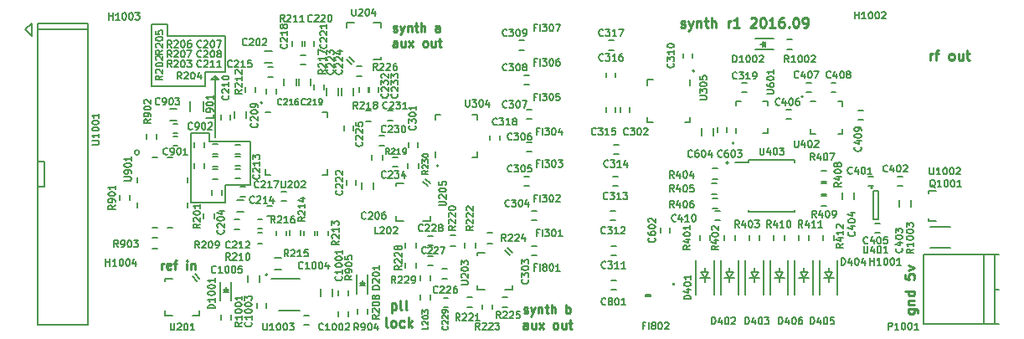
<source format=gto>
G04 #@! TF.FileFunction,Legend,Top*
%FSLAX46Y46*%
G04 Gerber Fmt 4.6, Leading zero omitted, Abs format (unit mm)*
G04 Created by KiCad (PCBNEW 4.0.4-stable) date Tue Sep 20 22:55:43 2016*
%MOMM*%
%LPD*%
G01*
G04 APERTURE LIST*
%ADD10C,0.100000*%
%ADD11C,0.225000*%
%ADD12C,0.200000*%
%ADD13C,0.250000*%
%ADD14C,0.150000*%
G04 APERTURE END LIST*
D10*
D11*
X211442858Y-114576786D02*
X211528572Y-114619643D01*
X211700000Y-114619643D01*
X211785715Y-114576786D01*
X211828572Y-114491071D01*
X211828572Y-114448214D01*
X211785715Y-114362500D01*
X211700000Y-114319643D01*
X211571429Y-114319643D01*
X211485715Y-114276786D01*
X211442858Y-114191071D01*
X211442858Y-114148214D01*
X211485715Y-114062500D01*
X211571429Y-114019643D01*
X211700000Y-114019643D01*
X211785715Y-114062500D01*
X212128571Y-114019643D02*
X212342857Y-114619643D01*
X212557143Y-114019643D02*
X212342857Y-114619643D01*
X212257143Y-114833929D01*
X212214286Y-114876786D01*
X212128571Y-114919643D01*
X212900000Y-114019643D02*
X212900000Y-114619643D01*
X212900000Y-114105357D02*
X212942857Y-114062500D01*
X213028571Y-114019643D01*
X213157143Y-114019643D01*
X213242857Y-114062500D01*
X213285714Y-114148214D01*
X213285714Y-114619643D01*
X213585714Y-114019643D02*
X213928571Y-114019643D01*
X213714286Y-113719643D02*
X213714286Y-114491071D01*
X213757143Y-114576786D01*
X213842857Y-114619643D01*
X213928571Y-114619643D01*
X214228572Y-114619643D02*
X214228572Y-113719643D01*
X214614286Y-114619643D02*
X214614286Y-114148214D01*
X214571429Y-114062500D01*
X214485715Y-114019643D01*
X214357143Y-114019643D01*
X214271429Y-114062500D01*
X214228572Y-114105357D01*
X215728572Y-114619643D02*
X215728572Y-113719643D01*
X215728572Y-114062500D02*
X215814286Y-114019643D01*
X215985715Y-114019643D01*
X216071429Y-114062500D01*
X216114286Y-114105357D01*
X216157143Y-114191071D01*
X216157143Y-114448214D01*
X216114286Y-114533929D01*
X216071429Y-114576786D01*
X215985715Y-114619643D01*
X215814286Y-114619643D01*
X215728572Y-114576786D01*
X211807143Y-116194643D02*
X211807143Y-115723214D01*
X211764286Y-115637500D01*
X211678572Y-115594643D01*
X211507143Y-115594643D01*
X211421429Y-115637500D01*
X211807143Y-116151786D02*
X211721429Y-116194643D01*
X211507143Y-116194643D01*
X211421429Y-116151786D01*
X211378572Y-116066071D01*
X211378572Y-115980357D01*
X211421429Y-115894643D01*
X211507143Y-115851786D01*
X211721429Y-115851786D01*
X211807143Y-115808929D01*
X212621429Y-115594643D02*
X212621429Y-116194643D01*
X212235715Y-115594643D02*
X212235715Y-116066071D01*
X212278572Y-116151786D01*
X212364286Y-116194643D01*
X212492858Y-116194643D01*
X212578572Y-116151786D01*
X212621429Y-116108929D01*
X212964286Y-116194643D02*
X213435715Y-115594643D01*
X212964286Y-115594643D02*
X213435715Y-116194643D01*
X214592857Y-116194643D02*
X214507143Y-116151786D01*
X214464286Y-116108929D01*
X214421429Y-116023214D01*
X214421429Y-115766071D01*
X214464286Y-115680357D01*
X214507143Y-115637500D01*
X214592857Y-115594643D01*
X214721429Y-115594643D01*
X214807143Y-115637500D01*
X214850000Y-115680357D01*
X214892857Y-115766071D01*
X214892857Y-116023214D01*
X214850000Y-116108929D01*
X214807143Y-116151786D01*
X214721429Y-116194643D01*
X214592857Y-116194643D01*
X215664286Y-115594643D02*
X215664286Y-116194643D01*
X215278572Y-115594643D02*
X215278572Y-116066071D01*
X215321429Y-116151786D01*
X215407143Y-116194643D01*
X215535715Y-116194643D01*
X215621429Y-116151786D01*
X215664286Y-116108929D01*
X215964286Y-115594643D02*
X216307143Y-115594643D01*
X216092858Y-115294643D02*
X216092858Y-116066071D01*
X216135715Y-116151786D01*
X216221429Y-116194643D01*
X216307143Y-116194643D01*
D12*
X185500000Y-110700000D02*
G75*
G03X185500000Y-110700000I-100000J0D01*
G01*
X185000000Y-93300000D02*
G75*
G03X185000000Y-93300000I-100000J0D01*
G01*
X202800000Y-99700000D02*
G75*
G03X202800000Y-99700000I-100000J0D01*
G01*
X232100000Y-99400000D02*
G75*
G03X232100000Y-99400000I-100000J0D01*
G01*
X239700000Y-92700000D02*
G75*
G03X239700000Y-92700000I-100000J0D01*
G01*
X228700000Y-90100000D02*
G75*
G03X228700000Y-90100000I-100000J0D01*
G01*
X232700000Y-97400000D02*
G75*
G03X232700000Y-97400000I-100000J0D01*
G01*
D11*
X174828572Y-110157143D02*
X174828572Y-109557143D01*
X174828572Y-109728571D02*
X174871429Y-109642857D01*
X174914286Y-109600000D01*
X175000000Y-109557143D01*
X175085715Y-109557143D01*
X175728572Y-110114286D02*
X175642858Y-110157143D01*
X175471429Y-110157143D01*
X175385715Y-110114286D01*
X175342858Y-110028571D01*
X175342858Y-109685714D01*
X175385715Y-109600000D01*
X175471429Y-109557143D01*
X175642858Y-109557143D01*
X175728572Y-109600000D01*
X175771429Y-109685714D01*
X175771429Y-109771429D01*
X175342858Y-109857143D01*
X176028572Y-109557143D02*
X176371429Y-109557143D01*
X176157144Y-110157143D02*
X176157144Y-109385714D01*
X176200001Y-109300000D01*
X176285715Y-109257143D01*
X176371429Y-109257143D01*
X177357144Y-110157143D02*
X177357144Y-109557143D01*
X177357144Y-109257143D02*
X177314287Y-109300000D01*
X177357144Y-109342857D01*
X177400001Y-109300000D01*
X177357144Y-109257143D01*
X177357144Y-109342857D01*
X177785715Y-109557143D02*
X177785715Y-110157143D01*
X177785715Y-109642857D02*
X177828572Y-109600000D01*
X177914286Y-109557143D01*
X178042858Y-109557143D01*
X178128572Y-109600000D01*
X178171429Y-109685714D01*
X178171429Y-110157143D01*
X198242858Y-86076786D02*
X198328572Y-86119643D01*
X198500000Y-86119643D01*
X198585715Y-86076786D01*
X198628572Y-85991071D01*
X198628572Y-85948214D01*
X198585715Y-85862500D01*
X198500000Y-85819643D01*
X198371429Y-85819643D01*
X198285715Y-85776786D01*
X198242858Y-85691071D01*
X198242858Y-85648214D01*
X198285715Y-85562500D01*
X198371429Y-85519643D01*
X198500000Y-85519643D01*
X198585715Y-85562500D01*
X198928571Y-85519643D02*
X199142857Y-86119643D01*
X199357143Y-85519643D02*
X199142857Y-86119643D01*
X199057143Y-86333929D01*
X199014286Y-86376786D01*
X198928571Y-86419643D01*
X199700000Y-85519643D02*
X199700000Y-86119643D01*
X199700000Y-85605357D02*
X199742857Y-85562500D01*
X199828571Y-85519643D01*
X199957143Y-85519643D01*
X200042857Y-85562500D01*
X200085714Y-85648214D01*
X200085714Y-86119643D01*
X200385714Y-85519643D02*
X200728571Y-85519643D01*
X200514286Y-85219643D02*
X200514286Y-85991071D01*
X200557143Y-86076786D01*
X200642857Y-86119643D01*
X200728571Y-86119643D01*
X201028572Y-86119643D02*
X201028572Y-85219643D01*
X201414286Y-86119643D02*
X201414286Y-85648214D01*
X201371429Y-85562500D01*
X201285715Y-85519643D01*
X201157143Y-85519643D01*
X201071429Y-85562500D01*
X201028572Y-85605357D01*
X202914286Y-86119643D02*
X202914286Y-85648214D01*
X202871429Y-85562500D01*
X202785715Y-85519643D01*
X202614286Y-85519643D01*
X202528572Y-85562500D01*
X202914286Y-86076786D02*
X202828572Y-86119643D01*
X202614286Y-86119643D01*
X202528572Y-86076786D01*
X202485715Y-85991071D01*
X202485715Y-85905357D01*
X202528572Y-85819643D01*
X202614286Y-85776786D01*
X202828572Y-85776786D01*
X202914286Y-85733929D01*
X198607143Y-87694643D02*
X198607143Y-87223214D01*
X198564286Y-87137500D01*
X198478572Y-87094643D01*
X198307143Y-87094643D01*
X198221429Y-87137500D01*
X198607143Y-87651786D02*
X198521429Y-87694643D01*
X198307143Y-87694643D01*
X198221429Y-87651786D01*
X198178572Y-87566071D01*
X198178572Y-87480357D01*
X198221429Y-87394643D01*
X198307143Y-87351786D01*
X198521429Y-87351786D01*
X198607143Y-87308929D01*
X199421429Y-87094643D02*
X199421429Y-87694643D01*
X199035715Y-87094643D02*
X199035715Y-87566071D01*
X199078572Y-87651786D01*
X199164286Y-87694643D01*
X199292858Y-87694643D01*
X199378572Y-87651786D01*
X199421429Y-87608929D01*
X199764286Y-87694643D02*
X200235715Y-87094643D01*
X199764286Y-87094643D02*
X200235715Y-87694643D01*
X201392857Y-87694643D02*
X201307143Y-87651786D01*
X201264286Y-87608929D01*
X201221429Y-87523214D01*
X201221429Y-87266071D01*
X201264286Y-87180357D01*
X201307143Y-87137500D01*
X201392857Y-87094643D01*
X201521429Y-87094643D01*
X201607143Y-87137500D01*
X201650000Y-87180357D01*
X201692857Y-87266071D01*
X201692857Y-87523214D01*
X201650000Y-87608929D01*
X201607143Y-87651786D01*
X201521429Y-87694643D01*
X201392857Y-87694643D01*
X202464286Y-87094643D02*
X202464286Y-87694643D01*
X202078572Y-87094643D02*
X202078572Y-87566071D01*
X202121429Y-87651786D01*
X202207143Y-87694643D01*
X202335715Y-87694643D01*
X202421429Y-87651786D01*
X202464286Y-87608929D01*
X202764286Y-87094643D02*
X203107143Y-87094643D01*
X202892858Y-86794643D02*
X202892858Y-87566071D01*
X202935715Y-87651786D01*
X203021429Y-87694643D01*
X203107143Y-87694643D01*
D12*
X173800000Y-85400000D02*
X174000000Y-85400000D01*
X173800000Y-91600000D02*
X173800000Y-85400000D01*
X174000000Y-91600000D02*
X173800000Y-91600000D01*
X180600000Y-91000000D02*
X180200000Y-90600000D01*
X179800000Y-91000000D02*
X180600000Y-91000000D01*
X180200000Y-90600000D02*
X179800000Y-91000000D01*
X180200000Y-96800000D02*
X180200000Y-90600000D01*
X174000000Y-91600000D02*
X179200000Y-91600000D01*
X175400000Y-85400000D02*
X174000000Y-85400000D01*
X175400000Y-85800000D02*
X175400000Y-85400000D01*
X179200000Y-90200000D02*
X179200000Y-91600000D01*
X181200000Y-90200000D02*
X179200000Y-90200000D01*
X181200000Y-86600000D02*
X181200000Y-90200000D01*
X181000000Y-86600000D02*
X181200000Y-86600000D01*
X175400000Y-86600000D02*
X181000000Y-86600000D01*
X175400000Y-85800000D02*
X175400000Y-86600000D01*
X183800000Y-101600000D02*
X183800000Y-101200000D01*
X181200000Y-101600000D02*
X183800000Y-101600000D01*
X181200000Y-103400000D02*
X181200000Y-101600000D01*
X177800000Y-103400000D02*
X181200000Y-103400000D01*
X177800000Y-101200000D02*
X177800000Y-103400000D01*
X179600000Y-96400000D02*
X179600000Y-97200000D01*
X177800000Y-96400000D02*
X179600000Y-96400000D01*
X177800000Y-101200000D02*
X177800000Y-96400000D01*
X183800000Y-97200000D02*
X183800000Y-101200000D01*
X179600000Y-97200000D02*
X183800000Y-97200000D01*
D13*
X198061904Y-113610714D02*
X198061904Y-114610714D01*
X198061904Y-113658333D02*
X198157142Y-113610714D01*
X198347619Y-113610714D01*
X198442857Y-113658333D01*
X198490476Y-113705952D01*
X198538095Y-113801190D01*
X198538095Y-114086905D01*
X198490476Y-114182143D01*
X198442857Y-114229762D01*
X198347619Y-114277381D01*
X198157142Y-114277381D01*
X198061904Y-114229762D01*
X199109523Y-114277381D02*
X199014285Y-114229762D01*
X198966666Y-114134524D01*
X198966666Y-113277381D01*
X199633333Y-114277381D02*
X199538095Y-114229762D01*
X199490476Y-114134524D01*
X199490476Y-113277381D01*
X197633333Y-116027381D02*
X197538095Y-115979762D01*
X197490476Y-115884524D01*
X197490476Y-115027381D01*
X198157143Y-116027381D02*
X198061905Y-115979762D01*
X198014286Y-115932143D01*
X197966667Y-115836905D01*
X197966667Y-115551190D01*
X198014286Y-115455952D01*
X198061905Y-115408333D01*
X198157143Y-115360714D01*
X198300001Y-115360714D01*
X198395239Y-115408333D01*
X198442858Y-115455952D01*
X198490477Y-115551190D01*
X198490477Y-115836905D01*
X198442858Y-115932143D01*
X198395239Y-115979762D01*
X198300001Y-116027381D01*
X198157143Y-116027381D01*
X199347620Y-115979762D02*
X199252382Y-116027381D01*
X199061905Y-116027381D01*
X198966667Y-115979762D01*
X198919048Y-115932143D01*
X198871429Y-115836905D01*
X198871429Y-115551190D01*
X198919048Y-115455952D01*
X198966667Y-115408333D01*
X199061905Y-115360714D01*
X199252382Y-115360714D01*
X199347620Y-115408333D01*
X199776191Y-116027381D02*
X199776191Y-115027381D01*
X199871429Y-115646429D02*
X200157144Y-116027381D01*
X200157144Y-115360714D02*
X199776191Y-115741667D01*
X250285714Y-114178571D02*
X251095238Y-114178571D01*
X251190476Y-114226190D01*
X251238095Y-114273809D01*
X251285714Y-114369048D01*
X251285714Y-114511905D01*
X251238095Y-114607143D01*
X250904762Y-114178571D02*
X250952381Y-114273809D01*
X250952381Y-114464286D01*
X250904762Y-114559524D01*
X250857143Y-114607143D01*
X250761905Y-114654762D01*
X250476190Y-114654762D01*
X250380952Y-114607143D01*
X250333333Y-114559524D01*
X250285714Y-114464286D01*
X250285714Y-114273809D01*
X250333333Y-114178571D01*
X250285714Y-113702381D02*
X250952381Y-113702381D01*
X250380952Y-113702381D02*
X250333333Y-113654762D01*
X250285714Y-113559524D01*
X250285714Y-113416666D01*
X250333333Y-113321428D01*
X250428571Y-113273809D01*
X250952381Y-113273809D01*
X250952381Y-112369047D02*
X249952381Y-112369047D01*
X250904762Y-112369047D02*
X250952381Y-112464285D01*
X250952381Y-112654762D01*
X250904762Y-112750000D01*
X250857143Y-112797619D01*
X250761905Y-112845238D01*
X250476190Y-112845238D01*
X250380952Y-112797619D01*
X250333333Y-112750000D01*
X250285714Y-112654762D01*
X250285714Y-112464285D01*
X250333333Y-112369047D01*
X249952381Y-110654761D02*
X249952381Y-111130952D01*
X250428571Y-111178571D01*
X250380952Y-111130952D01*
X250333333Y-111035714D01*
X250333333Y-110797618D01*
X250380952Y-110702380D01*
X250428571Y-110654761D01*
X250523810Y-110607142D01*
X250761905Y-110607142D01*
X250857143Y-110654761D01*
X250904762Y-110702380D01*
X250952381Y-110797618D01*
X250952381Y-111035714D01*
X250904762Y-111130952D01*
X250857143Y-111178571D01*
X250285714Y-110273809D02*
X250952381Y-110035714D01*
X250285714Y-109797618D01*
X252521428Y-89002381D02*
X252521428Y-88335714D01*
X252521428Y-88526190D02*
X252569047Y-88430952D01*
X252616666Y-88383333D01*
X252711904Y-88335714D01*
X252807143Y-88335714D01*
X252997619Y-88335714D02*
X253378571Y-88335714D01*
X253140476Y-89002381D02*
X253140476Y-88145238D01*
X253188095Y-88050000D01*
X253283333Y-88002381D01*
X253378571Y-88002381D01*
X254616667Y-89002381D02*
X254521429Y-88954762D01*
X254473810Y-88907143D01*
X254426191Y-88811905D01*
X254426191Y-88526190D01*
X254473810Y-88430952D01*
X254521429Y-88383333D01*
X254616667Y-88335714D01*
X254759525Y-88335714D01*
X254854763Y-88383333D01*
X254902382Y-88430952D01*
X254950001Y-88526190D01*
X254950001Y-88811905D01*
X254902382Y-88907143D01*
X254854763Y-88954762D01*
X254759525Y-89002381D01*
X254616667Y-89002381D01*
X255807144Y-88335714D02*
X255807144Y-89002381D01*
X255378572Y-88335714D02*
X255378572Y-88859524D01*
X255426191Y-88954762D01*
X255521429Y-89002381D01*
X255664287Y-89002381D01*
X255759525Y-88954762D01*
X255807144Y-88907143D01*
X256140477Y-88335714D02*
X256521429Y-88335714D01*
X256283334Y-88002381D02*
X256283334Y-88859524D01*
X256330953Y-88954762D01*
X256426191Y-89002381D01*
X256521429Y-89002381D01*
X227321428Y-85654762D02*
X227416666Y-85702381D01*
X227607142Y-85702381D01*
X227702381Y-85654762D01*
X227750000Y-85559524D01*
X227750000Y-85511905D01*
X227702381Y-85416667D01*
X227607142Y-85369048D01*
X227464285Y-85369048D01*
X227369047Y-85321429D01*
X227321428Y-85226190D01*
X227321428Y-85178571D01*
X227369047Y-85083333D01*
X227464285Y-85035714D01*
X227607142Y-85035714D01*
X227702381Y-85083333D01*
X228083333Y-85035714D02*
X228321428Y-85702381D01*
X228559524Y-85035714D02*
X228321428Y-85702381D01*
X228226190Y-85940476D01*
X228178571Y-85988095D01*
X228083333Y-86035714D01*
X228940476Y-85035714D02*
X228940476Y-85702381D01*
X228940476Y-85130952D02*
X228988095Y-85083333D01*
X229083333Y-85035714D01*
X229226191Y-85035714D01*
X229321429Y-85083333D01*
X229369048Y-85178571D01*
X229369048Y-85702381D01*
X229702381Y-85035714D02*
X230083333Y-85035714D01*
X229845238Y-84702381D02*
X229845238Y-85559524D01*
X229892857Y-85654762D01*
X229988095Y-85702381D01*
X230083333Y-85702381D01*
X230416667Y-85702381D02*
X230416667Y-84702381D01*
X230845239Y-85702381D02*
X230845239Y-85178571D01*
X230797620Y-85083333D01*
X230702382Y-85035714D01*
X230559524Y-85035714D01*
X230464286Y-85083333D01*
X230416667Y-85130952D01*
X232083334Y-85702381D02*
X232083334Y-85035714D01*
X232083334Y-85226190D02*
X232130953Y-85130952D01*
X232178572Y-85083333D01*
X232273810Y-85035714D01*
X232369049Y-85035714D01*
X233226192Y-85702381D02*
X232654763Y-85702381D01*
X232940477Y-85702381D02*
X232940477Y-84702381D01*
X232845239Y-84845238D01*
X232750001Y-84940476D01*
X232654763Y-84988095D01*
X234369049Y-84797619D02*
X234416668Y-84750000D01*
X234511906Y-84702381D01*
X234750002Y-84702381D01*
X234845240Y-84750000D01*
X234892859Y-84797619D01*
X234940478Y-84892857D01*
X234940478Y-84988095D01*
X234892859Y-85130952D01*
X234321430Y-85702381D01*
X234940478Y-85702381D01*
X235559525Y-84702381D02*
X235654764Y-84702381D01*
X235750002Y-84750000D01*
X235797621Y-84797619D01*
X235845240Y-84892857D01*
X235892859Y-85083333D01*
X235892859Y-85321429D01*
X235845240Y-85511905D01*
X235797621Y-85607143D01*
X235750002Y-85654762D01*
X235654764Y-85702381D01*
X235559525Y-85702381D01*
X235464287Y-85654762D01*
X235416668Y-85607143D01*
X235369049Y-85511905D01*
X235321430Y-85321429D01*
X235321430Y-85083333D01*
X235369049Y-84892857D01*
X235416668Y-84797619D01*
X235464287Y-84750000D01*
X235559525Y-84702381D01*
X236845240Y-85702381D02*
X236273811Y-85702381D01*
X236559525Y-85702381D02*
X236559525Y-84702381D01*
X236464287Y-84845238D01*
X236369049Y-84940476D01*
X236273811Y-84988095D01*
X237702383Y-84702381D02*
X237511906Y-84702381D01*
X237416668Y-84750000D01*
X237369049Y-84797619D01*
X237273811Y-84940476D01*
X237226192Y-85130952D01*
X237226192Y-85511905D01*
X237273811Y-85607143D01*
X237321430Y-85654762D01*
X237416668Y-85702381D01*
X237607145Y-85702381D01*
X237702383Y-85654762D01*
X237750002Y-85607143D01*
X237797621Y-85511905D01*
X237797621Y-85273810D01*
X237750002Y-85178571D01*
X237702383Y-85130952D01*
X237607145Y-85083333D01*
X237416668Y-85083333D01*
X237321430Y-85130952D01*
X237273811Y-85178571D01*
X237226192Y-85273810D01*
X238226192Y-85607143D02*
X238273811Y-85654762D01*
X238226192Y-85702381D01*
X238178573Y-85654762D01*
X238226192Y-85607143D01*
X238226192Y-85702381D01*
X238892858Y-84702381D02*
X238988097Y-84702381D01*
X239083335Y-84750000D01*
X239130954Y-84797619D01*
X239178573Y-84892857D01*
X239226192Y-85083333D01*
X239226192Y-85321429D01*
X239178573Y-85511905D01*
X239130954Y-85607143D01*
X239083335Y-85654762D01*
X238988097Y-85702381D01*
X238892858Y-85702381D01*
X238797620Y-85654762D01*
X238750001Y-85607143D01*
X238702382Y-85511905D01*
X238654763Y-85321429D01*
X238654763Y-85083333D01*
X238702382Y-84892857D01*
X238750001Y-84797619D01*
X238797620Y-84750000D01*
X238892858Y-84702381D01*
X239702382Y-85702381D02*
X239892858Y-85702381D01*
X239988097Y-85654762D01*
X240035716Y-85607143D01*
X240130954Y-85464286D01*
X240178573Y-85273810D01*
X240178573Y-84892857D01*
X240130954Y-84797619D01*
X240083335Y-84750000D01*
X239988097Y-84702381D01*
X239797620Y-84702381D01*
X239702382Y-84750000D01*
X239654763Y-84797619D01*
X239607144Y-84892857D01*
X239607144Y-85130952D01*
X239654763Y-85226190D01*
X239702382Y-85273810D01*
X239797620Y-85321429D01*
X239988097Y-85321429D01*
X240083335Y-85273810D01*
X240130954Y-85226190D01*
X240178573Y-85130952D01*
D14*
X181825000Y-115250000D02*
X181825000Y-114750000D01*
X180775000Y-114750000D02*
X180775000Y-115250000D01*
X181850000Y-113350700D02*
X181850000Y-111450700D01*
X180750000Y-113350700D02*
X180750000Y-111450700D01*
X181300000Y-112450700D02*
X181300000Y-112000700D01*
X181050000Y-112500700D02*
X181550000Y-112500700D01*
X181300000Y-112500700D02*
X181050000Y-112250700D01*
X181050000Y-112250700D02*
X181550000Y-112250700D01*
X181550000Y-112250700D02*
X181300000Y-112500700D01*
X185950000Y-89300000D02*
X185250000Y-89300000D01*
X185250000Y-88100000D02*
X185950000Y-88100000D01*
X183100000Y-104350000D02*
X182400000Y-104350000D01*
X182400000Y-103150000D02*
X183100000Y-103150000D01*
X196200000Y-101350000D02*
X196200000Y-102050000D01*
X195000000Y-102050000D02*
X195000000Y-101350000D01*
X182250000Y-98475000D02*
X182750000Y-98475000D01*
X182750000Y-97525000D02*
X182250000Y-97525000D01*
X182750000Y-98775000D02*
X182250000Y-98775000D01*
X182250000Y-99725000D02*
X182750000Y-99725000D01*
X182150000Y-94850000D02*
X182150000Y-94150000D01*
X183350000Y-94150000D02*
X183350000Y-94850000D01*
X181725000Y-95050000D02*
X181725000Y-94550000D01*
X180775000Y-94550000D02*
X180775000Y-95050000D01*
X182750000Y-100025000D02*
X182250000Y-100025000D01*
X182250000Y-100975000D02*
X182750000Y-100975000D01*
X184500000Y-106075000D02*
X185000000Y-106075000D01*
X185000000Y-105125000D02*
X184500000Y-105125000D01*
X183250000Y-101825000D02*
X182750000Y-101825000D01*
X182750000Y-102775000D02*
X183250000Y-102775000D01*
X186000000Y-103775000D02*
X185500000Y-103775000D01*
X185500000Y-104725000D02*
X186000000Y-104725000D01*
X185550000Y-90675000D02*
X186050000Y-90675000D01*
X186050000Y-89725000D02*
X185550000Y-89725000D01*
X186375000Y-92400000D02*
X186375000Y-91900000D01*
X185425000Y-91900000D02*
X185425000Y-92400000D01*
X187450000Y-102275000D02*
X186950000Y-102275000D01*
X186950000Y-103225000D02*
X187450000Y-103225000D01*
X187200000Y-91550000D02*
X187200000Y-90850000D01*
X188400000Y-90850000D02*
X188400000Y-91550000D01*
X188700000Y-91550000D02*
X188700000Y-90850000D01*
X189900000Y-90850000D02*
X189900000Y-91550000D01*
X189275000Y-87050000D02*
X189275000Y-87550000D01*
X190225000Y-87550000D02*
X190225000Y-87050000D01*
X188850000Y-89475000D02*
X189350000Y-89475000D01*
X189350000Y-88525000D02*
X188850000Y-88525000D01*
X194475000Y-101650000D02*
X194475000Y-101150000D01*
X193525000Y-101150000D02*
X193525000Y-101650000D01*
X191500000Y-92550000D02*
X191500000Y-91850000D01*
X192700000Y-91850000D02*
X192700000Y-92550000D01*
X193000000Y-92550000D02*
X193000000Y-91850000D01*
X194200000Y-91850000D02*
X194200000Y-92550000D01*
X194175000Y-96150000D02*
X194175000Y-95650000D01*
X193225000Y-95650000D02*
X193225000Y-96150000D01*
X203150000Y-111075000D02*
X203650000Y-111075000D01*
X203650000Y-110125000D02*
X203150000Y-110125000D01*
X201750000Y-109775000D02*
X202250000Y-109775000D01*
X202250000Y-108825000D02*
X201750000Y-108825000D01*
X201750000Y-107725000D02*
X202250000Y-107725000D01*
X202250000Y-106775000D02*
X201750000Y-106775000D01*
X203300000Y-113975000D02*
X203800000Y-113975000D01*
X203800000Y-113025000D02*
X203300000Y-113025000D01*
X196850000Y-97625000D02*
X197350000Y-97625000D01*
X197350000Y-96675000D02*
X196850000Y-96675000D01*
X197700000Y-95075000D02*
X198200000Y-95075000D01*
X198200000Y-94125000D02*
X197700000Y-94125000D01*
X195725000Y-92250000D02*
X195725000Y-91750000D01*
X194775000Y-91750000D02*
X194775000Y-92250000D01*
X196725000Y-92250000D02*
X196725000Y-91750000D01*
X195775000Y-91750000D02*
X195775000Y-92250000D01*
X198150000Y-99775000D02*
X198650000Y-99775000D01*
X198650000Y-98825000D02*
X198150000Y-98825000D01*
X199775000Y-97300000D02*
X199775000Y-97800000D01*
X200725000Y-97800000D02*
X200725000Y-97300000D01*
X221225000Y-93750000D02*
X221225000Y-94250000D01*
X222175000Y-94250000D02*
X222175000Y-93750000D01*
X212250000Y-108725000D02*
X212750000Y-108725000D01*
X212750000Y-107775000D02*
X212250000Y-107775000D01*
X212250000Y-105225000D02*
X212750000Y-105225000D01*
X212750000Y-104275000D02*
X212250000Y-104275000D01*
X211450000Y-101725000D02*
X211950000Y-101725000D01*
X211950000Y-100775000D02*
X211450000Y-100775000D01*
X211750000Y-98225000D02*
X212250000Y-98225000D01*
X212250000Y-97275000D02*
X211750000Y-97275000D01*
X211750000Y-94975000D02*
X212250000Y-94975000D01*
X212250000Y-94025000D02*
X211750000Y-94025000D01*
X211500000Y-91475000D02*
X212000000Y-91475000D01*
X212000000Y-90525000D02*
X211500000Y-90525000D01*
X210950000Y-87975000D02*
X211450000Y-87975000D01*
X211450000Y-87025000D02*
X210950000Y-87025000D01*
X227525000Y-88300000D02*
X227525000Y-88800000D01*
X228475000Y-88800000D02*
X228475000Y-88300000D01*
X220250000Y-108725000D02*
X220750000Y-108725000D01*
X220750000Y-107775000D02*
X220250000Y-107775000D01*
X220200000Y-105225000D02*
X220700000Y-105225000D01*
X220700000Y-104275000D02*
X220200000Y-104275000D01*
X220450000Y-101725000D02*
X220950000Y-101725000D01*
X220950000Y-100775000D02*
X220450000Y-100775000D01*
X220500000Y-98475000D02*
X221000000Y-98475000D01*
X221000000Y-97525000D02*
X220500000Y-97525000D01*
X220725000Y-94250000D02*
X220725000Y-93750000D01*
X219775000Y-93750000D02*
X219775000Y-94250000D01*
X220725000Y-90750000D02*
X220725000Y-90250000D01*
X219775000Y-90250000D02*
X219775000Y-90750000D01*
X220000000Y-87975000D02*
X220500000Y-87975000D01*
X220500000Y-87025000D02*
X220000000Y-87025000D01*
X233500000Y-92225000D02*
X234000000Y-92225000D01*
X234000000Y-91275000D02*
X233500000Y-91275000D01*
X246250000Y-101725000D02*
X246750000Y-101725000D01*
X246750000Y-100775000D02*
X246250000Y-100775000D01*
X249250000Y-101725000D02*
X249750000Y-101725000D01*
X249750000Y-100775000D02*
X249250000Y-100775000D01*
X250600000Y-103150000D02*
X250600000Y-103850000D01*
X249400000Y-103850000D02*
X249400000Y-103150000D01*
X243650000Y-103100000D02*
X243650000Y-102400000D01*
X244850000Y-102400000D02*
X244850000Y-103100000D01*
X246950000Y-106475000D02*
X247450000Y-106475000D01*
X247450000Y-105525000D02*
X246950000Y-105525000D01*
X238000000Y-94975000D02*
X238500000Y-94975000D01*
X238500000Y-94025000D02*
X238000000Y-94025000D01*
X240500000Y-91275000D02*
X240000000Y-91275000D01*
X240000000Y-92225000D02*
X240500000Y-92225000D01*
X242500000Y-92225000D02*
X243000000Y-92225000D01*
X243000000Y-91275000D02*
X242500000Y-91275000D01*
X245250000Y-95025000D02*
X245750000Y-95025000D01*
X245750000Y-94075000D02*
X245250000Y-94075000D01*
X231250000Y-104275000D02*
X230750000Y-104275000D01*
X230750000Y-105225000D02*
X231250000Y-105225000D01*
X225275000Y-105950000D02*
X225275000Y-106450000D01*
X226225000Y-106450000D02*
X226225000Y-105950000D01*
X231975000Y-96300000D02*
X231975000Y-95800000D01*
X231025000Y-95800000D02*
X231025000Y-96300000D01*
X230600000Y-95900000D02*
X230600000Y-96600000D01*
X229400000Y-96600000D02*
X229400000Y-95900000D01*
X220250000Y-112225000D02*
X220750000Y-112225000D01*
X220750000Y-111275000D02*
X220250000Y-111275000D01*
X175950000Y-97675000D02*
X176450000Y-97675000D01*
X176450000Y-96725000D02*
X175950000Y-96725000D01*
X175950000Y-96375000D02*
X176450000Y-96375000D01*
X176450000Y-95425000D02*
X175950000Y-95425000D01*
X176350000Y-95100000D02*
X175650000Y-95100000D01*
X175650000Y-93900000D02*
X176350000Y-93900000D01*
X195650000Y-112600000D02*
X195650000Y-110700000D01*
X194550000Y-112600000D02*
X194550000Y-110700000D01*
X195100000Y-111700000D02*
X195100000Y-111250000D01*
X194850000Y-111750000D02*
X195350000Y-111750000D01*
X195100000Y-111750000D02*
X194850000Y-111500000D01*
X194850000Y-111500000D02*
X195350000Y-111500000D01*
X195350000Y-111500000D02*
X195100000Y-111750000D01*
X229750000Y-110432500D02*
X229750000Y-110051500D01*
X229750000Y-111448500D02*
X229750000Y-111067500D01*
X229750000Y-111067500D02*
X229369000Y-110432500D01*
X229369000Y-110432500D02*
X230131000Y-110432500D01*
X230131000Y-110432500D02*
X229750000Y-111067500D01*
X229242000Y-111067500D02*
X230258000Y-111067500D01*
X230650000Y-112750000D02*
X230650000Y-109210000D01*
X228850000Y-112750000D02*
X228850000Y-109210000D01*
X232250000Y-110432500D02*
X232250000Y-110051500D01*
X232250000Y-111448500D02*
X232250000Y-111067500D01*
X232250000Y-111067500D02*
X231869000Y-110432500D01*
X231869000Y-110432500D02*
X232631000Y-110432500D01*
X232631000Y-110432500D02*
X232250000Y-111067500D01*
X231742000Y-111067500D02*
X232758000Y-111067500D01*
X233150000Y-112750000D02*
X233150000Y-109210000D01*
X231350000Y-112750000D02*
X231350000Y-109210000D01*
X234750000Y-110432500D02*
X234750000Y-110051500D01*
X234750000Y-111448500D02*
X234750000Y-111067500D01*
X234750000Y-111067500D02*
X234369000Y-110432500D01*
X234369000Y-110432500D02*
X235131000Y-110432500D01*
X235131000Y-110432500D02*
X234750000Y-111067500D01*
X234242000Y-111067500D02*
X235258000Y-111067500D01*
X235650000Y-112750000D02*
X235650000Y-109210000D01*
X233850000Y-112750000D02*
X233850000Y-109210000D01*
X242250000Y-110432500D02*
X242250000Y-110051500D01*
X242250000Y-111448500D02*
X242250000Y-111067500D01*
X242250000Y-111067500D02*
X241869000Y-110432500D01*
X241869000Y-110432500D02*
X242631000Y-110432500D01*
X242631000Y-110432500D02*
X242250000Y-111067500D01*
X241742000Y-111067500D02*
X242758000Y-111067500D01*
X243150000Y-112750000D02*
X243150000Y-109210000D01*
X241350000Y-112750000D02*
X241350000Y-109210000D01*
X239750000Y-110432500D02*
X239750000Y-110051500D01*
X239750000Y-111448500D02*
X239750000Y-111067500D01*
X239750000Y-111067500D02*
X239369000Y-110432500D01*
X239369000Y-110432500D02*
X240131000Y-110432500D01*
X240131000Y-110432500D02*
X239750000Y-111067500D01*
X239242000Y-111067500D02*
X240258000Y-111067500D01*
X240650000Y-112750000D02*
X240650000Y-109210000D01*
X238850000Y-112750000D02*
X238850000Y-109210000D01*
X237250000Y-110432500D02*
X237250000Y-110051500D01*
X237250000Y-111448500D02*
X237250000Y-111067500D01*
X237250000Y-111067500D02*
X236869000Y-110432500D01*
X236869000Y-110432500D02*
X237631000Y-110432500D01*
X237631000Y-110432500D02*
X237250000Y-111067500D01*
X236742000Y-111067500D02*
X237758000Y-111067500D01*
X238150000Y-112750000D02*
X238150000Y-109210000D01*
X236350000Y-112750000D02*
X236350000Y-109210000D01*
X236700000Y-86850000D02*
X234800000Y-86850000D01*
X236700000Y-87950000D02*
X234800000Y-87950000D01*
X235800000Y-87400000D02*
X235350000Y-87400000D01*
X235850000Y-87650000D02*
X235850000Y-87150000D01*
X235850000Y-87400000D02*
X235600000Y-87650000D01*
X235600000Y-87650000D02*
X235600000Y-87150000D01*
X235600000Y-87150000D02*
X235850000Y-87400000D01*
X200525000Y-108000000D02*
X200525000Y-107500000D01*
X199475000Y-107500000D02*
X199475000Y-108000000D01*
X202025000Y-113250000D02*
X202025000Y-112750000D01*
X200975000Y-112750000D02*
X200975000Y-113250000D01*
X177725000Y-94200000D02*
X177725000Y-93200000D01*
X179075000Y-93200000D02*
X179075000Y-94200000D01*
X259050000Y-112200000D02*
X259450000Y-112200000D01*
X257950000Y-115700000D02*
X257950000Y-108700000D01*
X259050000Y-115700000D02*
X259050000Y-108700000D01*
X251850000Y-115700000D02*
X259450000Y-115700000D01*
X259450000Y-108700000D02*
X251850000Y-108700000D01*
X251850000Y-108700000D02*
X251850000Y-115700000D01*
X179075000Y-104550000D02*
X179075000Y-105050000D01*
X180125000Y-105050000D02*
X180125000Y-104550000D01*
X178075000Y-99450000D02*
X178075000Y-99950000D01*
X179125000Y-99950000D02*
X179125000Y-99450000D01*
X180500000Y-100025000D02*
X180000000Y-100025000D01*
X180000000Y-101075000D02*
X180500000Y-101075000D01*
X180925000Y-102650000D02*
X180925000Y-102150000D01*
X179875000Y-102150000D02*
X179875000Y-102650000D01*
X178075000Y-97300000D02*
X178075000Y-97800000D01*
X179125000Y-97800000D02*
X179125000Y-97300000D01*
X180000000Y-98525000D02*
X180500000Y-98525000D01*
X180500000Y-97475000D02*
X180000000Y-97475000D01*
X180000000Y-99775000D02*
X180500000Y-99775000D01*
X180500000Y-98725000D02*
X180000000Y-98725000D01*
X194575000Y-114150000D02*
X194575000Y-114650000D01*
X195625000Y-114650000D02*
X195625000Y-114150000D01*
X182700000Y-105075000D02*
X182200000Y-105075000D01*
X182200000Y-106125000D02*
X182700000Y-106125000D01*
X184500000Y-107525000D02*
X185000000Y-107525000D01*
X185000000Y-106475000D02*
X184500000Y-106475000D01*
X189025000Y-87550000D02*
X189025000Y-87050000D01*
X187975000Y-87050000D02*
X187975000Y-87550000D01*
X184325000Y-92250000D02*
X184325000Y-91750000D01*
X183275000Y-91750000D02*
X183275000Y-92250000D01*
X191625000Y-106750000D02*
X191625000Y-106250000D01*
X190575000Y-106250000D02*
X190575000Y-106750000D01*
X190275000Y-106750000D02*
X190275000Y-106250000D01*
X189225000Y-106250000D02*
X189225000Y-106750000D01*
X188825000Y-106700000D02*
X188825000Y-106200000D01*
X187775000Y-106200000D02*
X187775000Y-106700000D01*
X187425000Y-106750000D02*
X187425000Y-106250000D01*
X186375000Y-106250000D02*
X186375000Y-106750000D01*
X191225000Y-91950000D02*
X191225000Y-91450000D01*
X190175000Y-91450000D02*
X190175000Y-91950000D01*
X195500000Y-95175000D02*
X196000000Y-95175000D01*
X196000000Y-94125000D02*
X195500000Y-94125000D01*
X196075000Y-98550000D02*
X196075000Y-99050000D01*
X197125000Y-99050000D02*
X197125000Y-98550000D01*
X204500000Y-106725000D02*
X204000000Y-106725000D01*
X204000000Y-107775000D02*
X204500000Y-107775000D01*
X206250000Y-112975000D02*
X205750000Y-112975000D01*
X205750000Y-114025000D02*
X206250000Y-114025000D01*
X205475000Y-107450000D02*
X205475000Y-107950000D01*
X206525000Y-107950000D02*
X206525000Y-107450000D01*
X207225000Y-113700000D02*
X207225000Y-114200000D01*
X208275000Y-114200000D02*
X208275000Y-113700000D01*
X208250000Y-106475000D02*
X207750000Y-106475000D01*
X207750000Y-107525000D02*
X208250000Y-107525000D01*
X209750000Y-112975000D02*
X209250000Y-112975000D01*
X209250000Y-114025000D02*
X209750000Y-114025000D01*
X195050000Y-89575000D02*
X194550000Y-89575000D01*
X194550000Y-90625000D02*
X195050000Y-90625000D01*
X229225000Y-106700000D02*
X229225000Y-107200000D01*
X230275000Y-107200000D02*
X230275000Y-106700000D01*
X231725000Y-106750000D02*
X231725000Y-107250000D01*
X232775000Y-107250000D02*
X232775000Y-106750000D01*
X234225000Y-106750000D02*
X234225000Y-107250000D01*
X235275000Y-107250000D02*
X235275000Y-106750000D01*
X230500000Y-101025000D02*
X231000000Y-101025000D01*
X231000000Y-99975000D02*
X230500000Y-99975000D01*
X230450000Y-102525000D02*
X230950000Y-102525000D01*
X230950000Y-101475000D02*
X230450000Y-101475000D01*
X230500000Y-104025000D02*
X231000000Y-104025000D01*
X231000000Y-102975000D02*
X230500000Y-102975000D01*
X241500000Y-101275000D02*
X242000000Y-101275000D01*
X242000000Y-100225000D02*
X241500000Y-100225000D01*
X241500000Y-102525000D02*
X242000000Y-102525000D01*
X242000000Y-101475000D02*
X241500000Y-101475000D01*
X241500000Y-103775000D02*
X242000000Y-103775000D01*
X242000000Y-102725000D02*
X241500000Y-102725000D01*
X236725000Y-106750000D02*
X236725000Y-107250000D01*
X237775000Y-107250000D02*
X237775000Y-106750000D01*
X239225000Y-106750000D02*
X239225000Y-107250000D01*
X240275000Y-107250000D02*
X240275000Y-106750000D01*
X241725000Y-106750000D02*
X241725000Y-107250000D01*
X242775000Y-107250000D02*
X242775000Y-106750000D01*
X171625000Y-103150000D02*
X171625000Y-102650000D01*
X170575000Y-102650000D02*
X170575000Y-103150000D01*
X174325000Y-96950000D02*
X174325000Y-96450000D01*
X173275000Y-96450000D02*
X173275000Y-96950000D01*
X174350000Y-106975000D02*
X173850000Y-106975000D01*
X173850000Y-108025000D02*
X174350000Y-108025000D01*
X238550000Y-86875000D02*
X238050000Y-86875000D01*
X238050000Y-87925000D02*
X238550000Y-87925000D01*
X178650000Y-111100000D02*
X178150000Y-110600000D01*
X178650000Y-114850000D02*
X178650000Y-114350000D01*
X177900000Y-114850000D02*
X178650000Y-114850000D01*
X175150000Y-114850000D02*
X175900000Y-114850000D01*
X175150000Y-114350000D02*
X175150000Y-114850000D01*
X175150000Y-111100000D02*
X175150000Y-111350000D01*
X175900000Y-111100000D02*
X175150000Y-111100000D01*
X178400000Y-111350000D02*
X177900000Y-110850000D01*
X191575000Y-94275000D02*
X191575000Y-94800000D01*
X185275000Y-100575000D02*
X185275000Y-100050000D01*
X191575000Y-100575000D02*
X191575000Y-100050000D01*
X185275000Y-94275000D02*
X185800000Y-94275000D01*
X185275000Y-100575000D02*
X185800000Y-100575000D01*
X191575000Y-100575000D02*
X191050000Y-100575000D01*
X191575000Y-94275000D02*
X191050000Y-94275000D01*
X210250000Y-108500000D02*
X209750000Y-108000000D01*
X210250000Y-112250000D02*
X210250000Y-111750000D01*
X209500000Y-112250000D02*
X210250000Y-112250000D01*
X206750000Y-112250000D02*
X207500000Y-112250000D01*
X206750000Y-111750000D02*
X206750000Y-112250000D01*
X206750000Y-108500000D02*
X206750000Y-108750000D01*
X207500000Y-108500000D02*
X206750000Y-108500000D01*
X210000000Y-108750000D02*
X209500000Y-108250000D01*
X193500000Y-88950000D02*
X194000000Y-89450000D01*
X193500000Y-85200000D02*
X193500000Y-85700000D01*
X194250000Y-85200000D02*
X193500000Y-85200000D01*
X197000000Y-85200000D02*
X196250000Y-85200000D01*
X197000000Y-85700000D02*
X197000000Y-85200000D01*
X197000000Y-88950000D02*
X197000000Y-88700000D01*
X196250000Y-88950000D02*
X197000000Y-88950000D01*
X193750000Y-88700000D02*
X194250000Y-89200000D01*
X202450000Y-94500000D02*
X202975000Y-94500000D01*
X206750000Y-98800000D02*
X206225000Y-98800000D01*
X206750000Y-94500000D02*
X206225000Y-94500000D01*
X202450000Y-98800000D02*
X202450000Y-98275000D01*
X206750000Y-98800000D02*
X206750000Y-98275000D01*
X206750000Y-94500000D02*
X206750000Y-95025000D01*
X202450000Y-94500000D02*
X202450000Y-95025000D01*
X228250000Y-95300000D02*
X227725000Y-95300000D01*
X223950000Y-91000000D02*
X224475000Y-91000000D01*
X223950000Y-95300000D02*
X224475000Y-95300000D01*
X228250000Y-91000000D02*
X228250000Y-91525000D01*
X223950000Y-91000000D02*
X223950000Y-91525000D01*
X223950000Y-95300000D02*
X223950000Y-94775000D01*
X228250000Y-95300000D02*
X228250000Y-94775000D01*
X246700000Y-101940000D02*
G75*
G03X246700000Y-101940000I-100000J0D01*
G01*
X247250000Y-102190000D02*
X246750000Y-102190000D01*
X247250000Y-105090000D02*
X247250000Y-102190000D01*
X246750000Y-105090000D02*
X247250000Y-105090000D01*
X246750000Y-102190000D02*
X246750000Y-105090000D01*
X243675000Y-93175000D02*
X243675000Y-93675000D01*
X240425000Y-96425000D02*
X240425000Y-95925000D01*
X243675000Y-96425000D02*
X243675000Y-95925000D01*
X240425000Y-93175000D02*
X240925000Y-93175000D01*
X240425000Y-96425000D02*
X240925000Y-96425000D01*
X243675000Y-96425000D02*
X243175000Y-96425000D01*
X243675000Y-93175000D02*
X243175000Y-93175000D01*
X234175000Y-99125000D02*
X234175000Y-99350000D01*
X238825000Y-99125000D02*
X238825000Y-99350000D01*
X238825000Y-104375000D02*
X238825000Y-104150000D01*
X234175000Y-104375000D02*
X234175000Y-104150000D01*
X234175000Y-99125000D02*
X238825000Y-99125000D01*
X234175000Y-104375000D02*
X238825000Y-104375000D01*
X234175000Y-99350000D02*
X232825000Y-99350000D01*
X232875000Y-93125000D02*
X233375000Y-93125000D01*
X236125000Y-96375000D02*
X235625000Y-96375000D01*
X236125000Y-93125000D02*
X235625000Y-93125000D01*
X232875000Y-96375000D02*
X232875000Y-95875000D01*
X236125000Y-96375000D02*
X236125000Y-95875000D01*
X236125000Y-93125000D02*
X236125000Y-93625000D01*
X232875000Y-93125000D02*
X232875000Y-93625000D01*
X175358000Y-105956000D02*
X175866000Y-105956000D01*
X173834000Y-105956000D02*
X174342000Y-105956000D01*
X173834000Y-98844000D02*
X174342000Y-98844000D01*
X175358000Y-98844000D02*
X175866000Y-98844000D01*
X177390000Y-100876000D02*
X177390000Y-101384000D01*
X177390000Y-103416000D02*
X177390000Y-103924000D01*
X172310000Y-103416000D02*
X172310000Y-103924000D01*
X172310000Y-100876000D02*
X172310000Y-101384000D01*
X172560000Y-98336000D02*
G75*
G03X172560000Y-98336000I-250000J0D01*
G01*
X190900000Y-112850000D02*
X190900000Y-112150000D01*
X192100000Y-112150000D02*
X192100000Y-112850000D01*
X189700000Y-114825000D02*
X189200000Y-114825000D01*
X189200000Y-115775000D02*
X189700000Y-115775000D01*
X184425000Y-113600000D02*
X184425000Y-114100000D01*
X185375000Y-114100000D02*
X185375000Y-113600000D01*
X186950000Y-110200000D02*
X186250000Y-110200000D01*
X186250000Y-109000000D02*
X186950000Y-109000000D01*
X184700000Y-110750000D02*
X184700000Y-111450000D01*
X183500000Y-111450000D02*
X183500000Y-110750000D01*
X186635000Y-114330000D02*
X188735000Y-114330000D01*
X185860000Y-111080000D02*
X188735000Y-111080000D01*
X254550000Y-107975000D02*
X252550000Y-107975000D01*
X252550000Y-105825000D02*
X254550000Y-105825000D01*
X208975000Y-97100000D02*
X208975000Y-96600000D01*
X208025000Y-96600000D02*
X208025000Y-97100000D01*
X167355000Y-85910000D02*
X162275000Y-85910000D01*
X161005000Y-85910000D02*
X161640000Y-86545000D01*
X161640000Y-85275000D02*
X161005000Y-85910000D01*
X162910000Y-101785000D02*
X162275000Y-101785000D01*
X162910000Y-99245000D02*
X162910000Y-101785000D01*
X162910000Y-99245000D02*
X162275000Y-99245000D01*
X161640000Y-85275000D02*
X161640000Y-86545000D01*
X162275000Y-115755000D02*
X162275000Y-85275000D01*
X163545000Y-115755000D02*
X162275000Y-115755000D01*
X163545000Y-85275000D02*
X162275000Y-85275000D01*
X167355000Y-85275000D02*
X166085000Y-85275000D01*
X167355000Y-115755000D02*
X167355000Y-85275000D01*
X166085000Y-115755000D02*
X167355000Y-115755000D01*
X166085000Y-115755000D02*
X163545000Y-115755000D01*
X166085000Y-85275000D02*
X163545000Y-85275000D01*
X252399760Y-102450840D02*
X252399760Y-102499100D01*
X253100800Y-105249820D02*
X252399760Y-105249820D01*
X252399760Y-105249820D02*
X252399760Y-105000900D01*
X252399760Y-102450840D02*
X252399760Y-102250180D01*
X252399760Y-102250180D02*
X253100800Y-102250180D01*
X226550000Y-111500000D02*
X226550000Y-111700000D01*
X226650000Y-111700000D02*
X226650000Y-111500000D01*
X223750000Y-112800000D02*
X224250000Y-112800000D01*
X224250000Y-112900000D02*
X224250000Y-112800000D01*
X223750000Y-112900000D02*
X224250000Y-112900000D01*
X223750000Y-112700000D02*
X223750000Y-112900000D01*
X224250000Y-112700000D02*
X223750000Y-112700000D01*
X224250000Y-112800000D02*
X224250000Y-112700000D01*
X199475000Y-109500000D02*
X199475000Y-110000000D01*
X200525000Y-110000000D02*
X200525000Y-109500000D01*
X200975000Y-110750000D02*
X200975000Y-111250000D01*
X202025000Y-111250000D02*
X202025000Y-110750000D01*
X200775000Y-99950000D02*
X200775000Y-99450000D01*
X199725000Y-99450000D02*
X199725000Y-99950000D01*
X193725000Y-114950000D02*
X193725000Y-114450000D01*
X192675000Y-114450000D02*
X192675000Y-114950000D01*
X192675000Y-112300000D02*
X192675000Y-112800000D01*
X193725000Y-112800000D02*
X193725000Y-112300000D01*
X202000000Y-101500000D02*
X201500000Y-101000000D01*
X202000000Y-105250000D02*
X202000000Y-104750000D01*
X201250000Y-105250000D02*
X202000000Y-105250000D01*
X198500000Y-105250000D02*
X199250000Y-105250000D01*
X198500000Y-104750000D02*
X198500000Y-105250000D01*
X198500000Y-101500000D02*
X198500000Y-101750000D01*
X199250000Y-101500000D02*
X198500000Y-101500000D01*
X201750000Y-101750000D02*
X201250000Y-101250000D01*
X182916667Y-115516667D02*
X182583333Y-115750001D01*
X182916667Y-115916667D02*
X182216667Y-115916667D01*
X182216667Y-115650001D01*
X182250000Y-115583334D01*
X182283333Y-115550001D01*
X182350000Y-115516667D01*
X182450000Y-115516667D01*
X182516667Y-115550001D01*
X182550000Y-115583334D01*
X182583333Y-115650001D01*
X182583333Y-115916667D01*
X182916667Y-114850001D02*
X182916667Y-115250001D01*
X182916667Y-115050001D02*
X182216667Y-115050001D01*
X182316667Y-115116667D01*
X182383333Y-115183334D01*
X182416667Y-115250001D01*
X182216667Y-114416667D02*
X182216667Y-114350000D01*
X182250000Y-114283334D01*
X182283333Y-114250000D01*
X182350000Y-114216667D01*
X182483333Y-114183334D01*
X182650000Y-114183334D01*
X182783333Y-114216667D01*
X182850000Y-114250000D01*
X182883333Y-114283334D01*
X182916667Y-114350000D01*
X182916667Y-114416667D01*
X182883333Y-114483334D01*
X182850000Y-114516667D01*
X182783333Y-114550000D01*
X182650000Y-114583334D01*
X182483333Y-114583334D01*
X182350000Y-114550000D01*
X182283333Y-114516667D01*
X182250000Y-114483334D01*
X182216667Y-114416667D01*
X182216667Y-113750000D02*
X182216667Y-113683333D01*
X182250000Y-113616667D01*
X182283333Y-113583333D01*
X182350000Y-113550000D01*
X182483333Y-113516667D01*
X182650000Y-113516667D01*
X182783333Y-113550000D01*
X182850000Y-113583333D01*
X182883333Y-113616667D01*
X182916667Y-113683333D01*
X182916667Y-113750000D01*
X182883333Y-113816667D01*
X182850000Y-113850000D01*
X182783333Y-113883333D01*
X182650000Y-113916667D01*
X182483333Y-113916667D01*
X182350000Y-113883333D01*
X182283333Y-113850000D01*
X182250000Y-113816667D01*
X182216667Y-113750000D01*
X182916667Y-112850000D02*
X182916667Y-113250000D01*
X182916667Y-113050000D02*
X182216667Y-113050000D01*
X182316667Y-113116666D01*
X182383333Y-113183333D01*
X182416667Y-113250000D01*
X180191667Y-114116667D02*
X179491667Y-114116667D01*
X179491667Y-113950001D01*
X179525000Y-113850001D01*
X179591667Y-113783334D01*
X179658333Y-113750001D01*
X179791667Y-113716667D01*
X179891667Y-113716667D01*
X180025000Y-113750001D01*
X180091667Y-113783334D01*
X180158333Y-113850001D01*
X180191667Y-113950001D01*
X180191667Y-114116667D01*
X180191667Y-113050001D02*
X180191667Y-113450001D01*
X180191667Y-113250001D02*
X179491667Y-113250001D01*
X179591667Y-113316667D01*
X179658333Y-113383334D01*
X179691667Y-113450001D01*
X179491667Y-112616667D02*
X179491667Y-112550000D01*
X179525000Y-112483334D01*
X179558333Y-112450000D01*
X179625000Y-112416667D01*
X179758333Y-112383334D01*
X179925000Y-112383334D01*
X180058333Y-112416667D01*
X180125000Y-112450000D01*
X180158333Y-112483334D01*
X180191667Y-112550000D01*
X180191667Y-112616667D01*
X180158333Y-112683334D01*
X180125000Y-112716667D01*
X180058333Y-112750000D01*
X179925000Y-112783334D01*
X179758333Y-112783334D01*
X179625000Y-112750000D01*
X179558333Y-112716667D01*
X179525000Y-112683334D01*
X179491667Y-112616667D01*
X179491667Y-111950000D02*
X179491667Y-111883333D01*
X179525000Y-111816667D01*
X179558333Y-111783333D01*
X179625000Y-111750000D01*
X179758333Y-111716667D01*
X179925000Y-111716667D01*
X180058333Y-111750000D01*
X180125000Y-111783333D01*
X180158333Y-111816667D01*
X180191667Y-111883333D01*
X180191667Y-111950000D01*
X180158333Y-112016667D01*
X180125000Y-112050000D01*
X180058333Y-112083333D01*
X179925000Y-112116667D01*
X179758333Y-112116667D01*
X179625000Y-112083333D01*
X179558333Y-112050000D01*
X179525000Y-112016667D01*
X179491667Y-111950000D01*
X180191667Y-111050000D02*
X180191667Y-111450000D01*
X180191667Y-111250000D02*
X179491667Y-111250000D01*
X179591667Y-111316666D01*
X179658333Y-111383333D01*
X179691667Y-111450000D01*
X183416667Y-87450000D02*
X183383333Y-87483333D01*
X183283333Y-87516667D01*
X183216667Y-87516667D01*
X183116667Y-87483333D01*
X183050000Y-87416667D01*
X183016667Y-87350000D01*
X182983333Y-87216667D01*
X182983333Y-87116667D01*
X183016667Y-86983333D01*
X183050000Y-86916667D01*
X183116667Y-86850000D01*
X183216667Y-86816667D01*
X183283333Y-86816667D01*
X183383333Y-86850000D01*
X183416667Y-86883333D01*
X183683333Y-86883333D02*
X183716667Y-86850000D01*
X183783333Y-86816667D01*
X183950000Y-86816667D01*
X184016667Y-86850000D01*
X184050000Y-86883333D01*
X184083333Y-86950000D01*
X184083333Y-87016667D01*
X184050000Y-87116667D01*
X183650000Y-87516667D01*
X184083333Y-87516667D01*
X184516667Y-86816667D02*
X184583334Y-86816667D01*
X184650000Y-86850000D01*
X184683334Y-86883333D01*
X184716667Y-86950000D01*
X184750000Y-87083333D01*
X184750000Y-87250000D01*
X184716667Y-87383333D01*
X184683334Y-87450000D01*
X184650000Y-87483333D01*
X184583334Y-87516667D01*
X184516667Y-87516667D01*
X184450000Y-87483333D01*
X184416667Y-87450000D01*
X184383334Y-87383333D01*
X184350000Y-87250000D01*
X184350000Y-87083333D01*
X184383334Y-86950000D01*
X184416667Y-86883333D01*
X184450000Y-86850000D01*
X184516667Y-86816667D01*
X185016667Y-86883333D02*
X185050001Y-86850000D01*
X185116667Y-86816667D01*
X185283334Y-86816667D01*
X185350001Y-86850000D01*
X185383334Y-86883333D01*
X185416667Y-86950000D01*
X185416667Y-87016667D01*
X185383334Y-87116667D01*
X184983334Y-87516667D01*
X185416667Y-87516667D01*
X181050000Y-106183333D02*
X181083333Y-106216667D01*
X181116667Y-106316667D01*
X181116667Y-106383333D01*
X181083333Y-106483333D01*
X181016667Y-106550000D01*
X180950000Y-106583333D01*
X180816667Y-106616667D01*
X180716667Y-106616667D01*
X180583333Y-106583333D01*
X180516667Y-106550000D01*
X180450000Y-106483333D01*
X180416667Y-106383333D01*
X180416667Y-106316667D01*
X180450000Y-106216667D01*
X180483333Y-106183333D01*
X180483333Y-105916667D02*
X180450000Y-105883333D01*
X180416667Y-105816667D01*
X180416667Y-105650000D01*
X180450000Y-105583333D01*
X180483333Y-105550000D01*
X180550000Y-105516667D01*
X180616667Y-105516667D01*
X180716667Y-105550000D01*
X181116667Y-105950000D01*
X181116667Y-105516667D01*
X180416667Y-105083333D02*
X180416667Y-105016666D01*
X180450000Y-104950000D01*
X180483333Y-104916666D01*
X180550000Y-104883333D01*
X180683333Y-104850000D01*
X180850000Y-104850000D01*
X180983333Y-104883333D01*
X181050000Y-104916666D01*
X181083333Y-104950000D01*
X181116667Y-105016666D01*
X181116667Y-105083333D01*
X181083333Y-105150000D01*
X181050000Y-105183333D01*
X180983333Y-105216666D01*
X180850000Y-105250000D01*
X180683333Y-105250000D01*
X180550000Y-105216666D01*
X180483333Y-105183333D01*
X180450000Y-105150000D01*
X180416667Y-105083333D01*
X180650000Y-104249999D02*
X181116667Y-104249999D01*
X180383333Y-104416666D02*
X180883333Y-104583333D01*
X180883333Y-104149999D01*
X195466667Y-105000000D02*
X195433333Y-105033333D01*
X195333333Y-105066667D01*
X195266667Y-105066667D01*
X195166667Y-105033333D01*
X195100000Y-104966667D01*
X195066667Y-104900000D01*
X195033333Y-104766667D01*
X195033333Y-104666667D01*
X195066667Y-104533333D01*
X195100000Y-104466667D01*
X195166667Y-104400000D01*
X195266667Y-104366667D01*
X195333333Y-104366667D01*
X195433333Y-104400000D01*
X195466667Y-104433333D01*
X195733333Y-104433333D02*
X195766667Y-104400000D01*
X195833333Y-104366667D01*
X196000000Y-104366667D01*
X196066667Y-104400000D01*
X196100000Y-104433333D01*
X196133333Y-104500000D01*
X196133333Y-104566667D01*
X196100000Y-104666667D01*
X195700000Y-105066667D01*
X196133333Y-105066667D01*
X196566667Y-104366667D02*
X196633334Y-104366667D01*
X196700000Y-104400000D01*
X196733334Y-104433333D01*
X196766667Y-104500000D01*
X196800000Y-104633333D01*
X196800000Y-104800000D01*
X196766667Y-104933333D01*
X196733334Y-105000000D01*
X196700000Y-105033333D01*
X196633334Y-105066667D01*
X196566667Y-105066667D01*
X196500000Y-105033333D01*
X196466667Y-105000000D01*
X196433334Y-104933333D01*
X196400000Y-104800000D01*
X196400000Y-104633333D01*
X196433334Y-104500000D01*
X196466667Y-104433333D01*
X196500000Y-104400000D01*
X196566667Y-104366667D01*
X197400001Y-104366667D02*
X197266667Y-104366667D01*
X197200001Y-104400000D01*
X197166667Y-104433333D01*
X197100001Y-104533333D01*
X197066667Y-104666667D01*
X197066667Y-104933333D01*
X197100001Y-105000000D01*
X197133334Y-105033333D01*
X197200001Y-105066667D01*
X197333334Y-105066667D01*
X197400001Y-105033333D01*
X197433334Y-105000000D01*
X197466667Y-104933333D01*
X197466667Y-104766667D01*
X197433334Y-104700000D01*
X197400001Y-104666667D01*
X197333334Y-104633333D01*
X197200001Y-104633333D01*
X197133334Y-104666667D01*
X197100001Y-104700000D01*
X197066667Y-104766667D01*
X178816667Y-87650000D02*
X178783333Y-87683333D01*
X178683333Y-87716667D01*
X178616667Y-87716667D01*
X178516667Y-87683333D01*
X178450000Y-87616667D01*
X178416667Y-87550000D01*
X178383333Y-87416667D01*
X178383333Y-87316667D01*
X178416667Y-87183333D01*
X178450000Y-87116667D01*
X178516667Y-87050000D01*
X178616667Y-87016667D01*
X178683333Y-87016667D01*
X178783333Y-87050000D01*
X178816667Y-87083333D01*
X179083333Y-87083333D02*
X179116667Y-87050000D01*
X179183333Y-87016667D01*
X179350000Y-87016667D01*
X179416667Y-87050000D01*
X179450000Y-87083333D01*
X179483333Y-87150000D01*
X179483333Y-87216667D01*
X179450000Y-87316667D01*
X179050000Y-87716667D01*
X179483333Y-87716667D01*
X179916667Y-87016667D02*
X179983334Y-87016667D01*
X180050000Y-87050000D01*
X180083334Y-87083333D01*
X180116667Y-87150000D01*
X180150000Y-87283333D01*
X180150000Y-87450000D01*
X180116667Y-87583333D01*
X180083334Y-87650000D01*
X180050000Y-87683333D01*
X179983334Y-87716667D01*
X179916667Y-87716667D01*
X179850000Y-87683333D01*
X179816667Y-87650000D01*
X179783334Y-87583333D01*
X179750000Y-87450000D01*
X179750000Y-87283333D01*
X179783334Y-87150000D01*
X179816667Y-87083333D01*
X179850000Y-87050000D01*
X179916667Y-87016667D01*
X180383334Y-87016667D02*
X180850001Y-87016667D01*
X180550001Y-87716667D01*
X178816667Y-88650000D02*
X178783333Y-88683333D01*
X178683333Y-88716667D01*
X178616667Y-88716667D01*
X178516667Y-88683333D01*
X178450000Y-88616667D01*
X178416667Y-88550000D01*
X178383333Y-88416667D01*
X178383333Y-88316667D01*
X178416667Y-88183333D01*
X178450000Y-88116667D01*
X178516667Y-88050000D01*
X178616667Y-88016667D01*
X178683333Y-88016667D01*
X178783333Y-88050000D01*
X178816667Y-88083333D01*
X179083333Y-88083333D02*
X179116667Y-88050000D01*
X179183333Y-88016667D01*
X179350000Y-88016667D01*
X179416667Y-88050000D01*
X179450000Y-88083333D01*
X179483333Y-88150000D01*
X179483333Y-88216667D01*
X179450000Y-88316667D01*
X179050000Y-88716667D01*
X179483333Y-88716667D01*
X179916667Y-88016667D02*
X179983334Y-88016667D01*
X180050000Y-88050000D01*
X180083334Y-88083333D01*
X180116667Y-88150000D01*
X180150000Y-88283333D01*
X180150000Y-88450000D01*
X180116667Y-88583333D01*
X180083334Y-88650000D01*
X180050000Y-88683333D01*
X179983334Y-88716667D01*
X179916667Y-88716667D01*
X179850000Y-88683333D01*
X179816667Y-88650000D01*
X179783334Y-88583333D01*
X179750000Y-88450000D01*
X179750000Y-88283333D01*
X179783334Y-88150000D01*
X179816667Y-88083333D01*
X179850000Y-88050000D01*
X179916667Y-88016667D01*
X180550001Y-88316667D02*
X180483334Y-88283333D01*
X180450001Y-88250000D01*
X180416667Y-88183333D01*
X180416667Y-88150000D01*
X180450001Y-88083333D01*
X180483334Y-88050000D01*
X180550001Y-88016667D01*
X180683334Y-88016667D01*
X180750001Y-88050000D01*
X180783334Y-88083333D01*
X180816667Y-88150000D01*
X180816667Y-88183333D01*
X180783334Y-88250000D01*
X180750001Y-88283333D01*
X180683334Y-88316667D01*
X180550001Y-88316667D01*
X180483334Y-88350000D01*
X180450001Y-88383333D01*
X180416667Y-88450000D01*
X180416667Y-88583333D01*
X180450001Y-88650000D01*
X180483334Y-88683333D01*
X180550001Y-88716667D01*
X180683334Y-88716667D01*
X180750001Y-88683333D01*
X180783334Y-88650000D01*
X180816667Y-88583333D01*
X180816667Y-88450000D01*
X180783334Y-88383333D01*
X180750001Y-88350000D01*
X180683334Y-88316667D01*
X184450000Y-95383333D02*
X184483333Y-95416667D01*
X184516667Y-95516667D01*
X184516667Y-95583333D01*
X184483333Y-95683333D01*
X184416667Y-95750000D01*
X184350000Y-95783333D01*
X184216667Y-95816667D01*
X184116667Y-95816667D01*
X183983333Y-95783333D01*
X183916667Y-95750000D01*
X183850000Y-95683333D01*
X183816667Y-95583333D01*
X183816667Y-95516667D01*
X183850000Y-95416667D01*
X183883333Y-95383333D01*
X183883333Y-95116667D02*
X183850000Y-95083333D01*
X183816667Y-95016667D01*
X183816667Y-94850000D01*
X183850000Y-94783333D01*
X183883333Y-94750000D01*
X183950000Y-94716667D01*
X184016667Y-94716667D01*
X184116667Y-94750000D01*
X184516667Y-95150000D01*
X184516667Y-94716667D01*
X183816667Y-94283333D02*
X183816667Y-94216666D01*
X183850000Y-94150000D01*
X183883333Y-94116666D01*
X183950000Y-94083333D01*
X184083333Y-94050000D01*
X184250000Y-94050000D01*
X184383333Y-94083333D01*
X184450000Y-94116666D01*
X184483333Y-94150000D01*
X184516667Y-94216666D01*
X184516667Y-94283333D01*
X184483333Y-94350000D01*
X184450000Y-94383333D01*
X184383333Y-94416666D01*
X184250000Y-94450000D01*
X184083333Y-94450000D01*
X183950000Y-94416666D01*
X183883333Y-94383333D01*
X183850000Y-94350000D01*
X183816667Y-94283333D01*
X184516667Y-93716666D02*
X184516667Y-93583333D01*
X184483333Y-93516666D01*
X184450000Y-93483333D01*
X184350000Y-93416666D01*
X184216667Y-93383333D01*
X183950000Y-93383333D01*
X183883333Y-93416666D01*
X183850000Y-93449999D01*
X183816667Y-93516666D01*
X183816667Y-93649999D01*
X183850000Y-93716666D01*
X183883333Y-93749999D01*
X183950000Y-93783333D01*
X184116667Y-93783333D01*
X184183333Y-93749999D01*
X184216667Y-93716666D01*
X184250000Y-93649999D01*
X184250000Y-93516666D01*
X184216667Y-93449999D01*
X184183333Y-93416666D01*
X184116667Y-93383333D01*
X181550000Y-92583333D02*
X181583333Y-92616667D01*
X181616667Y-92716667D01*
X181616667Y-92783333D01*
X181583333Y-92883333D01*
X181516667Y-92950000D01*
X181450000Y-92983333D01*
X181316667Y-93016667D01*
X181216667Y-93016667D01*
X181083333Y-92983333D01*
X181016667Y-92950000D01*
X180950000Y-92883333D01*
X180916667Y-92783333D01*
X180916667Y-92716667D01*
X180950000Y-92616667D01*
X180983333Y-92583333D01*
X180983333Y-92316667D02*
X180950000Y-92283333D01*
X180916667Y-92216667D01*
X180916667Y-92050000D01*
X180950000Y-91983333D01*
X180983333Y-91950000D01*
X181050000Y-91916667D01*
X181116667Y-91916667D01*
X181216667Y-91950000D01*
X181616667Y-92350000D01*
X181616667Y-91916667D01*
X181616667Y-91250000D02*
X181616667Y-91650000D01*
X181616667Y-91450000D02*
X180916667Y-91450000D01*
X181016667Y-91516666D01*
X181083333Y-91583333D01*
X181116667Y-91650000D01*
X180916667Y-90816666D02*
X180916667Y-90749999D01*
X180950000Y-90683333D01*
X180983333Y-90649999D01*
X181050000Y-90616666D01*
X181183333Y-90583333D01*
X181350000Y-90583333D01*
X181483333Y-90616666D01*
X181550000Y-90649999D01*
X181583333Y-90683333D01*
X181616667Y-90749999D01*
X181616667Y-90816666D01*
X181583333Y-90883333D01*
X181550000Y-90916666D01*
X181483333Y-90949999D01*
X181350000Y-90983333D01*
X181183333Y-90983333D01*
X181050000Y-90949999D01*
X180983333Y-90916666D01*
X180950000Y-90883333D01*
X180916667Y-90816666D01*
X178816667Y-89650000D02*
X178783333Y-89683333D01*
X178683333Y-89716667D01*
X178616667Y-89716667D01*
X178516667Y-89683333D01*
X178450000Y-89616667D01*
X178416667Y-89550000D01*
X178383333Y-89416667D01*
X178383333Y-89316667D01*
X178416667Y-89183333D01*
X178450000Y-89116667D01*
X178516667Y-89050000D01*
X178616667Y-89016667D01*
X178683333Y-89016667D01*
X178783333Y-89050000D01*
X178816667Y-89083333D01*
X179083333Y-89083333D02*
X179116667Y-89050000D01*
X179183333Y-89016667D01*
X179350000Y-89016667D01*
X179416667Y-89050000D01*
X179450000Y-89083333D01*
X179483333Y-89150000D01*
X179483333Y-89216667D01*
X179450000Y-89316667D01*
X179050000Y-89716667D01*
X179483333Y-89716667D01*
X180150000Y-89716667D02*
X179750000Y-89716667D01*
X179950000Y-89716667D02*
X179950000Y-89016667D01*
X179883334Y-89116667D01*
X179816667Y-89183333D01*
X179750000Y-89216667D01*
X180816667Y-89716667D02*
X180416667Y-89716667D01*
X180616667Y-89716667D02*
X180616667Y-89016667D01*
X180550001Y-89116667D01*
X180483334Y-89183333D01*
X180416667Y-89216667D01*
X181716667Y-107950000D02*
X181683333Y-107983333D01*
X181583333Y-108016667D01*
X181516667Y-108016667D01*
X181416667Y-107983333D01*
X181350000Y-107916667D01*
X181316667Y-107850000D01*
X181283333Y-107716667D01*
X181283333Y-107616667D01*
X181316667Y-107483333D01*
X181350000Y-107416667D01*
X181416667Y-107350000D01*
X181516667Y-107316667D01*
X181583333Y-107316667D01*
X181683333Y-107350000D01*
X181716667Y-107383333D01*
X181983333Y-107383333D02*
X182016667Y-107350000D01*
X182083333Y-107316667D01*
X182250000Y-107316667D01*
X182316667Y-107350000D01*
X182350000Y-107383333D01*
X182383333Y-107450000D01*
X182383333Y-107516667D01*
X182350000Y-107616667D01*
X181950000Y-108016667D01*
X182383333Y-108016667D01*
X183050000Y-108016667D02*
X182650000Y-108016667D01*
X182850000Y-108016667D02*
X182850000Y-107316667D01*
X182783334Y-107416667D01*
X182716667Y-107483333D01*
X182650000Y-107516667D01*
X183316667Y-107383333D02*
X183350001Y-107350000D01*
X183416667Y-107316667D01*
X183583334Y-107316667D01*
X183650001Y-107350000D01*
X183683334Y-107383333D01*
X183716667Y-107450000D01*
X183716667Y-107516667D01*
X183683334Y-107616667D01*
X183283334Y-108016667D01*
X183716667Y-108016667D01*
X184650000Y-100583333D02*
X184683333Y-100616667D01*
X184716667Y-100716667D01*
X184716667Y-100783333D01*
X184683333Y-100883333D01*
X184616667Y-100950000D01*
X184550000Y-100983333D01*
X184416667Y-101016667D01*
X184316667Y-101016667D01*
X184183333Y-100983333D01*
X184116667Y-100950000D01*
X184050000Y-100883333D01*
X184016667Y-100783333D01*
X184016667Y-100716667D01*
X184050000Y-100616667D01*
X184083333Y-100583333D01*
X184083333Y-100316667D02*
X184050000Y-100283333D01*
X184016667Y-100216667D01*
X184016667Y-100050000D01*
X184050000Y-99983333D01*
X184083333Y-99950000D01*
X184150000Y-99916667D01*
X184216667Y-99916667D01*
X184316667Y-99950000D01*
X184716667Y-100350000D01*
X184716667Y-99916667D01*
X184716667Y-99250000D02*
X184716667Y-99650000D01*
X184716667Y-99450000D02*
X184016667Y-99450000D01*
X184116667Y-99516666D01*
X184183333Y-99583333D01*
X184216667Y-99650000D01*
X184016667Y-99016666D02*
X184016667Y-98583333D01*
X184283333Y-98816666D01*
X184283333Y-98716666D01*
X184316667Y-98649999D01*
X184350000Y-98616666D01*
X184416667Y-98583333D01*
X184583333Y-98583333D01*
X184650000Y-98616666D01*
X184683333Y-98649999D01*
X184716667Y-98716666D01*
X184716667Y-98916666D01*
X184683333Y-98983333D01*
X184650000Y-99016666D01*
X184166667Y-103400000D02*
X184133333Y-103433333D01*
X184033333Y-103466667D01*
X183966667Y-103466667D01*
X183866667Y-103433333D01*
X183800000Y-103366667D01*
X183766667Y-103300000D01*
X183733333Y-103166667D01*
X183733333Y-103066667D01*
X183766667Y-102933333D01*
X183800000Y-102866667D01*
X183866667Y-102800000D01*
X183966667Y-102766667D01*
X184033333Y-102766667D01*
X184133333Y-102800000D01*
X184166667Y-102833333D01*
X184433333Y-102833333D02*
X184466667Y-102800000D01*
X184533333Y-102766667D01*
X184700000Y-102766667D01*
X184766667Y-102800000D01*
X184800000Y-102833333D01*
X184833333Y-102900000D01*
X184833333Y-102966667D01*
X184800000Y-103066667D01*
X184400000Y-103466667D01*
X184833333Y-103466667D01*
X185500000Y-103466667D02*
X185100000Y-103466667D01*
X185300000Y-103466667D02*
X185300000Y-102766667D01*
X185233334Y-102866667D01*
X185166667Y-102933333D01*
X185100000Y-102966667D01*
X186100001Y-103000000D02*
X186100001Y-103466667D01*
X185933334Y-102733333D02*
X185766667Y-103233333D01*
X186200001Y-103233333D01*
X181916667Y-89650000D02*
X181883333Y-89683333D01*
X181783333Y-89716667D01*
X181716667Y-89716667D01*
X181616667Y-89683333D01*
X181550000Y-89616667D01*
X181516667Y-89550000D01*
X181483333Y-89416667D01*
X181483333Y-89316667D01*
X181516667Y-89183333D01*
X181550000Y-89116667D01*
X181616667Y-89050000D01*
X181716667Y-89016667D01*
X181783333Y-89016667D01*
X181883333Y-89050000D01*
X181916667Y-89083333D01*
X182183333Y-89083333D02*
X182216667Y-89050000D01*
X182283333Y-89016667D01*
X182450000Y-89016667D01*
X182516667Y-89050000D01*
X182550000Y-89083333D01*
X182583333Y-89150000D01*
X182583333Y-89216667D01*
X182550000Y-89316667D01*
X182150000Y-89716667D01*
X182583333Y-89716667D01*
X183250000Y-89716667D02*
X182850000Y-89716667D01*
X183050000Y-89716667D02*
X183050000Y-89016667D01*
X182983334Y-89116667D01*
X182916667Y-89183333D01*
X182850000Y-89216667D01*
X183883334Y-89016667D02*
X183550001Y-89016667D01*
X183516667Y-89350000D01*
X183550001Y-89316667D01*
X183616667Y-89283333D01*
X183783334Y-89283333D01*
X183850001Y-89316667D01*
X183883334Y-89350000D01*
X183916667Y-89416667D01*
X183916667Y-89583333D01*
X183883334Y-89650000D01*
X183850001Y-89683333D01*
X183783334Y-89716667D01*
X183616667Y-89716667D01*
X183550001Y-89683333D01*
X183516667Y-89650000D01*
X186928571Y-93464286D02*
X186900000Y-93492857D01*
X186814286Y-93521429D01*
X186757143Y-93521429D01*
X186671428Y-93492857D01*
X186614286Y-93435714D01*
X186585714Y-93378571D01*
X186557143Y-93264286D01*
X186557143Y-93178571D01*
X186585714Y-93064286D01*
X186614286Y-93007143D01*
X186671428Y-92950000D01*
X186757143Y-92921429D01*
X186814286Y-92921429D01*
X186900000Y-92950000D01*
X186928571Y-92978571D01*
X187157143Y-92978571D02*
X187185714Y-92950000D01*
X187242857Y-92921429D01*
X187385714Y-92921429D01*
X187442857Y-92950000D01*
X187471428Y-92978571D01*
X187500000Y-93035714D01*
X187500000Y-93092857D01*
X187471428Y-93178571D01*
X187128571Y-93521429D01*
X187500000Y-93521429D01*
X188071429Y-93521429D02*
X187728572Y-93521429D01*
X187900000Y-93521429D02*
X187900000Y-92921429D01*
X187842857Y-93007143D01*
X187785715Y-93064286D01*
X187728572Y-93092857D01*
X188585715Y-92921429D02*
X188471429Y-92921429D01*
X188414286Y-92950000D01*
X188385715Y-92978571D01*
X188328572Y-93064286D01*
X188300001Y-93178571D01*
X188300001Y-93407143D01*
X188328572Y-93464286D01*
X188357144Y-93492857D01*
X188414286Y-93521429D01*
X188528572Y-93521429D01*
X188585715Y-93492857D01*
X188614286Y-93464286D01*
X188642858Y-93407143D01*
X188642858Y-93264286D01*
X188614286Y-93207143D01*
X188585715Y-93178571D01*
X188528572Y-93150000D01*
X188414286Y-93150000D01*
X188357144Y-93178571D01*
X188328572Y-93207143D01*
X188300001Y-93264286D01*
X184616667Y-101850000D02*
X184583333Y-101883333D01*
X184483333Y-101916667D01*
X184416667Y-101916667D01*
X184316667Y-101883333D01*
X184250000Y-101816667D01*
X184216667Y-101750000D01*
X184183333Y-101616667D01*
X184183333Y-101516667D01*
X184216667Y-101383333D01*
X184250000Y-101316667D01*
X184316667Y-101250000D01*
X184416667Y-101216667D01*
X184483333Y-101216667D01*
X184583333Y-101250000D01*
X184616667Y-101283333D01*
X184883333Y-101283333D02*
X184916667Y-101250000D01*
X184983333Y-101216667D01*
X185150000Y-101216667D01*
X185216667Y-101250000D01*
X185250000Y-101283333D01*
X185283333Y-101350000D01*
X185283333Y-101416667D01*
X185250000Y-101516667D01*
X184850000Y-101916667D01*
X185283333Y-101916667D01*
X185950000Y-101916667D02*
X185550000Y-101916667D01*
X185750000Y-101916667D02*
X185750000Y-101216667D01*
X185683334Y-101316667D01*
X185616667Y-101383333D01*
X185550000Y-101416667D01*
X186183334Y-101216667D02*
X186650001Y-101216667D01*
X186350001Y-101916667D01*
X187450000Y-87383333D02*
X187483333Y-87416667D01*
X187516667Y-87516667D01*
X187516667Y-87583333D01*
X187483333Y-87683333D01*
X187416667Y-87750000D01*
X187350000Y-87783333D01*
X187216667Y-87816667D01*
X187116667Y-87816667D01*
X186983333Y-87783333D01*
X186916667Y-87750000D01*
X186850000Y-87683333D01*
X186816667Y-87583333D01*
X186816667Y-87516667D01*
X186850000Y-87416667D01*
X186883333Y-87383333D01*
X186883333Y-87116667D02*
X186850000Y-87083333D01*
X186816667Y-87016667D01*
X186816667Y-86850000D01*
X186850000Y-86783333D01*
X186883333Y-86750000D01*
X186950000Y-86716667D01*
X187016667Y-86716667D01*
X187116667Y-86750000D01*
X187516667Y-87150000D01*
X187516667Y-86716667D01*
X187516667Y-86050000D02*
X187516667Y-86450000D01*
X187516667Y-86250000D02*
X186816667Y-86250000D01*
X186916667Y-86316666D01*
X186983333Y-86383333D01*
X187016667Y-86450000D01*
X187116667Y-85649999D02*
X187083333Y-85716666D01*
X187050000Y-85749999D01*
X186983333Y-85783333D01*
X186950000Y-85783333D01*
X186883333Y-85749999D01*
X186850000Y-85716666D01*
X186816667Y-85649999D01*
X186816667Y-85516666D01*
X186850000Y-85449999D01*
X186883333Y-85416666D01*
X186950000Y-85383333D01*
X186983333Y-85383333D01*
X187050000Y-85416666D01*
X187083333Y-85449999D01*
X187116667Y-85516666D01*
X187116667Y-85649999D01*
X187150000Y-85716666D01*
X187183333Y-85749999D01*
X187250000Y-85783333D01*
X187383333Y-85783333D01*
X187450000Y-85749999D01*
X187483333Y-85716666D01*
X187516667Y-85649999D01*
X187516667Y-85516666D01*
X187483333Y-85449999D01*
X187450000Y-85416666D01*
X187383333Y-85383333D01*
X187250000Y-85383333D01*
X187183333Y-85416666D01*
X187150000Y-85449999D01*
X187116667Y-85516666D01*
X189328571Y-93464286D02*
X189300000Y-93492857D01*
X189214286Y-93521429D01*
X189157143Y-93521429D01*
X189071428Y-93492857D01*
X189014286Y-93435714D01*
X188985714Y-93378571D01*
X188957143Y-93264286D01*
X188957143Y-93178571D01*
X188985714Y-93064286D01*
X189014286Y-93007143D01*
X189071428Y-92950000D01*
X189157143Y-92921429D01*
X189214286Y-92921429D01*
X189300000Y-92950000D01*
X189328571Y-92978571D01*
X189557143Y-92978571D02*
X189585714Y-92950000D01*
X189642857Y-92921429D01*
X189785714Y-92921429D01*
X189842857Y-92950000D01*
X189871428Y-92978571D01*
X189900000Y-93035714D01*
X189900000Y-93092857D01*
X189871428Y-93178571D01*
X189528571Y-93521429D01*
X189900000Y-93521429D01*
X190471429Y-93521429D02*
X190128572Y-93521429D01*
X190300000Y-93521429D02*
X190300000Y-92921429D01*
X190242857Y-93007143D01*
X190185715Y-93064286D01*
X190128572Y-93092857D01*
X190757144Y-93521429D02*
X190871429Y-93521429D01*
X190928572Y-93492857D01*
X190957144Y-93464286D01*
X191014286Y-93378571D01*
X191042858Y-93264286D01*
X191042858Y-93035714D01*
X191014286Y-92978571D01*
X190985715Y-92950000D01*
X190928572Y-92921429D01*
X190814286Y-92921429D01*
X190757144Y-92950000D01*
X190728572Y-92978571D01*
X190700001Y-93035714D01*
X190700001Y-93178571D01*
X190728572Y-93235714D01*
X190757144Y-93264286D01*
X190814286Y-93292857D01*
X190928572Y-93292857D01*
X190985715Y-93264286D01*
X191014286Y-93235714D01*
X191042858Y-93178571D01*
X190016667Y-85050000D02*
X189983333Y-85083333D01*
X189883333Y-85116667D01*
X189816667Y-85116667D01*
X189716667Y-85083333D01*
X189650000Y-85016667D01*
X189616667Y-84950000D01*
X189583333Y-84816667D01*
X189583333Y-84716667D01*
X189616667Y-84583333D01*
X189650000Y-84516667D01*
X189716667Y-84450000D01*
X189816667Y-84416667D01*
X189883333Y-84416667D01*
X189983333Y-84450000D01*
X190016667Y-84483333D01*
X190283333Y-84483333D02*
X190316667Y-84450000D01*
X190383333Y-84416667D01*
X190550000Y-84416667D01*
X190616667Y-84450000D01*
X190650000Y-84483333D01*
X190683333Y-84550000D01*
X190683333Y-84616667D01*
X190650000Y-84716667D01*
X190250000Y-85116667D01*
X190683333Y-85116667D01*
X190950000Y-84483333D02*
X190983334Y-84450000D01*
X191050000Y-84416667D01*
X191216667Y-84416667D01*
X191283334Y-84450000D01*
X191316667Y-84483333D01*
X191350000Y-84550000D01*
X191350000Y-84616667D01*
X191316667Y-84716667D01*
X190916667Y-85116667D01*
X191350000Y-85116667D01*
X191783334Y-84416667D02*
X191850001Y-84416667D01*
X191916667Y-84450000D01*
X191950001Y-84483333D01*
X191983334Y-84550000D01*
X192016667Y-84683333D01*
X192016667Y-84850000D01*
X191983334Y-84983333D01*
X191950001Y-85050000D01*
X191916667Y-85083333D01*
X191850001Y-85116667D01*
X191783334Y-85116667D01*
X191716667Y-85083333D01*
X191683334Y-85050000D01*
X191650001Y-84983333D01*
X191616667Y-84850000D01*
X191616667Y-84683333D01*
X191650001Y-84550000D01*
X191683334Y-84483333D01*
X191716667Y-84450000D01*
X191783334Y-84416667D01*
X191450000Y-87383333D02*
X191483333Y-87416667D01*
X191516667Y-87516667D01*
X191516667Y-87583333D01*
X191483333Y-87683333D01*
X191416667Y-87750000D01*
X191350000Y-87783333D01*
X191216667Y-87816667D01*
X191116667Y-87816667D01*
X190983333Y-87783333D01*
X190916667Y-87750000D01*
X190850000Y-87683333D01*
X190816667Y-87583333D01*
X190816667Y-87516667D01*
X190850000Y-87416667D01*
X190883333Y-87383333D01*
X190883333Y-87116667D02*
X190850000Y-87083333D01*
X190816667Y-87016667D01*
X190816667Y-86850000D01*
X190850000Y-86783333D01*
X190883333Y-86750000D01*
X190950000Y-86716667D01*
X191016667Y-86716667D01*
X191116667Y-86750000D01*
X191516667Y-87150000D01*
X191516667Y-86716667D01*
X190883333Y-86450000D02*
X190850000Y-86416666D01*
X190816667Y-86350000D01*
X190816667Y-86183333D01*
X190850000Y-86116666D01*
X190883333Y-86083333D01*
X190950000Y-86050000D01*
X191016667Y-86050000D01*
X191116667Y-86083333D01*
X191516667Y-86483333D01*
X191516667Y-86050000D01*
X191516667Y-85383333D02*
X191516667Y-85783333D01*
X191516667Y-85583333D02*
X190816667Y-85583333D01*
X190916667Y-85649999D01*
X190983333Y-85716666D01*
X191016667Y-85783333D01*
X193050000Y-102183333D02*
X193083333Y-102216667D01*
X193116667Y-102316667D01*
X193116667Y-102383333D01*
X193083333Y-102483333D01*
X193016667Y-102550000D01*
X192950000Y-102583333D01*
X192816667Y-102616667D01*
X192716667Y-102616667D01*
X192583333Y-102583333D01*
X192516667Y-102550000D01*
X192450000Y-102483333D01*
X192416667Y-102383333D01*
X192416667Y-102316667D01*
X192450000Y-102216667D01*
X192483333Y-102183333D01*
X192483333Y-101916667D02*
X192450000Y-101883333D01*
X192416667Y-101816667D01*
X192416667Y-101650000D01*
X192450000Y-101583333D01*
X192483333Y-101550000D01*
X192550000Y-101516667D01*
X192616667Y-101516667D01*
X192716667Y-101550000D01*
X193116667Y-101950000D01*
X193116667Y-101516667D01*
X192483333Y-101250000D02*
X192450000Y-101216666D01*
X192416667Y-101150000D01*
X192416667Y-100983333D01*
X192450000Y-100916666D01*
X192483333Y-100883333D01*
X192550000Y-100850000D01*
X192616667Y-100850000D01*
X192716667Y-100883333D01*
X193116667Y-101283333D01*
X193116667Y-100850000D01*
X192483333Y-100583333D02*
X192450000Y-100549999D01*
X192416667Y-100483333D01*
X192416667Y-100316666D01*
X192450000Y-100249999D01*
X192483333Y-100216666D01*
X192550000Y-100183333D01*
X192616667Y-100183333D01*
X192716667Y-100216666D01*
X193116667Y-100616666D01*
X193116667Y-100183333D01*
X192150000Y-89983333D02*
X192183333Y-90016667D01*
X192216667Y-90116667D01*
X192216667Y-90183333D01*
X192183333Y-90283333D01*
X192116667Y-90350000D01*
X192050000Y-90383333D01*
X191916667Y-90416667D01*
X191816667Y-90416667D01*
X191683333Y-90383333D01*
X191616667Y-90350000D01*
X191550000Y-90283333D01*
X191516667Y-90183333D01*
X191516667Y-90116667D01*
X191550000Y-90016667D01*
X191583333Y-89983333D01*
X191583333Y-89716667D02*
X191550000Y-89683333D01*
X191516667Y-89616667D01*
X191516667Y-89450000D01*
X191550000Y-89383333D01*
X191583333Y-89350000D01*
X191650000Y-89316667D01*
X191716667Y-89316667D01*
X191816667Y-89350000D01*
X192216667Y-89750000D01*
X192216667Y-89316667D01*
X191583333Y-89050000D02*
X191550000Y-89016666D01*
X191516667Y-88950000D01*
X191516667Y-88783333D01*
X191550000Y-88716666D01*
X191583333Y-88683333D01*
X191650000Y-88650000D01*
X191716667Y-88650000D01*
X191816667Y-88683333D01*
X192216667Y-89083333D01*
X192216667Y-88650000D01*
X191516667Y-88416666D02*
X191516667Y-87983333D01*
X191783333Y-88216666D01*
X191783333Y-88116666D01*
X191816667Y-88049999D01*
X191850000Y-88016666D01*
X191916667Y-87983333D01*
X192083333Y-87983333D01*
X192150000Y-88016666D01*
X192183333Y-88049999D01*
X192216667Y-88116666D01*
X192216667Y-88316666D01*
X192183333Y-88383333D01*
X192150000Y-88416666D01*
X193000000Y-89983333D02*
X193033333Y-90016667D01*
X193066667Y-90116667D01*
X193066667Y-90183333D01*
X193033333Y-90283333D01*
X192966667Y-90350000D01*
X192900000Y-90383333D01*
X192766667Y-90416667D01*
X192666667Y-90416667D01*
X192533333Y-90383333D01*
X192466667Y-90350000D01*
X192400000Y-90283333D01*
X192366667Y-90183333D01*
X192366667Y-90116667D01*
X192400000Y-90016667D01*
X192433333Y-89983333D01*
X192433333Y-89716667D02*
X192400000Y-89683333D01*
X192366667Y-89616667D01*
X192366667Y-89450000D01*
X192400000Y-89383333D01*
X192433333Y-89350000D01*
X192500000Y-89316667D01*
X192566667Y-89316667D01*
X192666667Y-89350000D01*
X193066667Y-89750000D01*
X193066667Y-89316667D01*
X192433333Y-89050000D02*
X192400000Y-89016666D01*
X192366667Y-88950000D01*
X192366667Y-88783333D01*
X192400000Y-88716666D01*
X192433333Y-88683333D01*
X192500000Y-88650000D01*
X192566667Y-88650000D01*
X192666667Y-88683333D01*
X193066667Y-89083333D01*
X193066667Y-88650000D01*
X192600000Y-88049999D02*
X193066667Y-88049999D01*
X192333333Y-88216666D02*
X192833333Y-88383333D01*
X192833333Y-87949999D01*
X195050000Y-97283333D02*
X195083333Y-97316667D01*
X195116667Y-97416667D01*
X195116667Y-97483333D01*
X195083333Y-97583333D01*
X195016667Y-97650000D01*
X194950000Y-97683333D01*
X194816667Y-97716667D01*
X194716667Y-97716667D01*
X194583333Y-97683333D01*
X194516667Y-97650000D01*
X194450000Y-97583333D01*
X194416667Y-97483333D01*
X194416667Y-97416667D01*
X194450000Y-97316667D01*
X194483333Y-97283333D01*
X194483333Y-97016667D02*
X194450000Y-96983333D01*
X194416667Y-96916667D01*
X194416667Y-96750000D01*
X194450000Y-96683333D01*
X194483333Y-96650000D01*
X194550000Y-96616667D01*
X194616667Y-96616667D01*
X194716667Y-96650000D01*
X195116667Y-97050000D01*
X195116667Y-96616667D01*
X194483333Y-96350000D02*
X194450000Y-96316666D01*
X194416667Y-96250000D01*
X194416667Y-96083333D01*
X194450000Y-96016666D01*
X194483333Y-95983333D01*
X194550000Y-95950000D01*
X194616667Y-95950000D01*
X194716667Y-95983333D01*
X195116667Y-96383333D01*
X195116667Y-95950000D01*
X194416667Y-95316666D02*
X194416667Y-95649999D01*
X194750000Y-95683333D01*
X194716667Y-95649999D01*
X194683333Y-95583333D01*
X194683333Y-95416666D01*
X194716667Y-95349999D01*
X194750000Y-95316666D01*
X194816667Y-95283333D01*
X194983333Y-95283333D01*
X195050000Y-95316666D01*
X195083333Y-95349999D01*
X195116667Y-95416666D01*
X195116667Y-95583333D01*
X195083333Y-95649999D01*
X195050000Y-95683333D01*
X202716667Y-112500000D02*
X202683333Y-112533333D01*
X202583333Y-112566667D01*
X202516667Y-112566667D01*
X202416667Y-112533333D01*
X202350000Y-112466667D01*
X202316667Y-112400000D01*
X202283333Y-112266667D01*
X202283333Y-112166667D01*
X202316667Y-112033333D01*
X202350000Y-111966667D01*
X202416667Y-111900000D01*
X202516667Y-111866667D01*
X202583333Y-111866667D01*
X202683333Y-111900000D01*
X202716667Y-111933333D01*
X202983333Y-111933333D02*
X203016667Y-111900000D01*
X203083333Y-111866667D01*
X203250000Y-111866667D01*
X203316667Y-111900000D01*
X203350000Y-111933333D01*
X203383333Y-112000000D01*
X203383333Y-112066667D01*
X203350000Y-112166667D01*
X202950000Y-112566667D01*
X203383333Y-112566667D01*
X203650000Y-111933333D02*
X203683334Y-111900000D01*
X203750000Y-111866667D01*
X203916667Y-111866667D01*
X203983334Y-111900000D01*
X204016667Y-111933333D01*
X204050000Y-112000000D01*
X204050000Y-112066667D01*
X204016667Y-112166667D01*
X203616667Y-112566667D01*
X204050000Y-112566667D01*
X204650001Y-111866667D02*
X204516667Y-111866667D01*
X204450001Y-111900000D01*
X204416667Y-111933333D01*
X204350001Y-112033333D01*
X204316667Y-112166667D01*
X204316667Y-112433333D01*
X204350001Y-112500000D01*
X204383334Y-112533333D01*
X204450001Y-112566667D01*
X204583334Y-112566667D01*
X204650001Y-112533333D01*
X204683334Y-112500000D01*
X204716667Y-112433333D01*
X204716667Y-112266667D01*
X204683334Y-112200000D01*
X204650001Y-112166667D01*
X204583334Y-112133333D01*
X204450001Y-112133333D01*
X204383334Y-112166667D01*
X204350001Y-112200000D01*
X204316667Y-112266667D01*
X201522618Y-108482143D02*
X201491666Y-108513095D01*
X201398809Y-108544048D01*
X201336904Y-108544048D01*
X201244047Y-108513095D01*
X201182142Y-108451190D01*
X201151190Y-108389286D01*
X201120238Y-108265476D01*
X201120238Y-108172619D01*
X201151190Y-108048810D01*
X201182142Y-107986905D01*
X201244047Y-107925000D01*
X201336904Y-107894048D01*
X201398809Y-107894048D01*
X201491666Y-107925000D01*
X201522618Y-107955952D01*
X201770238Y-107955952D02*
X201801190Y-107925000D01*
X201863095Y-107894048D01*
X202017857Y-107894048D01*
X202079761Y-107925000D01*
X202110714Y-107955952D01*
X202141666Y-108017857D01*
X202141666Y-108079762D01*
X202110714Y-108172619D01*
X201739285Y-108544048D01*
X202141666Y-108544048D01*
X202389286Y-107955952D02*
X202420238Y-107925000D01*
X202482143Y-107894048D01*
X202636905Y-107894048D01*
X202698809Y-107925000D01*
X202729762Y-107955952D01*
X202760714Y-108017857D01*
X202760714Y-108079762D01*
X202729762Y-108172619D01*
X202358333Y-108544048D01*
X202760714Y-108544048D01*
X202977381Y-107894048D02*
X203410714Y-107894048D01*
X203132143Y-108544048D01*
X201216667Y-106250000D02*
X201183333Y-106283333D01*
X201083333Y-106316667D01*
X201016667Y-106316667D01*
X200916667Y-106283333D01*
X200850000Y-106216667D01*
X200816667Y-106150000D01*
X200783333Y-106016667D01*
X200783333Y-105916667D01*
X200816667Y-105783333D01*
X200850000Y-105716667D01*
X200916667Y-105650000D01*
X201016667Y-105616667D01*
X201083333Y-105616667D01*
X201183333Y-105650000D01*
X201216667Y-105683333D01*
X201483333Y-105683333D02*
X201516667Y-105650000D01*
X201583333Y-105616667D01*
X201750000Y-105616667D01*
X201816667Y-105650000D01*
X201850000Y-105683333D01*
X201883333Y-105750000D01*
X201883333Y-105816667D01*
X201850000Y-105916667D01*
X201450000Y-106316667D01*
X201883333Y-106316667D01*
X202150000Y-105683333D02*
X202183334Y-105650000D01*
X202250000Y-105616667D01*
X202416667Y-105616667D01*
X202483334Y-105650000D01*
X202516667Y-105683333D01*
X202550000Y-105750000D01*
X202550000Y-105816667D01*
X202516667Y-105916667D01*
X202116667Y-106316667D01*
X202550000Y-106316667D01*
X202950001Y-105916667D02*
X202883334Y-105883333D01*
X202850001Y-105850000D01*
X202816667Y-105783333D01*
X202816667Y-105750000D01*
X202850001Y-105683333D01*
X202883334Y-105650000D01*
X202950001Y-105616667D01*
X203083334Y-105616667D01*
X203150001Y-105650000D01*
X203183334Y-105683333D01*
X203216667Y-105750000D01*
X203216667Y-105783333D01*
X203183334Y-105850000D01*
X203150001Y-105883333D01*
X203083334Y-105916667D01*
X202950001Y-105916667D01*
X202883334Y-105950000D01*
X202850001Y-105983333D01*
X202816667Y-106050000D01*
X202816667Y-106183333D01*
X202850001Y-106250000D01*
X202883334Y-106283333D01*
X202950001Y-106316667D01*
X203083334Y-106316667D01*
X203150001Y-106283333D01*
X203183334Y-106250000D01*
X203216667Y-106183333D01*
X203216667Y-106050000D01*
X203183334Y-105983333D01*
X203150001Y-105950000D01*
X203083334Y-105916667D01*
X203714286Y-115921429D02*
X203742857Y-115950000D01*
X203771429Y-116035714D01*
X203771429Y-116092857D01*
X203742857Y-116178572D01*
X203685714Y-116235714D01*
X203628571Y-116264286D01*
X203514286Y-116292857D01*
X203428571Y-116292857D01*
X203314286Y-116264286D01*
X203257143Y-116235714D01*
X203200000Y-116178572D01*
X203171429Y-116092857D01*
X203171429Y-116035714D01*
X203200000Y-115950000D01*
X203228571Y-115921429D01*
X203228571Y-115692857D02*
X203200000Y-115664286D01*
X203171429Y-115607143D01*
X203171429Y-115464286D01*
X203200000Y-115407143D01*
X203228571Y-115378572D01*
X203285714Y-115350000D01*
X203342857Y-115350000D01*
X203428571Y-115378572D01*
X203771429Y-115721429D01*
X203771429Y-115350000D01*
X203228571Y-115121428D02*
X203200000Y-115092857D01*
X203171429Y-115035714D01*
X203171429Y-114892857D01*
X203200000Y-114835714D01*
X203228571Y-114807143D01*
X203285714Y-114778571D01*
X203342857Y-114778571D01*
X203428571Y-114807143D01*
X203771429Y-115150000D01*
X203771429Y-114778571D01*
X203771429Y-114492856D02*
X203771429Y-114378571D01*
X203742857Y-114321428D01*
X203714286Y-114292856D01*
X203628571Y-114235714D01*
X203514286Y-114207142D01*
X203285714Y-114207142D01*
X203228571Y-114235714D01*
X203200000Y-114264285D01*
X203171429Y-114321428D01*
X203171429Y-114435714D01*
X203200000Y-114492856D01*
X203228571Y-114521428D01*
X203285714Y-114549999D01*
X203428571Y-114549999D01*
X203485714Y-114521428D01*
X203514286Y-114492856D01*
X203542857Y-114435714D01*
X203542857Y-114321428D01*
X203514286Y-114264285D01*
X203485714Y-114235714D01*
X203428571Y-114207142D01*
X197466667Y-96250000D02*
X197433333Y-96283333D01*
X197333333Y-96316667D01*
X197266667Y-96316667D01*
X197166667Y-96283333D01*
X197100000Y-96216667D01*
X197066667Y-96150000D01*
X197033333Y-96016667D01*
X197033333Y-95916667D01*
X197066667Y-95783333D01*
X197100000Y-95716667D01*
X197166667Y-95650000D01*
X197266667Y-95616667D01*
X197333333Y-95616667D01*
X197433333Y-95650000D01*
X197466667Y-95683333D01*
X197733333Y-95683333D02*
X197766667Y-95650000D01*
X197833333Y-95616667D01*
X198000000Y-95616667D01*
X198066667Y-95650000D01*
X198100000Y-95683333D01*
X198133333Y-95750000D01*
X198133333Y-95816667D01*
X198100000Y-95916667D01*
X197700000Y-96316667D01*
X198133333Y-96316667D01*
X198366667Y-95616667D02*
X198800000Y-95616667D01*
X198566667Y-95883333D01*
X198666667Y-95883333D01*
X198733334Y-95916667D01*
X198766667Y-95950000D01*
X198800000Y-96016667D01*
X198800000Y-96183333D01*
X198766667Y-96250000D01*
X198733334Y-96283333D01*
X198666667Y-96316667D01*
X198466667Y-96316667D01*
X198400000Y-96283333D01*
X198366667Y-96250000D01*
X199233334Y-95616667D02*
X199300001Y-95616667D01*
X199366667Y-95650000D01*
X199400001Y-95683333D01*
X199433334Y-95750000D01*
X199466667Y-95883333D01*
X199466667Y-96050000D01*
X199433334Y-96183333D01*
X199400001Y-96250000D01*
X199366667Y-96283333D01*
X199300001Y-96316667D01*
X199233334Y-96316667D01*
X199166667Y-96283333D01*
X199133334Y-96250000D01*
X199100001Y-96183333D01*
X199066667Y-96050000D01*
X199066667Y-95883333D01*
X199100001Y-95750000D01*
X199133334Y-95683333D01*
X199166667Y-95650000D01*
X199233334Y-95616667D01*
X197616667Y-93850000D02*
X197583333Y-93883333D01*
X197483333Y-93916667D01*
X197416667Y-93916667D01*
X197316667Y-93883333D01*
X197250000Y-93816667D01*
X197216667Y-93750000D01*
X197183333Y-93616667D01*
X197183333Y-93516667D01*
X197216667Y-93383333D01*
X197250000Y-93316667D01*
X197316667Y-93250000D01*
X197416667Y-93216667D01*
X197483333Y-93216667D01*
X197583333Y-93250000D01*
X197616667Y-93283333D01*
X197883333Y-93283333D02*
X197916667Y-93250000D01*
X197983333Y-93216667D01*
X198150000Y-93216667D01*
X198216667Y-93250000D01*
X198250000Y-93283333D01*
X198283333Y-93350000D01*
X198283333Y-93416667D01*
X198250000Y-93516667D01*
X197850000Y-93916667D01*
X198283333Y-93916667D01*
X198516667Y-93216667D02*
X198950000Y-93216667D01*
X198716667Y-93483333D01*
X198816667Y-93483333D01*
X198883334Y-93516667D01*
X198916667Y-93550000D01*
X198950000Y-93616667D01*
X198950000Y-93783333D01*
X198916667Y-93850000D01*
X198883334Y-93883333D01*
X198816667Y-93916667D01*
X198616667Y-93916667D01*
X198550000Y-93883333D01*
X198516667Y-93850000D01*
X199616667Y-93916667D02*
X199216667Y-93916667D01*
X199416667Y-93916667D02*
X199416667Y-93216667D01*
X199350001Y-93316667D01*
X199283334Y-93383333D01*
X199216667Y-93416667D01*
X197650000Y-92383333D02*
X197683333Y-92416667D01*
X197716667Y-92516667D01*
X197716667Y-92583333D01*
X197683333Y-92683333D01*
X197616667Y-92750000D01*
X197550000Y-92783333D01*
X197416667Y-92816667D01*
X197316667Y-92816667D01*
X197183333Y-92783333D01*
X197116667Y-92750000D01*
X197050000Y-92683333D01*
X197016667Y-92583333D01*
X197016667Y-92516667D01*
X197050000Y-92416667D01*
X197083333Y-92383333D01*
X197083333Y-92116667D02*
X197050000Y-92083333D01*
X197016667Y-92016667D01*
X197016667Y-91850000D01*
X197050000Y-91783333D01*
X197083333Y-91750000D01*
X197150000Y-91716667D01*
X197216667Y-91716667D01*
X197316667Y-91750000D01*
X197716667Y-92150000D01*
X197716667Y-91716667D01*
X197016667Y-91483333D02*
X197016667Y-91050000D01*
X197283333Y-91283333D01*
X197283333Y-91183333D01*
X197316667Y-91116666D01*
X197350000Y-91083333D01*
X197416667Y-91050000D01*
X197583333Y-91050000D01*
X197650000Y-91083333D01*
X197683333Y-91116666D01*
X197716667Y-91183333D01*
X197716667Y-91383333D01*
X197683333Y-91450000D01*
X197650000Y-91483333D01*
X197083333Y-90783333D02*
X197050000Y-90749999D01*
X197016667Y-90683333D01*
X197016667Y-90516666D01*
X197050000Y-90449999D01*
X197083333Y-90416666D01*
X197150000Y-90383333D01*
X197216667Y-90383333D01*
X197316667Y-90416666D01*
X197716667Y-90816666D01*
X197716667Y-90383333D01*
X198650000Y-92383333D02*
X198683333Y-92416667D01*
X198716667Y-92516667D01*
X198716667Y-92583333D01*
X198683333Y-92683333D01*
X198616667Y-92750000D01*
X198550000Y-92783333D01*
X198416667Y-92816667D01*
X198316667Y-92816667D01*
X198183333Y-92783333D01*
X198116667Y-92750000D01*
X198050000Y-92683333D01*
X198016667Y-92583333D01*
X198016667Y-92516667D01*
X198050000Y-92416667D01*
X198083333Y-92383333D01*
X198083333Y-92116667D02*
X198050000Y-92083333D01*
X198016667Y-92016667D01*
X198016667Y-91850000D01*
X198050000Y-91783333D01*
X198083333Y-91750000D01*
X198150000Y-91716667D01*
X198216667Y-91716667D01*
X198316667Y-91750000D01*
X198716667Y-92150000D01*
X198716667Y-91716667D01*
X198016667Y-91483333D02*
X198016667Y-91050000D01*
X198283333Y-91283333D01*
X198283333Y-91183333D01*
X198316667Y-91116666D01*
X198350000Y-91083333D01*
X198416667Y-91050000D01*
X198583333Y-91050000D01*
X198650000Y-91083333D01*
X198683333Y-91116666D01*
X198716667Y-91183333D01*
X198716667Y-91383333D01*
X198683333Y-91450000D01*
X198650000Y-91483333D01*
X198016667Y-90816666D02*
X198016667Y-90383333D01*
X198283333Y-90616666D01*
X198283333Y-90516666D01*
X198316667Y-90449999D01*
X198350000Y-90416666D01*
X198416667Y-90383333D01*
X198583333Y-90383333D01*
X198650000Y-90416666D01*
X198683333Y-90449999D01*
X198716667Y-90516666D01*
X198716667Y-90716666D01*
X198683333Y-90783333D01*
X198650000Y-90816666D01*
X197466667Y-100850000D02*
X197433333Y-100883333D01*
X197333333Y-100916667D01*
X197266667Y-100916667D01*
X197166667Y-100883333D01*
X197100000Y-100816667D01*
X197066667Y-100750000D01*
X197033333Y-100616667D01*
X197033333Y-100516667D01*
X197066667Y-100383333D01*
X197100000Y-100316667D01*
X197166667Y-100250000D01*
X197266667Y-100216667D01*
X197333333Y-100216667D01*
X197433333Y-100250000D01*
X197466667Y-100283333D01*
X197733333Y-100283333D02*
X197766667Y-100250000D01*
X197833333Y-100216667D01*
X198000000Y-100216667D01*
X198066667Y-100250000D01*
X198100000Y-100283333D01*
X198133333Y-100350000D01*
X198133333Y-100416667D01*
X198100000Y-100516667D01*
X197700000Y-100916667D01*
X198133333Y-100916667D01*
X198366667Y-100216667D02*
X198800000Y-100216667D01*
X198566667Y-100483333D01*
X198666667Y-100483333D01*
X198733334Y-100516667D01*
X198766667Y-100550000D01*
X198800000Y-100616667D01*
X198800000Y-100783333D01*
X198766667Y-100850000D01*
X198733334Y-100883333D01*
X198666667Y-100916667D01*
X198466667Y-100916667D01*
X198400000Y-100883333D01*
X198366667Y-100850000D01*
X199400001Y-100450000D02*
X199400001Y-100916667D01*
X199233334Y-100183333D02*
X199066667Y-100683333D01*
X199500001Y-100683333D01*
X200450000Y-95633333D02*
X200483333Y-95666667D01*
X200516667Y-95766667D01*
X200516667Y-95833333D01*
X200483333Y-95933333D01*
X200416667Y-96000000D01*
X200350000Y-96033333D01*
X200216667Y-96066667D01*
X200116667Y-96066667D01*
X199983333Y-96033333D01*
X199916667Y-96000000D01*
X199850000Y-95933333D01*
X199816667Y-95833333D01*
X199816667Y-95766667D01*
X199850000Y-95666667D01*
X199883333Y-95633333D01*
X199816667Y-95400000D02*
X199816667Y-94966667D01*
X200083333Y-95200000D01*
X200083333Y-95100000D01*
X200116667Y-95033333D01*
X200150000Y-95000000D01*
X200216667Y-94966667D01*
X200383333Y-94966667D01*
X200450000Y-95000000D01*
X200483333Y-95033333D01*
X200516667Y-95100000D01*
X200516667Y-95300000D01*
X200483333Y-95366667D01*
X200450000Y-95400000D01*
X199816667Y-94533333D02*
X199816667Y-94466666D01*
X199850000Y-94400000D01*
X199883333Y-94366666D01*
X199950000Y-94333333D01*
X200083333Y-94300000D01*
X200250000Y-94300000D01*
X200383333Y-94333333D01*
X200450000Y-94366666D01*
X200483333Y-94400000D01*
X200516667Y-94466666D01*
X200516667Y-94533333D01*
X200483333Y-94600000D01*
X200450000Y-94633333D01*
X200383333Y-94666666D01*
X200250000Y-94700000D01*
X200083333Y-94700000D01*
X199950000Y-94666666D01*
X199883333Y-94633333D01*
X199850000Y-94600000D01*
X199816667Y-94533333D01*
X200516667Y-93633333D02*
X200516667Y-94033333D01*
X200516667Y-93833333D02*
X199816667Y-93833333D01*
X199916667Y-93899999D01*
X199983333Y-93966666D01*
X200016667Y-94033333D01*
X221966667Y-96500000D02*
X221933333Y-96533333D01*
X221833333Y-96566667D01*
X221766667Y-96566667D01*
X221666667Y-96533333D01*
X221600000Y-96466667D01*
X221566667Y-96400000D01*
X221533333Y-96266667D01*
X221533333Y-96166667D01*
X221566667Y-96033333D01*
X221600000Y-95966667D01*
X221666667Y-95900000D01*
X221766667Y-95866667D01*
X221833333Y-95866667D01*
X221933333Y-95900000D01*
X221966667Y-95933333D01*
X222200000Y-95866667D02*
X222633333Y-95866667D01*
X222400000Y-96133333D01*
X222500000Y-96133333D01*
X222566667Y-96166667D01*
X222600000Y-96200000D01*
X222633333Y-96266667D01*
X222633333Y-96433333D01*
X222600000Y-96500000D01*
X222566667Y-96533333D01*
X222500000Y-96566667D01*
X222300000Y-96566667D01*
X222233333Y-96533333D01*
X222200000Y-96500000D01*
X223066667Y-95866667D02*
X223133334Y-95866667D01*
X223200000Y-95900000D01*
X223233334Y-95933333D01*
X223266667Y-96000000D01*
X223300000Y-96133333D01*
X223300000Y-96300000D01*
X223266667Y-96433333D01*
X223233334Y-96500000D01*
X223200000Y-96533333D01*
X223133334Y-96566667D01*
X223066667Y-96566667D01*
X223000000Y-96533333D01*
X222966667Y-96500000D01*
X222933334Y-96433333D01*
X222900000Y-96300000D01*
X222900000Y-96133333D01*
X222933334Y-96000000D01*
X222966667Y-95933333D01*
X223000000Y-95900000D01*
X223066667Y-95866667D01*
X223566667Y-95933333D02*
X223600001Y-95900000D01*
X223666667Y-95866667D01*
X223833334Y-95866667D01*
X223900001Y-95900000D01*
X223933334Y-95933333D01*
X223966667Y-96000000D01*
X223966667Y-96066667D01*
X223933334Y-96166667D01*
X223533334Y-96566667D01*
X223966667Y-96566667D01*
X211850000Y-111183333D02*
X211883333Y-111216667D01*
X211916667Y-111316667D01*
X211916667Y-111383333D01*
X211883333Y-111483333D01*
X211816667Y-111550000D01*
X211750000Y-111583333D01*
X211616667Y-111616667D01*
X211516667Y-111616667D01*
X211383333Y-111583333D01*
X211316667Y-111550000D01*
X211250000Y-111483333D01*
X211216667Y-111383333D01*
X211216667Y-111316667D01*
X211250000Y-111216667D01*
X211283333Y-111183333D01*
X211216667Y-110950000D02*
X211216667Y-110516667D01*
X211483333Y-110750000D01*
X211483333Y-110650000D01*
X211516667Y-110583333D01*
X211550000Y-110550000D01*
X211616667Y-110516667D01*
X211783333Y-110516667D01*
X211850000Y-110550000D01*
X211883333Y-110583333D01*
X211916667Y-110650000D01*
X211916667Y-110850000D01*
X211883333Y-110916667D01*
X211850000Y-110950000D01*
X211216667Y-110083333D02*
X211216667Y-110016666D01*
X211250000Y-109950000D01*
X211283333Y-109916666D01*
X211350000Y-109883333D01*
X211483333Y-109850000D01*
X211650000Y-109850000D01*
X211783333Y-109883333D01*
X211850000Y-109916666D01*
X211883333Y-109950000D01*
X211916667Y-110016666D01*
X211916667Y-110083333D01*
X211883333Y-110150000D01*
X211850000Y-110183333D01*
X211783333Y-110216666D01*
X211650000Y-110250000D01*
X211483333Y-110250000D01*
X211350000Y-110216666D01*
X211283333Y-110183333D01*
X211250000Y-110150000D01*
X211216667Y-110083333D01*
X211216667Y-109616666D02*
X211216667Y-109183333D01*
X211483333Y-109416666D01*
X211483333Y-109316666D01*
X211516667Y-109249999D01*
X211550000Y-109216666D01*
X211616667Y-109183333D01*
X211783333Y-109183333D01*
X211850000Y-109216666D01*
X211883333Y-109249999D01*
X211916667Y-109316666D01*
X211916667Y-109516666D01*
X211883333Y-109583333D01*
X211850000Y-109616666D01*
X209966667Y-103750000D02*
X209933333Y-103783333D01*
X209833333Y-103816667D01*
X209766667Y-103816667D01*
X209666667Y-103783333D01*
X209600000Y-103716667D01*
X209566667Y-103650000D01*
X209533333Y-103516667D01*
X209533333Y-103416667D01*
X209566667Y-103283333D01*
X209600000Y-103216667D01*
X209666667Y-103150000D01*
X209766667Y-103116667D01*
X209833333Y-103116667D01*
X209933333Y-103150000D01*
X209966667Y-103183333D01*
X210200000Y-103116667D02*
X210633333Y-103116667D01*
X210400000Y-103383333D01*
X210500000Y-103383333D01*
X210566667Y-103416667D01*
X210600000Y-103450000D01*
X210633333Y-103516667D01*
X210633333Y-103683333D01*
X210600000Y-103750000D01*
X210566667Y-103783333D01*
X210500000Y-103816667D01*
X210300000Y-103816667D01*
X210233333Y-103783333D01*
X210200000Y-103750000D01*
X211066667Y-103116667D02*
X211133334Y-103116667D01*
X211200000Y-103150000D01*
X211233334Y-103183333D01*
X211266667Y-103250000D01*
X211300000Y-103383333D01*
X211300000Y-103550000D01*
X211266667Y-103683333D01*
X211233334Y-103750000D01*
X211200000Y-103783333D01*
X211133334Y-103816667D01*
X211066667Y-103816667D01*
X211000000Y-103783333D01*
X210966667Y-103750000D01*
X210933334Y-103683333D01*
X210900000Y-103550000D01*
X210900000Y-103383333D01*
X210933334Y-103250000D01*
X210966667Y-103183333D01*
X211000000Y-103150000D01*
X211066667Y-103116667D01*
X211900001Y-103350000D02*
X211900001Y-103816667D01*
X211733334Y-103083333D02*
X211566667Y-103583333D01*
X212000001Y-103583333D01*
X210216667Y-100250000D02*
X210183333Y-100283333D01*
X210083333Y-100316667D01*
X210016667Y-100316667D01*
X209916667Y-100283333D01*
X209850000Y-100216667D01*
X209816667Y-100150000D01*
X209783333Y-100016667D01*
X209783333Y-99916667D01*
X209816667Y-99783333D01*
X209850000Y-99716667D01*
X209916667Y-99650000D01*
X210016667Y-99616667D01*
X210083333Y-99616667D01*
X210183333Y-99650000D01*
X210216667Y-99683333D01*
X210450000Y-99616667D02*
X210883333Y-99616667D01*
X210650000Y-99883333D01*
X210750000Y-99883333D01*
X210816667Y-99916667D01*
X210850000Y-99950000D01*
X210883333Y-100016667D01*
X210883333Y-100183333D01*
X210850000Y-100250000D01*
X210816667Y-100283333D01*
X210750000Y-100316667D01*
X210550000Y-100316667D01*
X210483333Y-100283333D01*
X210450000Y-100250000D01*
X211316667Y-99616667D02*
X211383334Y-99616667D01*
X211450000Y-99650000D01*
X211483334Y-99683333D01*
X211516667Y-99750000D01*
X211550000Y-99883333D01*
X211550000Y-100050000D01*
X211516667Y-100183333D01*
X211483334Y-100250000D01*
X211450000Y-100283333D01*
X211383334Y-100316667D01*
X211316667Y-100316667D01*
X211250000Y-100283333D01*
X211216667Y-100250000D01*
X211183334Y-100183333D01*
X211150000Y-100050000D01*
X211150000Y-99883333D01*
X211183334Y-99750000D01*
X211216667Y-99683333D01*
X211250000Y-99650000D01*
X211316667Y-99616667D01*
X212183334Y-99616667D02*
X211850001Y-99616667D01*
X211816667Y-99950000D01*
X211850001Y-99916667D01*
X211916667Y-99883333D01*
X212083334Y-99883333D01*
X212150001Y-99916667D01*
X212183334Y-99950000D01*
X212216667Y-100016667D01*
X212216667Y-100183333D01*
X212183334Y-100250000D01*
X212150001Y-100283333D01*
X212083334Y-100316667D01*
X211916667Y-100316667D01*
X211850001Y-100283333D01*
X211816667Y-100250000D01*
X210216667Y-97000000D02*
X210183333Y-97033333D01*
X210083333Y-97066667D01*
X210016667Y-97066667D01*
X209916667Y-97033333D01*
X209850000Y-96966667D01*
X209816667Y-96900000D01*
X209783333Y-96766667D01*
X209783333Y-96666667D01*
X209816667Y-96533333D01*
X209850000Y-96466667D01*
X209916667Y-96400000D01*
X210016667Y-96366667D01*
X210083333Y-96366667D01*
X210183333Y-96400000D01*
X210216667Y-96433333D01*
X210450000Y-96366667D02*
X210883333Y-96366667D01*
X210650000Y-96633333D01*
X210750000Y-96633333D01*
X210816667Y-96666667D01*
X210850000Y-96700000D01*
X210883333Y-96766667D01*
X210883333Y-96933333D01*
X210850000Y-97000000D01*
X210816667Y-97033333D01*
X210750000Y-97066667D01*
X210550000Y-97066667D01*
X210483333Y-97033333D01*
X210450000Y-97000000D01*
X211316667Y-96366667D02*
X211383334Y-96366667D01*
X211450000Y-96400000D01*
X211483334Y-96433333D01*
X211516667Y-96500000D01*
X211550000Y-96633333D01*
X211550000Y-96800000D01*
X211516667Y-96933333D01*
X211483334Y-97000000D01*
X211450000Y-97033333D01*
X211383334Y-97066667D01*
X211316667Y-97066667D01*
X211250000Y-97033333D01*
X211216667Y-97000000D01*
X211183334Y-96933333D01*
X211150000Y-96800000D01*
X211150000Y-96633333D01*
X211183334Y-96500000D01*
X211216667Y-96433333D01*
X211250000Y-96400000D01*
X211316667Y-96366667D01*
X212150001Y-96366667D02*
X212016667Y-96366667D01*
X211950001Y-96400000D01*
X211916667Y-96433333D01*
X211850001Y-96533333D01*
X211816667Y-96666667D01*
X211816667Y-96933333D01*
X211850001Y-97000000D01*
X211883334Y-97033333D01*
X211950001Y-97066667D01*
X212083334Y-97066667D01*
X212150001Y-97033333D01*
X212183334Y-97000000D01*
X212216667Y-96933333D01*
X212216667Y-96766667D01*
X212183334Y-96700000D01*
X212150001Y-96666667D01*
X212083334Y-96633333D01*
X211950001Y-96633333D01*
X211883334Y-96666667D01*
X211850001Y-96700000D01*
X211816667Y-96766667D01*
X209716667Y-93750000D02*
X209683333Y-93783333D01*
X209583333Y-93816667D01*
X209516667Y-93816667D01*
X209416667Y-93783333D01*
X209350000Y-93716667D01*
X209316667Y-93650000D01*
X209283333Y-93516667D01*
X209283333Y-93416667D01*
X209316667Y-93283333D01*
X209350000Y-93216667D01*
X209416667Y-93150000D01*
X209516667Y-93116667D01*
X209583333Y-93116667D01*
X209683333Y-93150000D01*
X209716667Y-93183333D01*
X209950000Y-93116667D02*
X210383333Y-93116667D01*
X210150000Y-93383333D01*
X210250000Y-93383333D01*
X210316667Y-93416667D01*
X210350000Y-93450000D01*
X210383333Y-93516667D01*
X210383333Y-93683333D01*
X210350000Y-93750000D01*
X210316667Y-93783333D01*
X210250000Y-93816667D01*
X210050000Y-93816667D01*
X209983333Y-93783333D01*
X209950000Y-93750000D01*
X210816667Y-93116667D02*
X210883334Y-93116667D01*
X210950000Y-93150000D01*
X210983334Y-93183333D01*
X211016667Y-93250000D01*
X211050000Y-93383333D01*
X211050000Y-93550000D01*
X211016667Y-93683333D01*
X210983334Y-93750000D01*
X210950000Y-93783333D01*
X210883334Y-93816667D01*
X210816667Y-93816667D01*
X210750000Y-93783333D01*
X210716667Y-93750000D01*
X210683334Y-93683333D01*
X210650000Y-93550000D01*
X210650000Y-93383333D01*
X210683334Y-93250000D01*
X210716667Y-93183333D01*
X210750000Y-93150000D01*
X210816667Y-93116667D01*
X211283334Y-93116667D02*
X211750001Y-93116667D01*
X211450001Y-93816667D01*
X209716667Y-90000000D02*
X209683333Y-90033333D01*
X209583333Y-90066667D01*
X209516667Y-90066667D01*
X209416667Y-90033333D01*
X209350000Y-89966667D01*
X209316667Y-89900000D01*
X209283333Y-89766667D01*
X209283333Y-89666667D01*
X209316667Y-89533333D01*
X209350000Y-89466667D01*
X209416667Y-89400000D01*
X209516667Y-89366667D01*
X209583333Y-89366667D01*
X209683333Y-89400000D01*
X209716667Y-89433333D01*
X209950000Y-89366667D02*
X210383333Y-89366667D01*
X210150000Y-89633333D01*
X210250000Y-89633333D01*
X210316667Y-89666667D01*
X210350000Y-89700000D01*
X210383333Y-89766667D01*
X210383333Y-89933333D01*
X210350000Y-90000000D01*
X210316667Y-90033333D01*
X210250000Y-90066667D01*
X210050000Y-90066667D01*
X209983333Y-90033333D01*
X209950000Y-90000000D01*
X210816667Y-89366667D02*
X210883334Y-89366667D01*
X210950000Y-89400000D01*
X210983334Y-89433333D01*
X211016667Y-89500000D01*
X211050000Y-89633333D01*
X211050000Y-89800000D01*
X211016667Y-89933333D01*
X210983334Y-90000000D01*
X210950000Y-90033333D01*
X210883334Y-90066667D01*
X210816667Y-90066667D01*
X210750000Y-90033333D01*
X210716667Y-90000000D01*
X210683334Y-89933333D01*
X210650000Y-89800000D01*
X210650000Y-89633333D01*
X210683334Y-89500000D01*
X210716667Y-89433333D01*
X210750000Y-89400000D01*
X210816667Y-89366667D01*
X211450001Y-89666667D02*
X211383334Y-89633333D01*
X211350001Y-89600000D01*
X211316667Y-89533333D01*
X211316667Y-89500000D01*
X211350001Y-89433333D01*
X211383334Y-89400000D01*
X211450001Y-89366667D01*
X211583334Y-89366667D01*
X211650001Y-89400000D01*
X211683334Y-89433333D01*
X211716667Y-89500000D01*
X211716667Y-89533333D01*
X211683334Y-89600000D01*
X211650001Y-89633333D01*
X211583334Y-89666667D01*
X211450001Y-89666667D01*
X211383334Y-89700000D01*
X211350001Y-89733333D01*
X211316667Y-89800000D01*
X211316667Y-89933333D01*
X211350001Y-90000000D01*
X211383334Y-90033333D01*
X211450001Y-90066667D01*
X211583334Y-90066667D01*
X211650001Y-90033333D01*
X211683334Y-90000000D01*
X211716667Y-89933333D01*
X211716667Y-89800000D01*
X211683334Y-89733333D01*
X211650001Y-89700000D01*
X211583334Y-89666667D01*
X209716667Y-86500000D02*
X209683333Y-86533333D01*
X209583333Y-86566667D01*
X209516667Y-86566667D01*
X209416667Y-86533333D01*
X209350000Y-86466667D01*
X209316667Y-86400000D01*
X209283333Y-86266667D01*
X209283333Y-86166667D01*
X209316667Y-86033333D01*
X209350000Y-85966667D01*
X209416667Y-85900000D01*
X209516667Y-85866667D01*
X209583333Y-85866667D01*
X209683333Y-85900000D01*
X209716667Y-85933333D01*
X209950000Y-85866667D02*
X210383333Y-85866667D01*
X210150000Y-86133333D01*
X210250000Y-86133333D01*
X210316667Y-86166667D01*
X210350000Y-86200000D01*
X210383333Y-86266667D01*
X210383333Y-86433333D01*
X210350000Y-86500000D01*
X210316667Y-86533333D01*
X210250000Y-86566667D01*
X210050000Y-86566667D01*
X209983333Y-86533333D01*
X209950000Y-86500000D01*
X210816667Y-85866667D02*
X210883334Y-85866667D01*
X210950000Y-85900000D01*
X210983334Y-85933333D01*
X211016667Y-86000000D01*
X211050000Y-86133333D01*
X211050000Y-86300000D01*
X211016667Y-86433333D01*
X210983334Y-86500000D01*
X210950000Y-86533333D01*
X210883334Y-86566667D01*
X210816667Y-86566667D01*
X210750000Y-86533333D01*
X210716667Y-86500000D01*
X210683334Y-86433333D01*
X210650000Y-86300000D01*
X210650000Y-86133333D01*
X210683334Y-86000000D01*
X210716667Y-85933333D01*
X210750000Y-85900000D01*
X210816667Y-85866667D01*
X211383334Y-86566667D02*
X211516667Y-86566667D01*
X211583334Y-86533333D01*
X211616667Y-86500000D01*
X211683334Y-86400000D01*
X211716667Y-86266667D01*
X211716667Y-86000000D01*
X211683334Y-85933333D01*
X211650001Y-85900000D01*
X211583334Y-85866667D01*
X211450001Y-85866667D01*
X211383334Y-85900000D01*
X211350001Y-85933333D01*
X211316667Y-86000000D01*
X211316667Y-86166667D01*
X211350001Y-86233333D01*
X211383334Y-86266667D01*
X211450001Y-86300000D01*
X211583334Y-86300000D01*
X211650001Y-86266667D01*
X211683334Y-86233333D01*
X211716667Y-86166667D01*
X226550000Y-89333333D02*
X226583333Y-89366667D01*
X226616667Y-89466667D01*
X226616667Y-89533333D01*
X226583333Y-89633333D01*
X226516667Y-89700000D01*
X226450000Y-89733333D01*
X226316667Y-89766667D01*
X226216667Y-89766667D01*
X226083333Y-89733333D01*
X226016667Y-89700000D01*
X225950000Y-89633333D01*
X225916667Y-89533333D01*
X225916667Y-89466667D01*
X225950000Y-89366667D01*
X225983333Y-89333333D01*
X225916667Y-89100000D02*
X225916667Y-88666667D01*
X226183333Y-88900000D01*
X226183333Y-88800000D01*
X226216667Y-88733333D01*
X226250000Y-88700000D01*
X226316667Y-88666667D01*
X226483333Y-88666667D01*
X226550000Y-88700000D01*
X226583333Y-88733333D01*
X226616667Y-88800000D01*
X226616667Y-89000000D01*
X226583333Y-89066667D01*
X226550000Y-89100000D01*
X226616667Y-88000000D02*
X226616667Y-88400000D01*
X226616667Y-88200000D02*
X225916667Y-88200000D01*
X226016667Y-88266666D01*
X226083333Y-88333333D01*
X226116667Y-88400000D01*
X225916667Y-87566666D02*
X225916667Y-87499999D01*
X225950000Y-87433333D01*
X225983333Y-87399999D01*
X226050000Y-87366666D01*
X226183333Y-87333333D01*
X226350000Y-87333333D01*
X226483333Y-87366666D01*
X226550000Y-87399999D01*
X226583333Y-87433333D01*
X226616667Y-87499999D01*
X226616667Y-87566666D01*
X226583333Y-87633333D01*
X226550000Y-87666666D01*
X226483333Y-87699999D01*
X226350000Y-87733333D01*
X226183333Y-87733333D01*
X226050000Y-87699999D01*
X225983333Y-87666666D01*
X225950000Y-87633333D01*
X225916667Y-87566666D01*
X219716667Y-110000000D02*
X219683333Y-110033333D01*
X219583333Y-110066667D01*
X219516667Y-110066667D01*
X219416667Y-110033333D01*
X219350000Y-109966667D01*
X219316667Y-109900000D01*
X219283333Y-109766667D01*
X219283333Y-109666667D01*
X219316667Y-109533333D01*
X219350000Y-109466667D01*
X219416667Y-109400000D01*
X219516667Y-109366667D01*
X219583333Y-109366667D01*
X219683333Y-109400000D01*
X219716667Y-109433333D01*
X219950000Y-109366667D02*
X220383333Y-109366667D01*
X220150000Y-109633333D01*
X220250000Y-109633333D01*
X220316667Y-109666667D01*
X220350000Y-109700000D01*
X220383333Y-109766667D01*
X220383333Y-109933333D01*
X220350000Y-110000000D01*
X220316667Y-110033333D01*
X220250000Y-110066667D01*
X220050000Y-110066667D01*
X219983333Y-110033333D01*
X219950000Y-110000000D01*
X221050000Y-110066667D02*
X220650000Y-110066667D01*
X220850000Y-110066667D02*
X220850000Y-109366667D01*
X220783334Y-109466667D01*
X220716667Y-109533333D01*
X220650000Y-109566667D01*
X221716667Y-110066667D02*
X221316667Y-110066667D01*
X221516667Y-110066667D02*
X221516667Y-109366667D01*
X221450001Y-109466667D01*
X221383334Y-109533333D01*
X221316667Y-109566667D01*
X219666667Y-106500000D02*
X219633333Y-106533333D01*
X219533333Y-106566667D01*
X219466667Y-106566667D01*
X219366667Y-106533333D01*
X219300000Y-106466667D01*
X219266667Y-106400000D01*
X219233333Y-106266667D01*
X219233333Y-106166667D01*
X219266667Y-106033333D01*
X219300000Y-105966667D01*
X219366667Y-105900000D01*
X219466667Y-105866667D01*
X219533333Y-105866667D01*
X219633333Y-105900000D01*
X219666667Y-105933333D01*
X219900000Y-105866667D02*
X220333333Y-105866667D01*
X220100000Y-106133333D01*
X220200000Y-106133333D01*
X220266667Y-106166667D01*
X220300000Y-106200000D01*
X220333333Y-106266667D01*
X220333333Y-106433333D01*
X220300000Y-106500000D01*
X220266667Y-106533333D01*
X220200000Y-106566667D01*
X220000000Y-106566667D01*
X219933333Y-106533333D01*
X219900000Y-106500000D01*
X221000000Y-106566667D02*
X220600000Y-106566667D01*
X220800000Y-106566667D02*
X220800000Y-105866667D01*
X220733334Y-105966667D01*
X220666667Y-106033333D01*
X220600000Y-106066667D01*
X221266667Y-105933333D02*
X221300001Y-105900000D01*
X221366667Y-105866667D01*
X221533334Y-105866667D01*
X221600001Y-105900000D01*
X221633334Y-105933333D01*
X221666667Y-106000000D01*
X221666667Y-106066667D01*
X221633334Y-106166667D01*
X221233334Y-106566667D01*
X221666667Y-106566667D01*
X219916667Y-103000000D02*
X219883333Y-103033333D01*
X219783333Y-103066667D01*
X219716667Y-103066667D01*
X219616667Y-103033333D01*
X219550000Y-102966667D01*
X219516667Y-102900000D01*
X219483333Y-102766667D01*
X219483333Y-102666667D01*
X219516667Y-102533333D01*
X219550000Y-102466667D01*
X219616667Y-102400000D01*
X219716667Y-102366667D01*
X219783333Y-102366667D01*
X219883333Y-102400000D01*
X219916667Y-102433333D01*
X220150000Y-102366667D02*
X220583333Y-102366667D01*
X220350000Y-102633333D01*
X220450000Y-102633333D01*
X220516667Y-102666667D01*
X220550000Y-102700000D01*
X220583333Y-102766667D01*
X220583333Y-102933333D01*
X220550000Y-103000000D01*
X220516667Y-103033333D01*
X220450000Y-103066667D01*
X220250000Y-103066667D01*
X220183333Y-103033333D01*
X220150000Y-103000000D01*
X221250000Y-103066667D02*
X220850000Y-103066667D01*
X221050000Y-103066667D02*
X221050000Y-102366667D01*
X220983334Y-102466667D01*
X220916667Y-102533333D01*
X220850000Y-102566667D01*
X221483334Y-102366667D02*
X221916667Y-102366667D01*
X221683334Y-102633333D01*
X221783334Y-102633333D01*
X221850001Y-102666667D01*
X221883334Y-102700000D01*
X221916667Y-102766667D01*
X221916667Y-102933333D01*
X221883334Y-103000000D01*
X221850001Y-103033333D01*
X221783334Y-103066667D01*
X221583334Y-103066667D01*
X221516667Y-103033333D01*
X221483334Y-103000000D01*
X219966667Y-99750000D02*
X219933333Y-99783333D01*
X219833333Y-99816667D01*
X219766667Y-99816667D01*
X219666667Y-99783333D01*
X219600000Y-99716667D01*
X219566667Y-99650000D01*
X219533333Y-99516667D01*
X219533333Y-99416667D01*
X219566667Y-99283333D01*
X219600000Y-99216667D01*
X219666667Y-99150000D01*
X219766667Y-99116667D01*
X219833333Y-99116667D01*
X219933333Y-99150000D01*
X219966667Y-99183333D01*
X220200000Y-99116667D02*
X220633333Y-99116667D01*
X220400000Y-99383333D01*
X220500000Y-99383333D01*
X220566667Y-99416667D01*
X220600000Y-99450000D01*
X220633333Y-99516667D01*
X220633333Y-99683333D01*
X220600000Y-99750000D01*
X220566667Y-99783333D01*
X220500000Y-99816667D01*
X220300000Y-99816667D01*
X220233333Y-99783333D01*
X220200000Y-99750000D01*
X221300000Y-99816667D02*
X220900000Y-99816667D01*
X221100000Y-99816667D02*
X221100000Y-99116667D01*
X221033334Y-99216667D01*
X220966667Y-99283333D01*
X220900000Y-99316667D01*
X221900001Y-99350000D02*
X221900001Y-99816667D01*
X221733334Y-99083333D02*
X221566667Y-99583333D01*
X222000001Y-99583333D01*
X218716667Y-96500000D02*
X218683333Y-96533333D01*
X218583333Y-96566667D01*
X218516667Y-96566667D01*
X218416667Y-96533333D01*
X218350000Y-96466667D01*
X218316667Y-96400000D01*
X218283333Y-96266667D01*
X218283333Y-96166667D01*
X218316667Y-96033333D01*
X218350000Y-95966667D01*
X218416667Y-95900000D01*
X218516667Y-95866667D01*
X218583333Y-95866667D01*
X218683333Y-95900000D01*
X218716667Y-95933333D01*
X218950000Y-95866667D02*
X219383333Y-95866667D01*
X219150000Y-96133333D01*
X219250000Y-96133333D01*
X219316667Y-96166667D01*
X219350000Y-96200000D01*
X219383333Y-96266667D01*
X219383333Y-96433333D01*
X219350000Y-96500000D01*
X219316667Y-96533333D01*
X219250000Y-96566667D01*
X219050000Y-96566667D01*
X218983333Y-96533333D01*
X218950000Y-96500000D01*
X220050000Y-96566667D02*
X219650000Y-96566667D01*
X219850000Y-96566667D02*
X219850000Y-95866667D01*
X219783334Y-95966667D01*
X219716667Y-96033333D01*
X219650000Y-96066667D01*
X220683334Y-95866667D02*
X220350001Y-95866667D01*
X220316667Y-96200000D01*
X220350001Y-96166667D01*
X220416667Y-96133333D01*
X220583334Y-96133333D01*
X220650001Y-96166667D01*
X220683334Y-96200000D01*
X220716667Y-96266667D01*
X220716667Y-96433333D01*
X220683334Y-96500000D01*
X220650001Y-96533333D01*
X220583334Y-96566667D01*
X220416667Y-96566667D01*
X220350001Y-96533333D01*
X220316667Y-96500000D01*
X219466667Y-89000000D02*
X219433333Y-89033333D01*
X219333333Y-89066667D01*
X219266667Y-89066667D01*
X219166667Y-89033333D01*
X219100000Y-88966667D01*
X219066667Y-88900000D01*
X219033333Y-88766667D01*
X219033333Y-88666667D01*
X219066667Y-88533333D01*
X219100000Y-88466667D01*
X219166667Y-88400000D01*
X219266667Y-88366667D01*
X219333333Y-88366667D01*
X219433333Y-88400000D01*
X219466667Y-88433333D01*
X219700000Y-88366667D02*
X220133333Y-88366667D01*
X219900000Y-88633333D01*
X220000000Y-88633333D01*
X220066667Y-88666667D01*
X220100000Y-88700000D01*
X220133333Y-88766667D01*
X220133333Y-88933333D01*
X220100000Y-89000000D01*
X220066667Y-89033333D01*
X220000000Y-89066667D01*
X219800000Y-89066667D01*
X219733333Y-89033333D01*
X219700000Y-89000000D01*
X220800000Y-89066667D02*
X220400000Y-89066667D01*
X220600000Y-89066667D02*
X220600000Y-88366667D01*
X220533334Y-88466667D01*
X220466667Y-88533333D01*
X220400000Y-88566667D01*
X221400001Y-88366667D02*
X221266667Y-88366667D01*
X221200001Y-88400000D01*
X221166667Y-88433333D01*
X221100001Y-88533333D01*
X221066667Y-88666667D01*
X221066667Y-88933333D01*
X221100001Y-89000000D01*
X221133334Y-89033333D01*
X221200001Y-89066667D01*
X221333334Y-89066667D01*
X221400001Y-89033333D01*
X221433334Y-89000000D01*
X221466667Y-88933333D01*
X221466667Y-88766667D01*
X221433334Y-88700000D01*
X221400001Y-88666667D01*
X221333334Y-88633333D01*
X221200001Y-88633333D01*
X221133334Y-88666667D01*
X221100001Y-88700000D01*
X221066667Y-88766667D01*
X219466667Y-86500000D02*
X219433333Y-86533333D01*
X219333333Y-86566667D01*
X219266667Y-86566667D01*
X219166667Y-86533333D01*
X219100000Y-86466667D01*
X219066667Y-86400000D01*
X219033333Y-86266667D01*
X219033333Y-86166667D01*
X219066667Y-86033333D01*
X219100000Y-85966667D01*
X219166667Y-85900000D01*
X219266667Y-85866667D01*
X219333333Y-85866667D01*
X219433333Y-85900000D01*
X219466667Y-85933333D01*
X219700000Y-85866667D02*
X220133333Y-85866667D01*
X219900000Y-86133333D01*
X220000000Y-86133333D01*
X220066667Y-86166667D01*
X220100000Y-86200000D01*
X220133333Y-86266667D01*
X220133333Y-86433333D01*
X220100000Y-86500000D01*
X220066667Y-86533333D01*
X220000000Y-86566667D01*
X219800000Y-86566667D01*
X219733333Y-86533333D01*
X219700000Y-86500000D01*
X220800000Y-86566667D02*
X220400000Y-86566667D01*
X220600000Y-86566667D02*
X220600000Y-85866667D01*
X220533334Y-85966667D01*
X220466667Y-86033333D01*
X220400000Y-86066667D01*
X221033334Y-85866667D02*
X221500001Y-85866667D01*
X221200001Y-86566667D01*
X232966667Y-90850000D02*
X232933333Y-90883333D01*
X232833333Y-90916667D01*
X232766667Y-90916667D01*
X232666667Y-90883333D01*
X232600000Y-90816667D01*
X232566667Y-90750000D01*
X232533333Y-90616667D01*
X232533333Y-90516667D01*
X232566667Y-90383333D01*
X232600000Y-90316667D01*
X232666667Y-90250000D01*
X232766667Y-90216667D01*
X232833333Y-90216667D01*
X232933333Y-90250000D01*
X232966667Y-90283333D01*
X233200000Y-90216667D02*
X233633333Y-90216667D01*
X233400000Y-90483333D01*
X233500000Y-90483333D01*
X233566667Y-90516667D01*
X233600000Y-90550000D01*
X233633333Y-90616667D01*
X233633333Y-90783333D01*
X233600000Y-90850000D01*
X233566667Y-90883333D01*
X233500000Y-90916667D01*
X233300000Y-90916667D01*
X233233333Y-90883333D01*
X233200000Y-90850000D01*
X234300000Y-90916667D02*
X233900000Y-90916667D01*
X234100000Y-90916667D02*
X234100000Y-90216667D01*
X234033334Y-90316667D01*
X233966667Y-90383333D01*
X233900000Y-90416667D01*
X234633334Y-90916667D02*
X234766667Y-90916667D01*
X234833334Y-90883333D01*
X234866667Y-90850000D01*
X234933334Y-90750000D01*
X234966667Y-90616667D01*
X234966667Y-90350000D01*
X234933334Y-90283333D01*
X234900001Y-90250000D01*
X234833334Y-90216667D01*
X234700001Y-90216667D01*
X234633334Y-90250000D01*
X234600001Y-90283333D01*
X234566667Y-90350000D01*
X234566667Y-90516667D01*
X234600001Y-90583333D01*
X234633334Y-90616667D01*
X234700001Y-90650000D01*
X234833334Y-90650000D01*
X234900001Y-90616667D01*
X234933334Y-90583333D01*
X234966667Y-90516667D01*
X244616667Y-100450000D02*
X244583333Y-100483333D01*
X244483333Y-100516667D01*
X244416667Y-100516667D01*
X244316667Y-100483333D01*
X244250000Y-100416667D01*
X244216667Y-100350000D01*
X244183333Y-100216667D01*
X244183333Y-100116667D01*
X244216667Y-99983333D01*
X244250000Y-99916667D01*
X244316667Y-99850000D01*
X244416667Y-99816667D01*
X244483333Y-99816667D01*
X244583333Y-99850000D01*
X244616667Y-99883333D01*
X245216667Y-100050000D02*
X245216667Y-100516667D01*
X245050000Y-99783333D02*
X244883333Y-100283333D01*
X245316667Y-100283333D01*
X245716667Y-99816667D02*
X245783334Y-99816667D01*
X245850000Y-99850000D01*
X245883334Y-99883333D01*
X245916667Y-99950000D01*
X245950000Y-100083333D01*
X245950000Y-100250000D01*
X245916667Y-100383333D01*
X245883334Y-100450000D01*
X245850000Y-100483333D01*
X245783334Y-100516667D01*
X245716667Y-100516667D01*
X245650000Y-100483333D01*
X245616667Y-100450000D01*
X245583334Y-100383333D01*
X245550000Y-100250000D01*
X245550000Y-100083333D01*
X245583334Y-99950000D01*
X245616667Y-99883333D01*
X245650000Y-99850000D01*
X245716667Y-99816667D01*
X246616667Y-100516667D02*
X246216667Y-100516667D01*
X246416667Y-100516667D02*
X246416667Y-99816667D01*
X246350001Y-99916667D01*
X246283334Y-99983333D01*
X246216667Y-100016667D01*
X248216667Y-100250000D02*
X248183333Y-100283333D01*
X248083333Y-100316667D01*
X248016667Y-100316667D01*
X247916667Y-100283333D01*
X247850000Y-100216667D01*
X247816667Y-100150000D01*
X247783333Y-100016667D01*
X247783333Y-99916667D01*
X247816667Y-99783333D01*
X247850000Y-99716667D01*
X247916667Y-99650000D01*
X248016667Y-99616667D01*
X248083333Y-99616667D01*
X248183333Y-99650000D01*
X248216667Y-99683333D01*
X248816667Y-99850000D02*
X248816667Y-100316667D01*
X248650000Y-99583333D02*
X248483333Y-100083333D01*
X248916667Y-100083333D01*
X249316667Y-99616667D02*
X249383334Y-99616667D01*
X249450000Y-99650000D01*
X249483334Y-99683333D01*
X249516667Y-99750000D01*
X249550000Y-99883333D01*
X249550000Y-100050000D01*
X249516667Y-100183333D01*
X249483334Y-100250000D01*
X249450000Y-100283333D01*
X249383334Y-100316667D01*
X249316667Y-100316667D01*
X249250000Y-100283333D01*
X249216667Y-100250000D01*
X249183334Y-100183333D01*
X249150000Y-100050000D01*
X249150000Y-99883333D01*
X249183334Y-99750000D01*
X249216667Y-99683333D01*
X249250000Y-99650000D01*
X249316667Y-99616667D01*
X249816667Y-99683333D02*
X249850001Y-99650000D01*
X249916667Y-99616667D01*
X250083334Y-99616667D01*
X250150001Y-99650000D01*
X250183334Y-99683333D01*
X250216667Y-99750000D01*
X250216667Y-99816667D01*
X250183334Y-99916667D01*
X249783334Y-100316667D01*
X250216667Y-100316667D01*
X249650000Y-108033333D02*
X249683333Y-108066667D01*
X249716667Y-108166667D01*
X249716667Y-108233333D01*
X249683333Y-108333333D01*
X249616667Y-108400000D01*
X249550000Y-108433333D01*
X249416667Y-108466667D01*
X249316667Y-108466667D01*
X249183333Y-108433333D01*
X249116667Y-108400000D01*
X249050000Y-108333333D01*
X249016667Y-108233333D01*
X249016667Y-108166667D01*
X249050000Y-108066667D01*
X249083333Y-108033333D01*
X249250000Y-107433333D02*
X249716667Y-107433333D01*
X248983333Y-107600000D02*
X249483333Y-107766667D01*
X249483333Y-107333333D01*
X249016667Y-106933333D02*
X249016667Y-106866666D01*
X249050000Y-106800000D01*
X249083333Y-106766666D01*
X249150000Y-106733333D01*
X249283333Y-106700000D01*
X249450000Y-106700000D01*
X249583333Y-106733333D01*
X249650000Y-106766666D01*
X249683333Y-106800000D01*
X249716667Y-106866666D01*
X249716667Y-106933333D01*
X249683333Y-107000000D01*
X249650000Y-107033333D01*
X249583333Y-107066666D01*
X249450000Y-107100000D01*
X249283333Y-107100000D01*
X249150000Y-107066666D01*
X249083333Y-107033333D01*
X249050000Y-107000000D01*
X249016667Y-106933333D01*
X249016667Y-106466666D02*
X249016667Y-106033333D01*
X249283333Y-106266666D01*
X249283333Y-106166666D01*
X249316667Y-106099999D01*
X249350000Y-106066666D01*
X249416667Y-106033333D01*
X249583333Y-106033333D01*
X249650000Y-106066666D01*
X249683333Y-106099999D01*
X249716667Y-106166666D01*
X249716667Y-106366666D01*
X249683333Y-106433333D01*
X249650000Y-106466666D01*
X244850000Y-106383333D02*
X244883333Y-106416667D01*
X244916667Y-106516667D01*
X244916667Y-106583333D01*
X244883333Y-106683333D01*
X244816667Y-106750000D01*
X244750000Y-106783333D01*
X244616667Y-106816667D01*
X244516667Y-106816667D01*
X244383333Y-106783333D01*
X244316667Y-106750000D01*
X244250000Y-106683333D01*
X244216667Y-106583333D01*
X244216667Y-106516667D01*
X244250000Y-106416667D01*
X244283333Y-106383333D01*
X244450000Y-105783333D02*
X244916667Y-105783333D01*
X244183333Y-105950000D02*
X244683333Y-106116667D01*
X244683333Y-105683333D01*
X244216667Y-105283333D02*
X244216667Y-105216666D01*
X244250000Y-105150000D01*
X244283333Y-105116666D01*
X244350000Y-105083333D01*
X244483333Y-105050000D01*
X244650000Y-105050000D01*
X244783333Y-105083333D01*
X244850000Y-105116666D01*
X244883333Y-105150000D01*
X244916667Y-105216666D01*
X244916667Y-105283333D01*
X244883333Y-105350000D01*
X244850000Y-105383333D01*
X244783333Y-105416666D01*
X244650000Y-105450000D01*
X244483333Y-105450000D01*
X244350000Y-105416666D01*
X244283333Y-105383333D01*
X244250000Y-105350000D01*
X244216667Y-105283333D01*
X244450000Y-104449999D02*
X244916667Y-104449999D01*
X244183333Y-104616666D02*
X244683333Y-104783333D01*
X244683333Y-104349999D01*
X246216667Y-107500000D02*
X246183333Y-107533333D01*
X246083333Y-107566667D01*
X246016667Y-107566667D01*
X245916667Y-107533333D01*
X245850000Y-107466667D01*
X245816667Y-107400000D01*
X245783333Y-107266667D01*
X245783333Y-107166667D01*
X245816667Y-107033333D01*
X245850000Y-106966667D01*
X245916667Y-106900000D01*
X246016667Y-106866667D01*
X246083333Y-106866667D01*
X246183333Y-106900000D01*
X246216667Y-106933333D01*
X246816667Y-107100000D02*
X246816667Y-107566667D01*
X246650000Y-106833333D02*
X246483333Y-107333333D01*
X246916667Y-107333333D01*
X247316667Y-106866667D02*
X247383334Y-106866667D01*
X247450000Y-106900000D01*
X247483334Y-106933333D01*
X247516667Y-107000000D01*
X247550000Y-107133333D01*
X247550000Y-107300000D01*
X247516667Y-107433333D01*
X247483334Y-107500000D01*
X247450000Y-107533333D01*
X247383334Y-107566667D01*
X247316667Y-107566667D01*
X247250000Y-107533333D01*
X247216667Y-107500000D01*
X247183334Y-107433333D01*
X247150000Y-107300000D01*
X247150000Y-107133333D01*
X247183334Y-107000000D01*
X247216667Y-106933333D01*
X247250000Y-106900000D01*
X247316667Y-106866667D01*
X248183334Y-106866667D02*
X247850001Y-106866667D01*
X247816667Y-107200000D01*
X247850001Y-107166667D01*
X247916667Y-107133333D01*
X248083334Y-107133333D01*
X248150001Y-107166667D01*
X248183334Y-107200000D01*
X248216667Y-107266667D01*
X248216667Y-107433333D01*
X248183334Y-107500000D01*
X248150001Y-107533333D01*
X248083334Y-107566667D01*
X247916667Y-107566667D01*
X247850001Y-107533333D01*
X247816667Y-107500000D01*
X237316667Y-93500000D02*
X237283333Y-93533333D01*
X237183333Y-93566667D01*
X237116667Y-93566667D01*
X237016667Y-93533333D01*
X236950000Y-93466667D01*
X236916667Y-93400000D01*
X236883333Y-93266667D01*
X236883333Y-93166667D01*
X236916667Y-93033333D01*
X236950000Y-92966667D01*
X237016667Y-92900000D01*
X237116667Y-92866667D01*
X237183333Y-92866667D01*
X237283333Y-92900000D01*
X237316667Y-92933333D01*
X237916667Y-93100000D02*
X237916667Y-93566667D01*
X237750000Y-92833333D02*
X237583333Y-93333333D01*
X238016667Y-93333333D01*
X238416667Y-92866667D02*
X238483334Y-92866667D01*
X238550000Y-92900000D01*
X238583334Y-92933333D01*
X238616667Y-93000000D01*
X238650000Y-93133333D01*
X238650000Y-93300000D01*
X238616667Y-93433333D01*
X238583334Y-93500000D01*
X238550000Y-93533333D01*
X238483334Y-93566667D01*
X238416667Y-93566667D01*
X238350000Y-93533333D01*
X238316667Y-93500000D01*
X238283334Y-93433333D01*
X238250000Y-93300000D01*
X238250000Y-93133333D01*
X238283334Y-93000000D01*
X238316667Y-92933333D01*
X238350000Y-92900000D01*
X238416667Y-92866667D01*
X239250001Y-92866667D02*
X239116667Y-92866667D01*
X239050001Y-92900000D01*
X239016667Y-92933333D01*
X238950001Y-93033333D01*
X238916667Y-93166667D01*
X238916667Y-93433333D01*
X238950001Y-93500000D01*
X238983334Y-93533333D01*
X239050001Y-93566667D01*
X239183334Y-93566667D01*
X239250001Y-93533333D01*
X239283334Y-93500000D01*
X239316667Y-93433333D01*
X239316667Y-93266667D01*
X239283334Y-93200000D01*
X239250001Y-93166667D01*
X239183334Y-93133333D01*
X239050001Y-93133333D01*
X238983334Y-93166667D01*
X238950001Y-93200000D01*
X238916667Y-93266667D01*
X239216667Y-90750000D02*
X239183333Y-90783333D01*
X239083333Y-90816667D01*
X239016667Y-90816667D01*
X238916667Y-90783333D01*
X238850000Y-90716667D01*
X238816667Y-90650000D01*
X238783333Y-90516667D01*
X238783333Y-90416667D01*
X238816667Y-90283333D01*
X238850000Y-90216667D01*
X238916667Y-90150000D01*
X239016667Y-90116667D01*
X239083333Y-90116667D01*
X239183333Y-90150000D01*
X239216667Y-90183333D01*
X239816667Y-90350000D02*
X239816667Y-90816667D01*
X239650000Y-90083333D02*
X239483333Y-90583333D01*
X239916667Y-90583333D01*
X240316667Y-90116667D02*
X240383334Y-90116667D01*
X240450000Y-90150000D01*
X240483334Y-90183333D01*
X240516667Y-90250000D01*
X240550000Y-90383333D01*
X240550000Y-90550000D01*
X240516667Y-90683333D01*
X240483334Y-90750000D01*
X240450000Y-90783333D01*
X240383334Y-90816667D01*
X240316667Y-90816667D01*
X240250000Y-90783333D01*
X240216667Y-90750000D01*
X240183334Y-90683333D01*
X240150000Y-90550000D01*
X240150000Y-90383333D01*
X240183334Y-90250000D01*
X240216667Y-90183333D01*
X240250000Y-90150000D01*
X240316667Y-90116667D01*
X240783334Y-90116667D02*
X241250001Y-90116667D01*
X240950001Y-90816667D01*
X242466667Y-90750000D02*
X242433333Y-90783333D01*
X242333333Y-90816667D01*
X242266667Y-90816667D01*
X242166667Y-90783333D01*
X242100000Y-90716667D01*
X242066667Y-90650000D01*
X242033333Y-90516667D01*
X242033333Y-90416667D01*
X242066667Y-90283333D01*
X242100000Y-90216667D01*
X242166667Y-90150000D01*
X242266667Y-90116667D01*
X242333333Y-90116667D01*
X242433333Y-90150000D01*
X242466667Y-90183333D01*
X243066667Y-90350000D02*
X243066667Y-90816667D01*
X242900000Y-90083333D02*
X242733333Y-90583333D01*
X243166667Y-90583333D01*
X243566667Y-90116667D02*
X243633334Y-90116667D01*
X243700000Y-90150000D01*
X243733334Y-90183333D01*
X243766667Y-90250000D01*
X243800000Y-90383333D01*
X243800000Y-90550000D01*
X243766667Y-90683333D01*
X243733334Y-90750000D01*
X243700000Y-90783333D01*
X243633334Y-90816667D01*
X243566667Y-90816667D01*
X243500000Y-90783333D01*
X243466667Y-90750000D01*
X243433334Y-90683333D01*
X243400000Y-90550000D01*
X243400000Y-90383333D01*
X243433334Y-90250000D01*
X243466667Y-90183333D01*
X243500000Y-90150000D01*
X243566667Y-90116667D01*
X244200001Y-90416667D02*
X244133334Y-90383333D01*
X244100001Y-90350000D01*
X244066667Y-90283333D01*
X244066667Y-90250000D01*
X244100001Y-90183333D01*
X244133334Y-90150000D01*
X244200001Y-90116667D01*
X244333334Y-90116667D01*
X244400001Y-90150000D01*
X244433334Y-90183333D01*
X244466667Y-90250000D01*
X244466667Y-90283333D01*
X244433334Y-90350000D01*
X244400001Y-90383333D01*
X244333334Y-90416667D01*
X244200001Y-90416667D01*
X244133334Y-90450000D01*
X244100001Y-90483333D01*
X244066667Y-90550000D01*
X244066667Y-90683333D01*
X244100001Y-90750000D01*
X244133334Y-90783333D01*
X244200001Y-90816667D01*
X244333334Y-90816667D01*
X244400001Y-90783333D01*
X244433334Y-90750000D01*
X244466667Y-90683333D01*
X244466667Y-90550000D01*
X244433334Y-90483333D01*
X244400001Y-90450000D01*
X244333334Y-90416667D01*
X245500000Y-97783333D02*
X245533333Y-97816667D01*
X245566667Y-97916667D01*
X245566667Y-97983333D01*
X245533333Y-98083333D01*
X245466667Y-98150000D01*
X245400000Y-98183333D01*
X245266667Y-98216667D01*
X245166667Y-98216667D01*
X245033333Y-98183333D01*
X244966667Y-98150000D01*
X244900000Y-98083333D01*
X244866667Y-97983333D01*
X244866667Y-97916667D01*
X244900000Y-97816667D01*
X244933333Y-97783333D01*
X245100000Y-97183333D02*
X245566667Y-97183333D01*
X244833333Y-97350000D02*
X245333333Y-97516667D01*
X245333333Y-97083333D01*
X244866667Y-96683333D02*
X244866667Y-96616666D01*
X244900000Y-96550000D01*
X244933333Y-96516666D01*
X245000000Y-96483333D01*
X245133333Y-96450000D01*
X245300000Y-96450000D01*
X245433333Y-96483333D01*
X245500000Y-96516666D01*
X245533333Y-96550000D01*
X245566667Y-96616666D01*
X245566667Y-96683333D01*
X245533333Y-96750000D01*
X245500000Y-96783333D01*
X245433333Y-96816666D01*
X245300000Y-96850000D01*
X245133333Y-96850000D01*
X245000000Y-96816666D01*
X244933333Y-96783333D01*
X244900000Y-96750000D01*
X244866667Y-96683333D01*
X245566667Y-96116666D02*
X245566667Y-95983333D01*
X245533333Y-95916666D01*
X245500000Y-95883333D01*
X245400000Y-95816666D01*
X245266667Y-95783333D01*
X245000000Y-95783333D01*
X244933333Y-95816666D01*
X244900000Y-95849999D01*
X244866667Y-95916666D01*
X244866667Y-96049999D01*
X244900000Y-96116666D01*
X244933333Y-96149999D01*
X245000000Y-96183333D01*
X245166667Y-96183333D01*
X245233333Y-96149999D01*
X245266667Y-96116666D01*
X245300000Y-96049999D01*
X245300000Y-95916666D01*
X245266667Y-95849999D01*
X245233333Y-95816666D01*
X245166667Y-95783333D01*
X226816667Y-105250000D02*
X226783333Y-105283333D01*
X226683333Y-105316667D01*
X226616667Y-105316667D01*
X226516667Y-105283333D01*
X226450000Y-105216667D01*
X226416667Y-105150000D01*
X226383333Y-105016667D01*
X226383333Y-104916667D01*
X226416667Y-104783333D01*
X226450000Y-104716667D01*
X226516667Y-104650000D01*
X226616667Y-104616667D01*
X226683333Y-104616667D01*
X226783333Y-104650000D01*
X226816667Y-104683333D01*
X227416667Y-104850000D02*
X227416667Y-105316667D01*
X227250000Y-104583333D02*
X227083333Y-105083333D01*
X227516667Y-105083333D01*
X228150000Y-105316667D02*
X227750000Y-105316667D01*
X227950000Y-105316667D02*
X227950000Y-104616667D01*
X227883334Y-104716667D01*
X227816667Y-104783333D01*
X227750000Y-104816667D01*
X228583334Y-104616667D02*
X228650001Y-104616667D01*
X228716667Y-104650000D01*
X228750001Y-104683333D01*
X228783334Y-104750000D01*
X228816667Y-104883333D01*
X228816667Y-105050000D01*
X228783334Y-105183333D01*
X228750001Y-105250000D01*
X228716667Y-105283333D01*
X228650001Y-105316667D01*
X228583334Y-105316667D01*
X228516667Y-105283333D01*
X228483334Y-105250000D01*
X228450001Y-105183333D01*
X228416667Y-105050000D01*
X228416667Y-104883333D01*
X228450001Y-104750000D01*
X228483334Y-104683333D01*
X228516667Y-104650000D01*
X228583334Y-104616667D01*
X224650000Y-106983333D02*
X224683333Y-107016667D01*
X224716667Y-107116667D01*
X224716667Y-107183333D01*
X224683333Y-107283333D01*
X224616667Y-107350000D01*
X224550000Y-107383333D01*
X224416667Y-107416667D01*
X224316667Y-107416667D01*
X224183333Y-107383333D01*
X224116667Y-107350000D01*
X224050000Y-107283333D01*
X224016667Y-107183333D01*
X224016667Y-107116667D01*
X224050000Y-107016667D01*
X224083333Y-106983333D01*
X224016667Y-106383333D02*
X224016667Y-106516667D01*
X224050000Y-106583333D01*
X224083333Y-106616667D01*
X224183333Y-106683333D01*
X224316667Y-106716667D01*
X224583333Y-106716667D01*
X224650000Y-106683333D01*
X224683333Y-106650000D01*
X224716667Y-106583333D01*
X224716667Y-106450000D01*
X224683333Y-106383333D01*
X224650000Y-106350000D01*
X224583333Y-106316667D01*
X224416667Y-106316667D01*
X224350000Y-106350000D01*
X224316667Y-106383333D01*
X224283333Y-106450000D01*
X224283333Y-106583333D01*
X224316667Y-106650000D01*
X224350000Y-106683333D01*
X224416667Y-106716667D01*
X224016667Y-105883333D02*
X224016667Y-105816666D01*
X224050000Y-105750000D01*
X224083333Y-105716666D01*
X224150000Y-105683333D01*
X224283333Y-105650000D01*
X224450000Y-105650000D01*
X224583333Y-105683333D01*
X224650000Y-105716666D01*
X224683333Y-105750000D01*
X224716667Y-105816666D01*
X224716667Y-105883333D01*
X224683333Y-105950000D01*
X224650000Y-105983333D01*
X224583333Y-106016666D01*
X224450000Y-106050000D01*
X224283333Y-106050000D01*
X224150000Y-106016666D01*
X224083333Y-105983333D01*
X224050000Y-105950000D01*
X224016667Y-105883333D01*
X224083333Y-105383333D02*
X224050000Y-105349999D01*
X224016667Y-105283333D01*
X224016667Y-105116666D01*
X224050000Y-105049999D01*
X224083333Y-105016666D01*
X224150000Y-104983333D01*
X224216667Y-104983333D01*
X224316667Y-105016666D01*
X224716667Y-105416666D01*
X224716667Y-104983333D01*
X231466667Y-98750000D02*
X231433333Y-98783333D01*
X231333333Y-98816667D01*
X231266667Y-98816667D01*
X231166667Y-98783333D01*
X231100000Y-98716667D01*
X231066667Y-98650000D01*
X231033333Y-98516667D01*
X231033333Y-98416667D01*
X231066667Y-98283333D01*
X231100000Y-98216667D01*
X231166667Y-98150000D01*
X231266667Y-98116667D01*
X231333333Y-98116667D01*
X231433333Y-98150000D01*
X231466667Y-98183333D01*
X232066667Y-98116667D02*
X231933333Y-98116667D01*
X231866667Y-98150000D01*
X231833333Y-98183333D01*
X231766667Y-98283333D01*
X231733333Y-98416667D01*
X231733333Y-98683333D01*
X231766667Y-98750000D01*
X231800000Y-98783333D01*
X231866667Y-98816667D01*
X232000000Y-98816667D01*
X232066667Y-98783333D01*
X232100000Y-98750000D01*
X232133333Y-98683333D01*
X232133333Y-98516667D01*
X232100000Y-98450000D01*
X232066667Y-98416667D01*
X232000000Y-98383333D01*
X231866667Y-98383333D01*
X231800000Y-98416667D01*
X231766667Y-98450000D01*
X231733333Y-98516667D01*
X232566667Y-98116667D02*
X232633334Y-98116667D01*
X232700000Y-98150000D01*
X232733334Y-98183333D01*
X232766667Y-98250000D01*
X232800000Y-98383333D01*
X232800000Y-98550000D01*
X232766667Y-98683333D01*
X232733334Y-98750000D01*
X232700000Y-98783333D01*
X232633334Y-98816667D01*
X232566667Y-98816667D01*
X232500000Y-98783333D01*
X232466667Y-98750000D01*
X232433334Y-98683333D01*
X232400000Y-98550000D01*
X232400000Y-98383333D01*
X232433334Y-98250000D01*
X232466667Y-98183333D01*
X232500000Y-98150000D01*
X232566667Y-98116667D01*
X233033334Y-98116667D02*
X233466667Y-98116667D01*
X233233334Y-98383333D01*
X233333334Y-98383333D01*
X233400001Y-98416667D01*
X233433334Y-98450000D01*
X233466667Y-98516667D01*
X233466667Y-98683333D01*
X233433334Y-98750000D01*
X233400001Y-98783333D01*
X233333334Y-98816667D01*
X233133334Y-98816667D01*
X233066667Y-98783333D01*
X233033334Y-98750000D01*
X228466667Y-98750000D02*
X228433333Y-98783333D01*
X228333333Y-98816667D01*
X228266667Y-98816667D01*
X228166667Y-98783333D01*
X228100000Y-98716667D01*
X228066667Y-98650000D01*
X228033333Y-98516667D01*
X228033333Y-98416667D01*
X228066667Y-98283333D01*
X228100000Y-98216667D01*
X228166667Y-98150000D01*
X228266667Y-98116667D01*
X228333333Y-98116667D01*
X228433333Y-98150000D01*
X228466667Y-98183333D01*
X229066667Y-98116667D02*
X228933333Y-98116667D01*
X228866667Y-98150000D01*
X228833333Y-98183333D01*
X228766667Y-98283333D01*
X228733333Y-98416667D01*
X228733333Y-98683333D01*
X228766667Y-98750000D01*
X228800000Y-98783333D01*
X228866667Y-98816667D01*
X229000000Y-98816667D01*
X229066667Y-98783333D01*
X229100000Y-98750000D01*
X229133333Y-98683333D01*
X229133333Y-98516667D01*
X229100000Y-98450000D01*
X229066667Y-98416667D01*
X229000000Y-98383333D01*
X228866667Y-98383333D01*
X228800000Y-98416667D01*
X228766667Y-98450000D01*
X228733333Y-98516667D01*
X229566667Y-98116667D02*
X229633334Y-98116667D01*
X229700000Y-98150000D01*
X229733334Y-98183333D01*
X229766667Y-98250000D01*
X229800000Y-98383333D01*
X229800000Y-98550000D01*
X229766667Y-98683333D01*
X229733334Y-98750000D01*
X229700000Y-98783333D01*
X229633334Y-98816667D01*
X229566667Y-98816667D01*
X229500000Y-98783333D01*
X229466667Y-98750000D01*
X229433334Y-98683333D01*
X229400000Y-98550000D01*
X229400000Y-98383333D01*
X229433334Y-98250000D01*
X229466667Y-98183333D01*
X229500000Y-98150000D01*
X229566667Y-98116667D01*
X230400001Y-98350000D02*
X230400001Y-98816667D01*
X230233334Y-98083333D02*
X230066667Y-98583333D01*
X230500001Y-98583333D01*
X219716667Y-113700000D02*
X219683333Y-113733333D01*
X219583333Y-113766667D01*
X219516667Y-113766667D01*
X219416667Y-113733333D01*
X219350000Y-113666667D01*
X219316667Y-113600000D01*
X219283333Y-113466667D01*
X219283333Y-113366667D01*
X219316667Y-113233333D01*
X219350000Y-113166667D01*
X219416667Y-113100000D01*
X219516667Y-113066667D01*
X219583333Y-113066667D01*
X219683333Y-113100000D01*
X219716667Y-113133333D01*
X220116667Y-113366667D02*
X220050000Y-113333333D01*
X220016667Y-113300000D01*
X219983333Y-113233333D01*
X219983333Y-113200000D01*
X220016667Y-113133333D01*
X220050000Y-113100000D01*
X220116667Y-113066667D01*
X220250000Y-113066667D01*
X220316667Y-113100000D01*
X220350000Y-113133333D01*
X220383333Y-113200000D01*
X220383333Y-113233333D01*
X220350000Y-113300000D01*
X220316667Y-113333333D01*
X220250000Y-113366667D01*
X220116667Y-113366667D01*
X220050000Y-113400000D01*
X220016667Y-113433333D01*
X219983333Y-113500000D01*
X219983333Y-113633333D01*
X220016667Y-113700000D01*
X220050000Y-113733333D01*
X220116667Y-113766667D01*
X220250000Y-113766667D01*
X220316667Y-113733333D01*
X220350000Y-113700000D01*
X220383333Y-113633333D01*
X220383333Y-113500000D01*
X220350000Y-113433333D01*
X220316667Y-113400000D01*
X220250000Y-113366667D01*
X220816667Y-113066667D02*
X220883334Y-113066667D01*
X220950000Y-113100000D01*
X220983334Y-113133333D01*
X221016667Y-113200000D01*
X221050000Y-113333333D01*
X221050000Y-113500000D01*
X221016667Y-113633333D01*
X220983334Y-113700000D01*
X220950000Y-113733333D01*
X220883334Y-113766667D01*
X220816667Y-113766667D01*
X220750000Y-113733333D01*
X220716667Y-113700000D01*
X220683334Y-113633333D01*
X220650000Y-113500000D01*
X220650000Y-113333333D01*
X220683334Y-113200000D01*
X220716667Y-113133333D01*
X220750000Y-113100000D01*
X220816667Y-113066667D01*
X221716667Y-113766667D02*
X221316667Y-113766667D01*
X221516667Y-113766667D02*
X221516667Y-113066667D01*
X221450001Y-113166667D01*
X221383334Y-113233333D01*
X221316667Y-113266667D01*
X175416667Y-98500000D02*
X175383333Y-98533333D01*
X175283333Y-98566667D01*
X175216667Y-98566667D01*
X175116667Y-98533333D01*
X175050000Y-98466667D01*
X175016667Y-98400000D01*
X174983333Y-98266667D01*
X174983333Y-98166667D01*
X175016667Y-98033333D01*
X175050000Y-97966667D01*
X175116667Y-97900000D01*
X175216667Y-97866667D01*
X175283333Y-97866667D01*
X175383333Y-97900000D01*
X175416667Y-97933333D01*
X175750000Y-98566667D02*
X175883333Y-98566667D01*
X175950000Y-98533333D01*
X175983333Y-98500000D01*
X176050000Y-98400000D01*
X176083333Y-98266667D01*
X176083333Y-98000000D01*
X176050000Y-97933333D01*
X176016667Y-97900000D01*
X175950000Y-97866667D01*
X175816667Y-97866667D01*
X175750000Y-97900000D01*
X175716667Y-97933333D01*
X175683333Y-98000000D01*
X175683333Y-98166667D01*
X175716667Y-98233333D01*
X175750000Y-98266667D01*
X175816667Y-98300000D01*
X175950000Y-98300000D01*
X176016667Y-98266667D01*
X176050000Y-98233333D01*
X176083333Y-98166667D01*
X176516667Y-97866667D02*
X176583334Y-97866667D01*
X176650000Y-97900000D01*
X176683334Y-97933333D01*
X176716667Y-98000000D01*
X176750000Y-98133333D01*
X176750000Y-98300000D01*
X176716667Y-98433333D01*
X176683334Y-98500000D01*
X176650000Y-98533333D01*
X176583334Y-98566667D01*
X176516667Y-98566667D01*
X176450000Y-98533333D01*
X176416667Y-98500000D01*
X176383334Y-98433333D01*
X176350000Y-98300000D01*
X176350000Y-98133333D01*
X176383334Y-98000000D01*
X176416667Y-97933333D01*
X176450000Y-97900000D01*
X176516667Y-97866667D01*
X177416667Y-98566667D02*
X177016667Y-98566667D01*
X177216667Y-98566667D02*
X177216667Y-97866667D01*
X177150001Y-97966667D01*
X177083334Y-98033333D01*
X177016667Y-98066667D01*
X177916667Y-95950000D02*
X177883333Y-95983333D01*
X177783333Y-96016667D01*
X177716667Y-96016667D01*
X177616667Y-95983333D01*
X177550000Y-95916667D01*
X177516667Y-95850000D01*
X177483333Y-95716667D01*
X177483333Y-95616667D01*
X177516667Y-95483333D01*
X177550000Y-95416667D01*
X177616667Y-95350000D01*
X177716667Y-95316667D01*
X177783333Y-95316667D01*
X177883333Y-95350000D01*
X177916667Y-95383333D01*
X178250000Y-96016667D02*
X178383333Y-96016667D01*
X178450000Y-95983333D01*
X178483333Y-95950000D01*
X178550000Y-95850000D01*
X178583333Y-95716667D01*
X178583333Y-95450000D01*
X178550000Y-95383333D01*
X178516667Y-95350000D01*
X178450000Y-95316667D01*
X178316667Y-95316667D01*
X178250000Y-95350000D01*
X178216667Y-95383333D01*
X178183333Y-95450000D01*
X178183333Y-95616667D01*
X178216667Y-95683333D01*
X178250000Y-95716667D01*
X178316667Y-95750000D01*
X178450000Y-95750000D01*
X178516667Y-95716667D01*
X178550000Y-95683333D01*
X178583333Y-95616667D01*
X179016667Y-95316667D02*
X179083334Y-95316667D01*
X179150000Y-95350000D01*
X179183334Y-95383333D01*
X179216667Y-95450000D01*
X179250000Y-95583333D01*
X179250000Y-95750000D01*
X179216667Y-95883333D01*
X179183334Y-95950000D01*
X179150000Y-95983333D01*
X179083334Y-96016667D01*
X179016667Y-96016667D01*
X178950000Y-95983333D01*
X178916667Y-95950000D01*
X178883334Y-95883333D01*
X178850000Y-95750000D01*
X178850000Y-95583333D01*
X178883334Y-95450000D01*
X178916667Y-95383333D01*
X178950000Y-95350000D01*
X179016667Y-95316667D01*
X179516667Y-95383333D02*
X179550001Y-95350000D01*
X179616667Y-95316667D01*
X179783334Y-95316667D01*
X179850001Y-95350000D01*
X179883334Y-95383333D01*
X179916667Y-95450000D01*
X179916667Y-95516667D01*
X179883334Y-95616667D01*
X179483334Y-96016667D01*
X179916667Y-96016667D01*
X174616667Y-93450000D02*
X174583333Y-93483333D01*
X174483333Y-93516667D01*
X174416667Y-93516667D01*
X174316667Y-93483333D01*
X174250000Y-93416667D01*
X174216667Y-93350000D01*
X174183333Y-93216667D01*
X174183333Y-93116667D01*
X174216667Y-92983333D01*
X174250000Y-92916667D01*
X174316667Y-92850000D01*
X174416667Y-92816667D01*
X174483333Y-92816667D01*
X174583333Y-92850000D01*
X174616667Y-92883333D01*
X174950000Y-93516667D02*
X175083333Y-93516667D01*
X175150000Y-93483333D01*
X175183333Y-93450000D01*
X175250000Y-93350000D01*
X175283333Y-93216667D01*
X175283333Y-92950000D01*
X175250000Y-92883333D01*
X175216667Y-92850000D01*
X175150000Y-92816667D01*
X175016667Y-92816667D01*
X174950000Y-92850000D01*
X174916667Y-92883333D01*
X174883333Y-92950000D01*
X174883333Y-93116667D01*
X174916667Y-93183333D01*
X174950000Y-93216667D01*
X175016667Y-93250000D01*
X175150000Y-93250000D01*
X175216667Y-93216667D01*
X175250000Y-93183333D01*
X175283333Y-93116667D01*
X175716667Y-92816667D02*
X175783334Y-92816667D01*
X175850000Y-92850000D01*
X175883334Y-92883333D01*
X175916667Y-92950000D01*
X175950000Y-93083333D01*
X175950000Y-93250000D01*
X175916667Y-93383333D01*
X175883334Y-93450000D01*
X175850000Y-93483333D01*
X175783334Y-93516667D01*
X175716667Y-93516667D01*
X175650000Y-93483333D01*
X175616667Y-93450000D01*
X175583334Y-93383333D01*
X175550000Y-93250000D01*
X175550000Y-93083333D01*
X175583334Y-92950000D01*
X175616667Y-92883333D01*
X175650000Y-92850000D01*
X175716667Y-92816667D01*
X176183334Y-92816667D02*
X176616667Y-92816667D01*
X176383334Y-93083333D01*
X176483334Y-93083333D01*
X176550001Y-93116667D01*
X176583334Y-93150000D01*
X176616667Y-93216667D01*
X176616667Y-93383333D01*
X176583334Y-93450000D01*
X176550001Y-93483333D01*
X176483334Y-93516667D01*
X176283334Y-93516667D01*
X176216667Y-93483333D01*
X176183334Y-93450000D01*
X196816667Y-112183333D02*
X196116667Y-112183333D01*
X196116667Y-112016667D01*
X196150000Y-111916667D01*
X196216667Y-111850000D01*
X196283333Y-111816667D01*
X196416667Y-111783333D01*
X196516667Y-111783333D01*
X196650000Y-111816667D01*
X196716667Y-111850000D01*
X196783333Y-111916667D01*
X196816667Y-112016667D01*
X196816667Y-112183333D01*
X196183333Y-111516667D02*
X196150000Y-111483333D01*
X196116667Y-111416667D01*
X196116667Y-111250000D01*
X196150000Y-111183333D01*
X196183333Y-111150000D01*
X196250000Y-111116667D01*
X196316667Y-111116667D01*
X196416667Y-111150000D01*
X196816667Y-111550000D01*
X196816667Y-111116667D01*
X196116667Y-110683333D02*
X196116667Y-110616666D01*
X196150000Y-110550000D01*
X196183333Y-110516666D01*
X196250000Y-110483333D01*
X196383333Y-110450000D01*
X196550000Y-110450000D01*
X196683333Y-110483333D01*
X196750000Y-110516666D01*
X196783333Y-110550000D01*
X196816667Y-110616666D01*
X196816667Y-110683333D01*
X196783333Y-110750000D01*
X196750000Y-110783333D01*
X196683333Y-110816666D01*
X196550000Y-110850000D01*
X196383333Y-110850000D01*
X196250000Y-110816666D01*
X196183333Y-110783333D01*
X196150000Y-110750000D01*
X196116667Y-110683333D01*
X196816667Y-109783333D02*
X196816667Y-110183333D01*
X196816667Y-109983333D02*
X196116667Y-109983333D01*
X196216667Y-110049999D01*
X196283333Y-110116666D01*
X196316667Y-110183333D01*
X228316667Y-113183333D02*
X227616667Y-113183333D01*
X227616667Y-113016667D01*
X227650000Y-112916667D01*
X227716667Y-112850000D01*
X227783333Y-112816667D01*
X227916667Y-112783333D01*
X228016667Y-112783333D01*
X228150000Y-112816667D01*
X228216667Y-112850000D01*
X228283333Y-112916667D01*
X228316667Y-113016667D01*
X228316667Y-113183333D01*
X227850000Y-112183333D02*
X228316667Y-112183333D01*
X227583333Y-112350000D02*
X228083333Y-112516667D01*
X228083333Y-112083333D01*
X227616667Y-111683333D02*
X227616667Y-111616666D01*
X227650000Y-111550000D01*
X227683333Y-111516666D01*
X227750000Y-111483333D01*
X227883333Y-111450000D01*
X228050000Y-111450000D01*
X228183333Y-111483333D01*
X228250000Y-111516666D01*
X228283333Y-111550000D01*
X228316667Y-111616666D01*
X228316667Y-111683333D01*
X228283333Y-111750000D01*
X228250000Y-111783333D01*
X228183333Y-111816666D01*
X228050000Y-111850000D01*
X227883333Y-111850000D01*
X227750000Y-111816666D01*
X227683333Y-111783333D01*
X227650000Y-111750000D01*
X227616667Y-111683333D01*
X228316667Y-110783333D02*
X228316667Y-111183333D01*
X228316667Y-110983333D02*
X227616667Y-110983333D01*
X227716667Y-111049999D01*
X227783333Y-111116666D01*
X227816667Y-111183333D01*
X230416667Y-115716667D02*
X230416667Y-115016667D01*
X230583333Y-115016667D01*
X230683333Y-115050000D01*
X230750000Y-115116667D01*
X230783333Y-115183333D01*
X230816667Y-115316667D01*
X230816667Y-115416667D01*
X230783333Y-115550000D01*
X230750000Y-115616667D01*
X230683333Y-115683333D01*
X230583333Y-115716667D01*
X230416667Y-115716667D01*
X231416667Y-115250000D02*
X231416667Y-115716667D01*
X231250000Y-114983333D02*
X231083333Y-115483333D01*
X231516667Y-115483333D01*
X231916667Y-115016667D02*
X231983334Y-115016667D01*
X232050000Y-115050000D01*
X232083334Y-115083333D01*
X232116667Y-115150000D01*
X232150000Y-115283333D01*
X232150000Y-115450000D01*
X232116667Y-115583333D01*
X232083334Y-115650000D01*
X232050000Y-115683333D01*
X231983334Y-115716667D01*
X231916667Y-115716667D01*
X231850000Y-115683333D01*
X231816667Y-115650000D01*
X231783334Y-115583333D01*
X231750000Y-115450000D01*
X231750000Y-115283333D01*
X231783334Y-115150000D01*
X231816667Y-115083333D01*
X231850000Y-115050000D01*
X231916667Y-115016667D01*
X232416667Y-115083333D02*
X232450001Y-115050000D01*
X232516667Y-115016667D01*
X232683334Y-115016667D01*
X232750001Y-115050000D01*
X232783334Y-115083333D01*
X232816667Y-115150000D01*
X232816667Y-115216667D01*
X232783334Y-115316667D01*
X232383334Y-115716667D01*
X232816667Y-115716667D01*
X233816667Y-115716667D02*
X233816667Y-115016667D01*
X233983333Y-115016667D01*
X234083333Y-115050000D01*
X234150000Y-115116667D01*
X234183333Y-115183333D01*
X234216667Y-115316667D01*
X234216667Y-115416667D01*
X234183333Y-115550000D01*
X234150000Y-115616667D01*
X234083333Y-115683333D01*
X233983333Y-115716667D01*
X233816667Y-115716667D01*
X234816667Y-115250000D02*
X234816667Y-115716667D01*
X234650000Y-114983333D02*
X234483333Y-115483333D01*
X234916667Y-115483333D01*
X235316667Y-115016667D02*
X235383334Y-115016667D01*
X235450000Y-115050000D01*
X235483334Y-115083333D01*
X235516667Y-115150000D01*
X235550000Y-115283333D01*
X235550000Y-115450000D01*
X235516667Y-115583333D01*
X235483334Y-115650000D01*
X235450000Y-115683333D01*
X235383334Y-115716667D01*
X235316667Y-115716667D01*
X235250000Y-115683333D01*
X235216667Y-115650000D01*
X235183334Y-115583333D01*
X235150000Y-115450000D01*
X235150000Y-115283333D01*
X235183334Y-115150000D01*
X235216667Y-115083333D01*
X235250000Y-115050000D01*
X235316667Y-115016667D01*
X235783334Y-115016667D02*
X236216667Y-115016667D01*
X235983334Y-115283333D01*
X236083334Y-115283333D01*
X236150001Y-115316667D01*
X236183334Y-115350000D01*
X236216667Y-115416667D01*
X236216667Y-115583333D01*
X236183334Y-115650000D01*
X236150001Y-115683333D01*
X236083334Y-115716667D01*
X235883334Y-115716667D01*
X235816667Y-115683333D01*
X235783334Y-115650000D01*
X243566667Y-109716667D02*
X243566667Y-109016667D01*
X243733333Y-109016667D01*
X243833333Y-109050000D01*
X243900000Y-109116667D01*
X243933333Y-109183333D01*
X243966667Y-109316667D01*
X243966667Y-109416667D01*
X243933333Y-109550000D01*
X243900000Y-109616667D01*
X243833333Y-109683333D01*
X243733333Y-109716667D01*
X243566667Y-109716667D01*
X244566667Y-109250000D02*
X244566667Y-109716667D01*
X244400000Y-108983333D02*
X244233333Y-109483333D01*
X244666667Y-109483333D01*
X245066667Y-109016667D02*
X245133334Y-109016667D01*
X245200000Y-109050000D01*
X245233334Y-109083333D01*
X245266667Y-109150000D01*
X245300000Y-109283333D01*
X245300000Y-109450000D01*
X245266667Y-109583333D01*
X245233334Y-109650000D01*
X245200000Y-109683333D01*
X245133334Y-109716667D01*
X245066667Y-109716667D01*
X245000000Y-109683333D01*
X244966667Y-109650000D01*
X244933334Y-109583333D01*
X244900000Y-109450000D01*
X244900000Y-109283333D01*
X244933334Y-109150000D01*
X244966667Y-109083333D01*
X245000000Y-109050000D01*
X245066667Y-109016667D01*
X245900001Y-109250000D02*
X245900001Y-109716667D01*
X245733334Y-108983333D02*
X245566667Y-109483333D01*
X246000001Y-109483333D01*
X240416667Y-115716667D02*
X240416667Y-115016667D01*
X240583333Y-115016667D01*
X240683333Y-115050000D01*
X240750000Y-115116667D01*
X240783333Y-115183333D01*
X240816667Y-115316667D01*
X240816667Y-115416667D01*
X240783333Y-115550000D01*
X240750000Y-115616667D01*
X240683333Y-115683333D01*
X240583333Y-115716667D01*
X240416667Y-115716667D01*
X241416667Y-115250000D02*
X241416667Y-115716667D01*
X241250000Y-114983333D02*
X241083333Y-115483333D01*
X241516667Y-115483333D01*
X241916667Y-115016667D02*
X241983334Y-115016667D01*
X242050000Y-115050000D01*
X242083334Y-115083333D01*
X242116667Y-115150000D01*
X242150000Y-115283333D01*
X242150000Y-115450000D01*
X242116667Y-115583333D01*
X242083334Y-115650000D01*
X242050000Y-115683333D01*
X241983334Y-115716667D01*
X241916667Y-115716667D01*
X241850000Y-115683333D01*
X241816667Y-115650000D01*
X241783334Y-115583333D01*
X241750000Y-115450000D01*
X241750000Y-115283333D01*
X241783334Y-115150000D01*
X241816667Y-115083333D01*
X241850000Y-115050000D01*
X241916667Y-115016667D01*
X242783334Y-115016667D02*
X242450001Y-115016667D01*
X242416667Y-115350000D01*
X242450001Y-115316667D01*
X242516667Y-115283333D01*
X242683334Y-115283333D01*
X242750001Y-115316667D01*
X242783334Y-115350000D01*
X242816667Y-115416667D01*
X242816667Y-115583333D01*
X242783334Y-115650000D01*
X242750001Y-115683333D01*
X242683334Y-115716667D01*
X242516667Y-115716667D01*
X242450001Y-115683333D01*
X242416667Y-115650000D01*
X237216667Y-115716667D02*
X237216667Y-115016667D01*
X237383333Y-115016667D01*
X237483333Y-115050000D01*
X237550000Y-115116667D01*
X237583333Y-115183333D01*
X237616667Y-115316667D01*
X237616667Y-115416667D01*
X237583333Y-115550000D01*
X237550000Y-115616667D01*
X237483333Y-115683333D01*
X237383333Y-115716667D01*
X237216667Y-115716667D01*
X238216667Y-115250000D02*
X238216667Y-115716667D01*
X238050000Y-114983333D02*
X237883333Y-115483333D01*
X238316667Y-115483333D01*
X238716667Y-115016667D02*
X238783334Y-115016667D01*
X238850000Y-115050000D01*
X238883334Y-115083333D01*
X238916667Y-115150000D01*
X238950000Y-115283333D01*
X238950000Y-115450000D01*
X238916667Y-115583333D01*
X238883334Y-115650000D01*
X238850000Y-115683333D01*
X238783334Y-115716667D01*
X238716667Y-115716667D01*
X238650000Y-115683333D01*
X238616667Y-115650000D01*
X238583334Y-115583333D01*
X238550000Y-115450000D01*
X238550000Y-115283333D01*
X238583334Y-115150000D01*
X238616667Y-115083333D01*
X238650000Y-115050000D01*
X238716667Y-115016667D01*
X239550001Y-115016667D02*
X239416667Y-115016667D01*
X239350001Y-115050000D01*
X239316667Y-115083333D01*
X239250001Y-115183333D01*
X239216667Y-115316667D01*
X239216667Y-115583333D01*
X239250001Y-115650000D01*
X239283334Y-115683333D01*
X239350001Y-115716667D01*
X239483334Y-115716667D01*
X239550001Y-115683333D01*
X239583334Y-115650000D01*
X239616667Y-115583333D01*
X239616667Y-115416667D01*
X239583334Y-115350000D01*
X239550001Y-115316667D01*
X239483334Y-115283333D01*
X239350001Y-115283333D01*
X239283334Y-115316667D01*
X239250001Y-115350000D01*
X239216667Y-115416667D01*
X232583333Y-89216667D02*
X232583333Y-88516667D01*
X232749999Y-88516667D01*
X232849999Y-88550000D01*
X232916666Y-88616667D01*
X232949999Y-88683333D01*
X232983333Y-88816667D01*
X232983333Y-88916667D01*
X232949999Y-89050000D01*
X232916666Y-89116667D01*
X232849999Y-89183333D01*
X232749999Y-89216667D01*
X232583333Y-89216667D01*
X233649999Y-89216667D02*
X233249999Y-89216667D01*
X233449999Y-89216667D02*
X233449999Y-88516667D01*
X233383333Y-88616667D01*
X233316666Y-88683333D01*
X233249999Y-88716667D01*
X234083333Y-88516667D02*
X234150000Y-88516667D01*
X234216666Y-88550000D01*
X234250000Y-88583333D01*
X234283333Y-88650000D01*
X234316666Y-88783333D01*
X234316666Y-88950000D01*
X234283333Y-89083333D01*
X234250000Y-89150000D01*
X234216666Y-89183333D01*
X234150000Y-89216667D01*
X234083333Y-89216667D01*
X234016666Y-89183333D01*
X233983333Y-89150000D01*
X233950000Y-89083333D01*
X233916666Y-88950000D01*
X233916666Y-88783333D01*
X233950000Y-88650000D01*
X233983333Y-88583333D01*
X234016666Y-88550000D01*
X234083333Y-88516667D01*
X234750000Y-88516667D02*
X234816667Y-88516667D01*
X234883333Y-88550000D01*
X234916667Y-88583333D01*
X234950000Y-88650000D01*
X234983333Y-88783333D01*
X234983333Y-88950000D01*
X234950000Y-89083333D01*
X234916667Y-89150000D01*
X234883333Y-89183333D01*
X234816667Y-89216667D01*
X234750000Y-89216667D01*
X234683333Y-89183333D01*
X234650000Y-89150000D01*
X234616667Y-89083333D01*
X234583333Y-88950000D01*
X234583333Y-88783333D01*
X234616667Y-88650000D01*
X234650000Y-88583333D01*
X234683333Y-88550000D01*
X234750000Y-88516667D01*
X235250000Y-88583333D02*
X235283334Y-88550000D01*
X235350000Y-88516667D01*
X235516667Y-88516667D01*
X235583334Y-88550000D01*
X235616667Y-88583333D01*
X235650000Y-88650000D01*
X235650000Y-88716667D01*
X235616667Y-88816667D01*
X235216667Y-89216667D01*
X235650000Y-89216667D01*
X212933333Y-106450000D02*
X212700000Y-106450000D01*
X212700000Y-106816667D02*
X212700000Y-106116667D01*
X213033333Y-106116667D01*
X213300000Y-106816667D02*
X213300000Y-106116667D01*
X213566666Y-106116667D02*
X213999999Y-106116667D01*
X213766666Y-106383333D01*
X213866666Y-106383333D01*
X213933333Y-106416667D01*
X213966666Y-106450000D01*
X213999999Y-106516667D01*
X213999999Y-106683333D01*
X213966666Y-106750000D01*
X213933333Y-106783333D01*
X213866666Y-106816667D01*
X213666666Y-106816667D01*
X213599999Y-106783333D01*
X213566666Y-106750000D01*
X214433333Y-106116667D02*
X214500000Y-106116667D01*
X214566666Y-106150000D01*
X214600000Y-106183333D01*
X214633333Y-106250000D01*
X214666666Y-106383333D01*
X214666666Y-106550000D01*
X214633333Y-106683333D01*
X214600000Y-106750000D01*
X214566666Y-106783333D01*
X214500000Y-106816667D01*
X214433333Y-106816667D01*
X214366666Y-106783333D01*
X214333333Y-106750000D01*
X214300000Y-106683333D01*
X214266666Y-106550000D01*
X214266666Y-106383333D01*
X214300000Y-106250000D01*
X214333333Y-106183333D01*
X214366666Y-106150000D01*
X214433333Y-106116667D01*
X215333333Y-106816667D02*
X214933333Y-106816667D01*
X215133333Y-106816667D02*
X215133333Y-106116667D01*
X215066667Y-106216667D01*
X215000000Y-106283333D01*
X214933333Y-106316667D01*
X212683333Y-102950000D02*
X212450000Y-102950000D01*
X212450000Y-103316667D02*
X212450000Y-102616667D01*
X212783333Y-102616667D01*
X213050000Y-103316667D02*
X213050000Y-102616667D01*
X213316666Y-102616667D02*
X213749999Y-102616667D01*
X213516666Y-102883333D01*
X213616666Y-102883333D01*
X213683333Y-102916667D01*
X213716666Y-102950000D01*
X213749999Y-103016667D01*
X213749999Y-103183333D01*
X213716666Y-103250000D01*
X213683333Y-103283333D01*
X213616666Y-103316667D01*
X213416666Y-103316667D01*
X213349999Y-103283333D01*
X213316666Y-103250000D01*
X214183333Y-102616667D02*
X214250000Y-102616667D01*
X214316666Y-102650000D01*
X214350000Y-102683333D01*
X214383333Y-102750000D01*
X214416666Y-102883333D01*
X214416666Y-103050000D01*
X214383333Y-103183333D01*
X214350000Y-103250000D01*
X214316666Y-103283333D01*
X214250000Y-103316667D01*
X214183333Y-103316667D01*
X214116666Y-103283333D01*
X214083333Y-103250000D01*
X214050000Y-103183333D01*
X214016666Y-103050000D01*
X214016666Y-102883333D01*
X214050000Y-102750000D01*
X214083333Y-102683333D01*
X214116666Y-102650000D01*
X214183333Y-102616667D01*
X214683333Y-102683333D02*
X214716667Y-102650000D01*
X214783333Y-102616667D01*
X214950000Y-102616667D01*
X215016667Y-102650000D01*
X215050000Y-102683333D01*
X215083333Y-102750000D01*
X215083333Y-102816667D01*
X215050000Y-102916667D01*
X214650000Y-103316667D01*
X215083333Y-103316667D01*
X212933333Y-99450000D02*
X212700000Y-99450000D01*
X212700000Y-99816667D02*
X212700000Y-99116667D01*
X213033333Y-99116667D01*
X213300000Y-99816667D02*
X213300000Y-99116667D01*
X213566666Y-99116667D02*
X213999999Y-99116667D01*
X213766666Y-99383333D01*
X213866666Y-99383333D01*
X213933333Y-99416667D01*
X213966666Y-99450000D01*
X213999999Y-99516667D01*
X213999999Y-99683333D01*
X213966666Y-99750000D01*
X213933333Y-99783333D01*
X213866666Y-99816667D01*
X213666666Y-99816667D01*
X213599999Y-99783333D01*
X213566666Y-99750000D01*
X214433333Y-99116667D02*
X214500000Y-99116667D01*
X214566666Y-99150000D01*
X214600000Y-99183333D01*
X214633333Y-99250000D01*
X214666666Y-99383333D01*
X214666666Y-99550000D01*
X214633333Y-99683333D01*
X214600000Y-99750000D01*
X214566666Y-99783333D01*
X214500000Y-99816667D01*
X214433333Y-99816667D01*
X214366666Y-99783333D01*
X214333333Y-99750000D01*
X214300000Y-99683333D01*
X214266666Y-99550000D01*
X214266666Y-99383333D01*
X214300000Y-99250000D01*
X214333333Y-99183333D01*
X214366666Y-99150000D01*
X214433333Y-99116667D01*
X214900000Y-99116667D02*
X215333333Y-99116667D01*
X215100000Y-99383333D01*
X215200000Y-99383333D01*
X215266667Y-99416667D01*
X215300000Y-99450000D01*
X215333333Y-99516667D01*
X215333333Y-99683333D01*
X215300000Y-99750000D01*
X215266667Y-99783333D01*
X215200000Y-99816667D01*
X215000000Y-99816667D01*
X214933333Y-99783333D01*
X214900000Y-99750000D01*
X212933333Y-96200000D02*
X212700000Y-96200000D01*
X212700000Y-96566667D02*
X212700000Y-95866667D01*
X213033333Y-95866667D01*
X213300000Y-96566667D02*
X213300000Y-95866667D01*
X213566666Y-95866667D02*
X213999999Y-95866667D01*
X213766666Y-96133333D01*
X213866666Y-96133333D01*
X213933333Y-96166667D01*
X213966666Y-96200000D01*
X213999999Y-96266667D01*
X213999999Y-96433333D01*
X213966666Y-96500000D01*
X213933333Y-96533333D01*
X213866666Y-96566667D01*
X213666666Y-96566667D01*
X213599999Y-96533333D01*
X213566666Y-96500000D01*
X214433333Y-95866667D02*
X214500000Y-95866667D01*
X214566666Y-95900000D01*
X214600000Y-95933333D01*
X214633333Y-96000000D01*
X214666666Y-96133333D01*
X214666666Y-96300000D01*
X214633333Y-96433333D01*
X214600000Y-96500000D01*
X214566666Y-96533333D01*
X214500000Y-96566667D01*
X214433333Y-96566667D01*
X214366666Y-96533333D01*
X214333333Y-96500000D01*
X214300000Y-96433333D01*
X214266666Y-96300000D01*
X214266666Y-96133333D01*
X214300000Y-96000000D01*
X214333333Y-95933333D01*
X214366666Y-95900000D01*
X214433333Y-95866667D01*
X215266667Y-96100000D02*
X215266667Y-96566667D01*
X215100000Y-95833333D02*
X214933333Y-96333333D01*
X215366667Y-96333333D01*
X212683333Y-92700000D02*
X212450000Y-92700000D01*
X212450000Y-93066667D02*
X212450000Y-92366667D01*
X212783333Y-92366667D01*
X213050000Y-93066667D02*
X213050000Y-92366667D01*
X213316666Y-92366667D02*
X213749999Y-92366667D01*
X213516666Y-92633333D01*
X213616666Y-92633333D01*
X213683333Y-92666667D01*
X213716666Y-92700000D01*
X213749999Y-92766667D01*
X213749999Y-92933333D01*
X213716666Y-93000000D01*
X213683333Y-93033333D01*
X213616666Y-93066667D01*
X213416666Y-93066667D01*
X213349999Y-93033333D01*
X213316666Y-93000000D01*
X214183333Y-92366667D02*
X214250000Y-92366667D01*
X214316666Y-92400000D01*
X214350000Y-92433333D01*
X214383333Y-92500000D01*
X214416666Y-92633333D01*
X214416666Y-92800000D01*
X214383333Y-92933333D01*
X214350000Y-93000000D01*
X214316666Y-93033333D01*
X214250000Y-93066667D01*
X214183333Y-93066667D01*
X214116666Y-93033333D01*
X214083333Y-93000000D01*
X214050000Y-92933333D01*
X214016666Y-92800000D01*
X214016666Y-92633333D01*
X214050000Y-92500000D01*
X214083333Y-92433333D01*
X214116666Y-92400000D01*
X214183333Y-92366667D01*
X215050000Y-92366667D02*
X214716667Y-92366667D01*
X214683333Y-92700000D01*
X214716667Y-92666667D01*
X214783333Y-92633333D01*
X214950000Y-92633333D01*
X215016667Y-92666667D01*
X215050000Y-92700000D01*
X215083333Y-92766667D01*
X215083333Y-92933333D01*
X215050000Y-93000000D01*
X215016667Y-93033333D01*
X214950000Y-93066667D01*
X214783333Y-93066667D01*
X214716667Y-93033333D01*
X214683333Y-93000000D01*
X212683333Y-89200000D02*
X212450000Y-89200000D01*
X212450000Y-89566667D02*
X212450000Y-88866667D01*
X212783333Y-88866667D01*
X213050000Y-89566667D02*
X213050000Y-88866667D01*
X213316666Y-88866667D02*
X213749999Y-88866667D01*
X213516666Y-89133333D01*
X213616666Y-89133333D01*
X213683333Y-89166667D01*
X213716666Y-89200000D01*
X213749999Y-89266667D01*
X213749999Y-89433333D01*
X213716666Y-89500000D01*
X213683333Y-89533333D01*
X213616666Y-89566667D01*
X213416666Y-89566667D01*
X213349999Y-89533333D01*
X213316666Y-89500000D01*
X214183333Y-88866667D02*
X214250000Y-88866667D01*
X214316666Y-88900000D01*
X214350000Y-88933333D01*
X214383333Y-89000000D01*
X214416666Y-89133333D01*
X214416666Y-89300000D01*
X214383333Y-89433333D01*
X214350000Y-89500000D01*
X214316666Y-89533333D01*
X214250000Y-89566667D01*
X214183333Y-89566667D01*
X214116666Y-89533333D01*
X214083333Y-89500000D01*
X214050000Y-89433333D01*
X214016666Y-89300000D01*
X214016666Y-89133333D01*
X214050000Y-89000000D01*
X214083333Y-88933333D01*
X214116666Y-88900000D01*
X214183333Y-88866667D01*
X215016667Y-88866667D02*
X214883333Y-88866667D01*
X214816667Y-88900000D01*
X214783333Y-88933333D01*
X214716667Y-89033333D01*
X214683333Y-89166667D01*
X214683333Y-89433333D01*
X214716667Y-89500000D01*
X214750000Y-89533333D01*
X214816667Y-89566667D01*
X214950000Y-89566667D01*
X215016667Y-89533333D01*
X215050000Y-89500000D01*
X215083333Y-89433333D01*
X215083333Y-89266667D01*
X215050000Y-89200000D01*
X215016667Y-89166667D01*
X214950000Y-89133333D01*
X214816667Y-89133333D01*
X214750000Y-89166667D01*
X214716667Y-89200000D01*
X214683333Y-89266667D01*
X212683333Y-85700000D02*
X212450000Y-85700000D01*
X212450000Y-86066667D02*
X212450000Y-85366667D01*
X212783333Y-85366667D01*
X213050000Y-86066667D02*
X213050000Y-85366667D01*
X213316666Y-85366667D02*
X213749999Y-85366667D01*
X213516666Y-85633333D01*
X213616666Y-85633333D01*
X213683333Y-85666667D01*
X213716666Y-85700000D01*
X213749999Y-85766667D01*
X213749999Y-85933333D01*
X213716666Y-86000000D01*
X213683333Y-86033333D01*
X213616666Y-86066667D01*
X213416666Y-86066667D01*
X213349999Y-86033333D01*
X213316666Y-86000000D01*
X214183333Y-85366667D02*
X214250000Y-85366667D01*
X214316666Y-85400000D01*
X214350000Y-85433333D01*
X214383333Y-85500000D01*
X214416666Y-85633333D01*
X214416666Y-85800000D01*
X214383333Y-85933333D01*
X214350000Y-86000000D01*
X214316666Y-86033333D01*
X214250000Y-86066667D01*
X214183333Y-86066667D01*
X214116666Y-86033333D01*
X214083333Y-86000000D01*
X214050000Y-85933333D01*
X214016666Y-85800000D01*
X214016666Y-85633333D01*
X214050000Y-85500000D01*
X214083333Y-85433333D01*
X214116666Y-85400000D01*
X214183333Y-85366667D01*
X214650000Y-85366667D02*
X215116667Y-85366667D01*
X214816667Y-86066667D01*
X212683333Y-109950000D02*
X212450000Y-109950000D01*
X212450000Y-110316667D02*
X212450000Y-109616667D01*
X212783333Y-109616667D01*
X213050000Y-110316667D02*
X213050000Y-109616667D01*
X213483333Y-109916667D02*
X213416666Y-109883333D01*
X213383333Y-109850000D01*
X213349999Y-109783333D01*
X213349999Y-109750000D01*
X213383333Y-109683333D01*
X213416666Y-109650000D01*
X213483333Y-109616667D01*
X213616666Y-109616667D01*
X213683333Y-109650000D01*
X213716666Y-109683333D01*
X213749999Y-109750000D01*
X213749999Y-109783333D01*
X213716666Y-109850000D01*
X213683333Y-109883333D01*
X213616666Y-109916667D01*
X213483333Y-109916667D01*
X213416666Y-109950000D01*
X213383333Y-109983333D01*
X213349999Y-110050000D01*
X213349999Y-110183333D01*
X213383333Y-110250000D01*
X213416666Y-110283333D01*
X213483333Y-110316667D01*
X213616666Y-110316667D01*
X213683333Y-110283333D01*
X213716666Y-110250000D01*
X213749999Y-110183333D01*
X213749999Y-110050000D01*
X213716666Y-109983333D01*
X213683333Y-109950000D01*
X213616666Y-109916667D01*
X214183333Y-109616667D02*
X214250000Y-109616667D01*
X214316666Y-109650000D01*
X214350000Y-109683333D01*
X214383333Y-109750000D01*
X214416666Y-109883333D01*
X214416666Y-110050000D01*
X214383333Y-110183333D01*
X214350000Y-110250000D01*
X214316666Y-110283333D01*
X214250000Y-110316667D01*
X214183333Y-110316667D01*
X214116666Y-110283333D01*
X214083333Y-110250000D01*
X214050000Y-110183333D01*
X214016666Y-110050000D01*
X214016666Y-109883333D01*
X214050000Y-109750000D01*
X214083333Y-109683333D01*
X214116666Y-109650000D01*
X214183333Y-109616667D01*
X215083333Y-110316667D02*
X214683333Y-110316667D01*
X214883333Y-110316667D02*
X214883333Y-109616667D01*
X214816667Y-109716667D01*
X214750000Y-109783333D01*
X214683333Y-109816667D01*
X196716666Y-106566667D02*
X196383333Y-106566667D01*
X196383333Y-105866667D01*
X196916666Y-105933333D02*
X196950000Y-105900000D01*
X197016666Y-105866667D01*
X197183333Y-105866667D01*
X197250000Y-105900000D01*
X197283333Y-105933333D01*
X197316666Y-106000000D01*
X197316666Y-106066667D01*
X197283333Y-106166667D01*
X196883333Y-106566667D01*
X197316666Y-106566667D01*
X197750000Y-105866667D02*
X197816667Y-105866667D01*
X197883333Y-105900000D01*
X197916667Y-105933333D01*
X197950000Y-106000000D01*
X197983333Y-106133333D01*
X197983333Y-106300000D01*
X197950000Y-106433333D01*
X197916667Y-106500000D01*
X197883333Y-106533333D01*
X197816667Y-106566667D01*
X197750000Y-106566667D01*
X197683333Y-106533333D01*
X197650000Y-106500000D01*
X197616667Y-106433333D01*
X197583333Y-106300000D01*
X197583333Y-106133333D01*
X197616667Y-106000000D01*
X197650000Y-105933333D01*
X197683333Y-105900000D01*
X197750000Y-105866667D01*
X198250000Y-105933333D02*
X198283334Y-105900000D01*
X198350000Y-105866667D01*
X198516667Y-105866667D01*
X198583334Y-105900000D01*
X198616667Y-105933333D01*
X198650000Y-106000000D01*
X198650000Y-106066667D01*
X198616667Y-106166667D01*
X198216667Y-106566667D01*
X198650000Y-106566667D01*
X201771429Y-115921429D02*
X201771429Y-116207143D01*
X201171429Y-116207143D01*
X201228571Y-115750000D02*
X201200000Y-115721429D01*
X201171429Y-115664286D01*
X201171429Y-115521429D01*
X201200000Y-115464286D01*
X201228571Y-115435715D01*
X201285714Y-115407143D01*
X201342857Y-115407143D01*
X201428571Y-115435715D01*
X201771429Y-115778572D01*
X201771429Y-115407143D01*
X201171429Y-115035714D02*
X201171429Y-114978571D01*
X201200000Y-114921428D01*
X201228571Y-114892857D01*
X201285714Y-114864286D01*
X201400000Y-114835714D01*
X201542857Y-114835714D01*
X201657143Y-114864286D01*
X201714286Y-114892857D01*
X201742857Y-114921428D01*
X201771429Y-114978571D01*
X201771429Y-115035714D01*
X201742857Y-115092857D01*
X201714286Y-115121428D01*
X201657143Y-115150000D01*
X201542857Y-115178571D01*
X201400000Y-115178571D01*
X201285714Y-115150000D01*
X201228571Y-115121428D01*
X201200000Y-115092857D01*
X201171429Y-115035714D01*
X201171429Y-114635714D02*
X201171429Y-114264285D01*
X201400000Y-114464285D01*
X201400000Y-114378571D01*
X201428571Y-114321428D01*
X201457143Y-114292857D01*
X201514286Y-114264285D01*
X201657143Y-114264285D01*
X201714286Y-114292857D01*
X201742857Y-114321428D01*
X201771429Y-114378571D01*
X201771429Y-114549999D01*
X201742857Y-114607142D01*
X201714286Y-114635714D01*
X180016667Y-94483334D02*
X180016667Y-94816667D01*
X179316667Y-94816667D01*
X180016667Y-94216667D02*
X180016667Y-94083334D01*
X179983333Y-94016667D01*
X179950000Y-93983334D01*
X179850000Y-93916667D01*
X179716667Y-93883334D01*
X179450000Y-93883334D01*
X179383333Y-93916667D01*
X179350000Y-93950000D01*
X179316667Y-94016667D01*
X179316667Y-94150000D01*
X179350000Y-94216667D01*
X179383333Y-94250000D01*
X179450000Y-94283334D01*
X179616667Y-94283334D01*
X179683333Y-94250000D01*
X179716667Y-94216667D01*
X179750000Y-94150000D01*
X179750000Y-94016667D01*
X179716667Y-93950000D01*
X179683333Y-93916667D01*
X179616667Y-93883334D01*
X179316667Y-93450000D02*
X179316667Y-93383333D01*
X179350000Y-93316667D01*
X179383333Y-93283333D01*
X179450000Y-93250000D01*
X179583333Y-93216667D01*
X179750000Y-93216667D01*
X179883333Y-93250000D01*
X179950000Y-93283333D01*
X179983333Y-93316667D01*
X180016667Y-93383333D01*
X180016667Y-93450000D01*
X179983333Y-93516667D01*
X179950000Y-93550000D01*
X179883333Y-93583333D01*
X179750000Y-93616667D01*
X179583333Y-93616667D01*
X179450000Y-93583333D01*
X179383333Y-93550000D01*
X179350000Y-93516667D01*
X179316667Y-93450000D01*
X180016667Y-92550000D02*
X180016667Y-92950000D01*
X180016667Y-92750000D02*
X179316667Y-92750000D01*
X179416667Y-92816666D01*
X179483333Y-92883333D01*
X179516667Y-92950000D01*
X248283333Y-116266667D02*
X248283333Y-115566667D01*
X248549999Y-115566667D01*
X248616666Y-115600000D01*
X248649999Y-115633333D01*
X248683333Y-115700000D01*
X248683333Y-115800000D01*
X248649999Y-115866667D01*
X248616666Y-115900000D01*
X248549999Y-115933333D01*
X248283333Y-115933333D01*
X249349999Y-116266667D02*
X248949999Y-116266667D01*
X249149999Y-116266667D02*
X249149999Y-115566667D01*
X249083333Y-115666667D01*
X249016666Y-115733333D01*
X248949999Y-115766667D01*
X249783333Y-115566667D02*
X249850000Y-115566667D01*
X249916666Y-115600000D01*
X249950000Y-115633333D01*
X249983333Y-115700000D01*
X250016666Y-115833333D01*
X250016666Y-116000000D01*
X249983333Y-116133333D01*
X249950000Y-116200000D01*
X249916666Y-116233333D01*
X249850000Y-116266667D01*
X249783333Y-116266667D01*
X249716666Y-116233333D01*
X249683333Y-116200000D01*
X249650000Y-116133333D01*
X249616666Y-116000000D01*
X249616666Y-115833333D01*
X249650000Y-115700000D01*
X249683333Y-115633333D01*
X249716666Y-115600000D01*
X249783333Y-115566667D01*
X250450000Y-115566667D02*
X250516667Y-115566667D01*
X250583333Y-115600000D01*
X250616667Y-115633333D01*
X250650000Y-115700000D01*
X250683333Y-115833333D01*
X250683333Y-116000000D01*
X250650000Y-116133333D01*
X250616667Y-116200000D01*
X250583333Y-116233333D01*
X250516667Y-116266667D01*
X250450000Y-116266667D01*
X250383333Y-116233333D01*
X250350000Y-116200000D01*
X250316667Y-116133333D01*
X250283333Y-116000000D01*
X250283333Y-115833333D01*
X250316667Y-115700000D01*
X250350000Y-115633333D01*
X250383333Y-115600000D01*
X250450000Y-115566667D01*
X251350000Y-116266667D02*
X250950000Y-116266667D01*
X251150000Y-116266667D02*
X251150000Y-115566667D01*
X251083334Y-115666667D01*
X251016667Y-115733333D01*
X250950000Y-115766667D01*
X178716667Y-105583333D02*
X178383333Y-105816667D01*
X178716667Y-105983333D02*
X178016667Y-105983333D01*
X178016667Y-105716667D01*
X178050000Y-105650000D01*
X178083333Y-105616667D01*
X178150000Y-105583333D01*
X178250000Y-105583333D01*
X178316667Y-105616667D01*
X178350000Y-105650000D01*
X178383333Y-105716667D01*
X178383333Y-105983333D01*
X178083333Y-105316667D02*
X178050000Y-105283333D01*
X178016667Y-105216667D01*
X178016667Y-105050000D01*
X178050000Y-104983333D01*
X178083333Y-104950000D01*
X178150000Y-104916667D01*
X178216667Y-104916667D01*
X178316667Y-104950000D01*
X178716667Y-105350000D01*
X178716667Y-104916667D01*
X178016667Y-104483333D02*
X178016667Y-104416666D01*
X178050000Y-104350000D01*
X178083333Y-104316666D01*
X178150000Y-104283333D01*
X178283333Y-104250000D01*
X178450000Y-104250000D01*
X178583333Y-104283333D01*
X178650000Y-104316666D01*
X178683333Y-104350000D01*
X178716667Y-104416666D01*
X178716667Y-104483333D01*
X178683333Y-104550000D01*
X178650000Y-104583333D01*
X178583333Y-104616666D01*
X178450000Y-104650000D01*
X178283333Y-104650000D01*
X178150000Y-104616666D01*
X178083333Y-104583333D01*
X178050000Y-104550000D01*
X178016667Y-104483333D01*
X178716667Y-103583333D02*
X178716667Y-103983333D01*
X178716667Y-103783333D02*
X178016667Y-103783333D01*
X178116667Y-103849999D01*
X178183333Y-103916666D01*
X178216667Y-103983333D01*
X174916667Y-90583333D02*
X174583333Y-90816667D01*
X174916667Y-90983333D02*
X174216667Y-90983333D01*
X174216667Y-90716667D01*
X174250000Y-90650000D01*
X174283333Y-90616667D01*
X174350000Y-90583333D01*
X174450000Y-90583333D01*
X174516667Y-90616667D01*
X174550000Y-90650000D01*
X174583333Y-90716667D01*
X174583333Y-90983333D01*
X174283333Y-90316667D02*
X174250000Y-90283333D01*
X174216667Y-90216667D01*
X174216667Y-90050000D01*
X174250000Y-89983333D01*
X174283333Y-89950000D01*
X174350000Y-89916667D01*
X174416667Y-89916667D01*
X174516667Y-89950000D01*
X174916667Y-90350000D01*
X174916667Y-89916667D01*
X174216667Y-89483333D02*
X174216667Y-89416666D01*
X174250000Y-89350000D01*
X174283333Y-89316666D01*
X174350000Y-89283333D01*
X174483333Y-89250000D01*
X174650000Y-89250000D01*
X174783333Y-89283333D01*
X174850000Y-89316666D01*
X174883333Y-89350000D01*
X174916667Y-89416666D01*
X174916667Y-89483333D01*
X174883333Y-89550000D01*
X174850000Y-89583333D01*
X174783333Y-89616666D01*
X174650000Y-89650000D01*
X174483333Y-89650000D01*
X174350000Y-89616666D01*
X174283333Y-89583333D01*
X174250000Y-89550000D01*
X174216667Y-89483333D01*
X174283333Y-88983333D02*
X174250000Y-88949999D01*
X174216667Y-88883333D01*
X174216667Y-88716666D01*
X174250000Y-88649999D01*
X174283333Y-88616666D01*
X174350000Y-88583333D01*
X174416667Y-88583333D01*
X174516667Y-88616666D01*
X174916667Y-89016666D01*
X174916667Y-88583333D01*
X175816667Y-89716667D02*
X175583333Y-89383333D01*
X175416667Y-89716667D02*
X175416667Y-89016667D01*
X175683333Y-89016667D01*
X175750000Y-89050000D01*
X175783333Y-89083333D01*
X175816667Y-89150000D01*
X175816667Y-89250000D01*
X175783333Y-89316667D01*
X175750000Y-89350000D01*
X175683333Y-89383333D01*
X175416667Y-89383333D01*
X176083333Y-89083333D02*
X176116667Y-89050000D01*
X176183333Y-89016667D01*
X176350000Y-89016667D01*
X176416667Y-89050000D01*
X176450000Y-89083333D01*
X176483333Y-89150000D01*
X176483333Y-89216667D01*
X176450000Y-89316667D01*
X176050000Y-89716667D01*
X176483333Y-89716667D01*
X176916667Y-89016667D02*
X176983334Y-89016667D01*
X177050000Y-89050000D01*
X177083334Y-89083333D01*
X177116667Y-89150000D01*
X177150000Y-89283333D01*
X177150000Y-89450000D01*
X177116667Y-89583333D01*
X177083334Y-89650000D01*
X177050000Y-89683333D01*
X176983334Y-89716667D01*
X176916667Y-89716667D01*
X176850000Y-89683333D01*
X176816667Y-89650000D01*
X176783334Y-89583333D01*
X176750000Y-89450000D01*
X176750000Y-89283333D01*
X176783334Y-89150000D01*
X176816667Y-89083333D01*
X176850000Y-89050000D01*
X176916667Y-89016667D01*
X177383334Y-89016667D02*
X177816667Y-89016667D01*
X177583334Y-89283333D01*
X177683334Y-89283333D01*
X177750001Y-89316667D01*
X177783334Y-89350000D01*
X177816667Y-89416667D01*
X177816667Y-89583333D01*
X177783334Y-89650000D01*
X177750001Y-89683333D01*
X177683334Y-89716667D01*
X177483334Y-89716667D01*
X177416667Y-89683333D01*
X177383334Y-89650000D01*
X176816667Y-90916667D02*
X176583333Y-90583333D01*
X176416667Y-90916667D02*
X176416667Y-90216667D01*
X176683333Y-90216667D01*
X176750000Y-90250000D01*
X176783333Y-90283333D01*
X176816667Y-90350000D01*
X176816667Y-90450000D01*
X176783333Y-90516667D01*
X176750000Y-90550000D01*
X176683333Y-90583333D01*
X176416667Y-90583333D01*
X177083333Y-90283333D02*
X177116667Y-90250000D01*
X177183333Y-90216667D01*
X177350000Y-90216667D01*
X177416667Y-90250000D01*
X177450000Y-90283333D01*
X177483333Y-90350000D01*
X177483333Y-90416667D01*
X177450000Y-90516667D01*
X177050000Y-90916667D01*
X177483333Y-90916667D01*
X177916667Y-90216667D02*
X177983334Y-90216667D01*
X178050000Y-90250000D01*
X178083334Y-90283333D01*
X178116667Y-90350000D01*
X178150000Y-90483333D01*
X178150000Y-90650000D01*
X178116667Y-90783333D01*
X178083334Y-90850000D01*
X178050000Y-90883333D01*
X177983334Y-90916667D01*
X177916667Y-90916667D01*
X177850000Y-90883333D01*
X177816667Y-90850000D01*
X177783334Y-90783333D01*
X177750000Y-90650000D01*
X177750000Y-90483333D01*
X177783334Y-90350000D01*
X177816667Y-90283333D01*
X177850000Y-90250000D01*
X177916667Y-90216667D01*
X178750001Y-90450000D02*
X178750001Y-90916667D01*
X178583334Y-90183333D02*
X178416667Y-90683333D01*
X178850001Y-90683333D01*
X174916667Y-87983333D02*
X174583333Y-88216667D01*
X174916667Y-88383333D02*
X174216667Y-88383333D01*
X174216667Y-88116667D01*
X174250000Y-88050000D01*
X174283333Y-88016667D01*
X174350000Y-87983333D01*
X174450000Y-87983333D01*
X174516667Y-88016667D01*
X174550000Y-88050000D01*
X174583333Y-88116667D01*
X174583333Y-88383333D01*
X174283333Y-87716667D02*
X174250000Y-87683333D01*
X174216667Y-87616667D01*
X174216667Y-87450000D01*
X174250000Y-87383333D01*
X174283333Y-87350000D01*
X174350000Y-87316667D01*
X174416667Y-87316667D01*
X174516667Y-87350000D01*
X174916667Y-87750000D01*
X174916667Y-87316667D01*
X174216667Y-86883333D02*
X174216667Y-86816666D01*
X174250000Y-86750000D01*
X174283333Y-86716666D01*
X174350000Y-86683333D01*
X174483333Y-86650000D01*
X174650000Y-86650000D01*
X174783333Y-86683333D01*
X174850000Y-86716666D01*
X174883333Y-86750000D01*
X174916667Y-86816666D01*
X174916667Y-86883333D01*
X174883333Y-86950000D01*
X174850000Y-86983333D01*
X174783333Y-87016666D01*
X174650000Y-87050000D01*
X174483333Y-87050000D01*
X174350000Y-87016666D01*
X174283333Y-86983333D01*
X174250000Y-86950000D01*
X174216667Y-86883333D01*
X174216667Y-86016666D02*
X174216667Y-86349999D01*
X174550000Y-86383333D01*
X174516667Y-86349999D01*
X174483333Y-86283333D01*
X174483333Y-86116666D01*
X174516667Y-86049999D01*
X174550000Y-86016666D01*
X174616667Y-85983333D01*
X174783333Y-85983333D01*
X174850000Y-86016666D01*
X174883333Y-86049999D01*
X174916667Y-86116666D01*
X174916667Y-86283333D01*
X174883333Y-86349999D01*
X174850000Y-86383333D01*
X175816667Y-87716667D02*
X175583333Y-87383333D01*
X175416667Y-87716667D02*
X175416667Y-87016667D01*
X175683333Y-87016667D01*
X175750000Y-87050000D01*
X175783333Y-87083333D01*
X175816667Y-87150000D01*
X175816667Y-87250000D01*
X175783333Y-87316667D01*
X175750000Y-87350000D01*
X175683333Y-87383333D01*
X175416667Y-87383333D01*
X176083333Y-87083333D02*
X176116667Y-87050000D01*
X176183333Y-87016667D01*
X176350000Y-87016667D01*
X176416667Y-87050000D01*
X176450000Y-87083333D01*
X176483333Y-87150000D01*
X176483333Y-87216667D01*
X176450000Y-87316667D01*
X176050000Y-87716667D01*
X176483333Y-87716667D01*
X176916667Y-87016667D02*
X176983334Y-87016667D01*
X177050000Y-87050000D01*
X177083334Y-87083333D01*
X177116667Y-87150000D01*
X177150000Y-87283333D01*
X177150000Y-87450000D01*
X177116667Y-87583333D01*
X177083334Y-87650000D01*
X177050000Y-87683333D01*
X176983334Y-87716667D01*
X176916667Y-87716667D01*
X176850000Y-87683333D01*
X176816667Y-87650000D01*
X176783334Y-87583333D01*
X176750000Y-87450000D01*
X176750000Y-87283333D01*
X176783334Y-87150000D01*
X176816667Y-87083333D01*
X176850000Y-87050000D01*
X176916667Y-87016667D01*
X177750001Y-87016667D02*
X177616667Y-87016667D01*
X177550001Y-87050000D01*
X177516667Y-87083333D01*
X177450001Y-87183333D01*
X177416667Y-87316667D01*
X177416667Y-87583333D01*
X177450001Y-87650000D01*
X177483334Y-87683333D01*
X177550001Y-87716667D01*
X177683334Y-87716667D01*
X177750001Y-87683333D01*
X177783334Y-87650000D01*
X177816667Y-87583333D01*
X177816667Y-87416667D01*
X177783334Y-87350000D01*
X177750001Y-87316667D01*
X177683334Y-87283333D01*
X177550001Y-87283333D01*
X177483334Y-87316667D01*
X177450001Y-87350000D01*
X177416667Y-87416667D01*
X175816667Y-88716667D02*
X175583333Y-88383333D01*
X175416667Y-88716667D02*
X175416667Y-88016667D01*
X175683333Y-88016667D01*
X175750000Y-88050000D01*
X175783333Y-88083333D01*
X175816667Y-88150000D01*
X175816667Y-88250000D01*
X175783333Y-88316667D01*
X175750000Y-88350000D01*
X175683333Y-88383333D01*
X175416667Y-88383333D01*
X176083333Y-88083333D02*
X176116667Y-88050000D01*
X176183333Y-88016667D01*
X176350000Y-88016667D01*
X176416667Y-88050000D01*
X176450000Y-88083333D01*
X176483333Y-88150000D01*
X176483333Y-88216667D01*
X176450000Y-88316667D01*
X176050000Y-88716667D01*
X176483333Y-88716667D01*
X176916667Y-88016667D02*
X176983334Y-88016667D01*
X177050000Y-88050000D01*
X177083334Y-88083333D01*
X177116667Y-88150000D01*
X177150000Y-88283333D01*
X177150000Y-88450000D01*
X177116667Y-88583333D01*
X177083334Y-88650000D01*
X177050000Y-88683333D01*
X176983334Y-88716667D01*
X176916667Y-88716667D01*
X176850000Y-88683333D01*
X176816667Y-88650000D01*
X176783334Y-88583333D01*
X176750000Y-88450000D01*
X176750000Y-88283333D01*
X176783334Y-88150000D01*
X176816667Y-88083333D01*
X176850000Y-88050000D01*
X176916667Y-88016667D01*
X177383334Y-88016667D02*
X177850001Y-88016667D01*
X177550001Y-88716667D01*
X196816667Y-114783333D02*
X196483333Y-115016667D01*
X196816667Y-115183333D02*
X196116667Y-115183333D01*
X196116667Y-114916667D01*
X196150000Y-114850000D01*
X196183333Y-114816667D01*
X196250000Y-114783333D01*
X196350000Y-114783333D01*
X196416667Y-114816667D01*
X196450000Y-114850000D01*
X196483333Y-114916667D01*
X196483333Y-115183333D01*
X196183333Y-114516667D02*
X196150000Y-114483333D01*
X196116667Y-114416667D01*
X196116667Y-114250000D01*
X196150000Y-114183333D01*
X196183333Y-114150000D01*
X196250000Y-114116667D01*
X196316667Y-114116667D01*
X196416667Y-114150000D01*
X196816667Y-114550000D01*
X196816667Y-114116667D01*
X196116667Y-113683333D02*
X196116667Y-113616666D01*
X196150000Y-113550000D01*
X196183333Y-113516666D01*
X196250000Y-113483333D01*
X196383333Y-113450000D01*
X196550000Y-113450000D01*
X196683333Y-113483333D01*
X196750000Y-113516666D01*
X196783333Y-113550000D01*
X196816667Y-113616666D01*
X196816667Y-113683333D01*
X196783333Y-113750000D01*
X196750000Y-113783333D01*
X196683333Y-113816666D01*
X196550000Y-113850000D01*
X196383333Y-113850000D01*
X196250000Y-113816666D01*
X196183333Y-113783333D01*
X196150000Y-113750000D01*
X196116667Y-113683333D01*
X196416667Y-113049999D02*
X196383333Y-113116666D01*
X196350000Y-113149999D01*
X196283333Y-113183333D01*
X196250000Y-113183333D01*
X196183333Y-113149999D01*
X196150000Y-113116666D01*
X196116667Y-113049999D01*
X196116667Y-112916666D01*
X196150000Y-112849999D01*
X196183333Y-112816666D01*
X196250000Y-112783333D01*
X196283333Y-112783333D01*
X196350000Y-112816666D01*
X196383333Y-112849999D01*
X196416667Y-112916666D01*
X196416667Y-113049999D01*
X196450000Y-113116666D01*
X196483333Y-113149999D01*
X196550000Y-113183333D01*
X196683333Y-113183333D01*
X196750000Y-113149999D01*
X196783333Y-113116666D01*
X196816667Y-113049999D01*
X196816667Y-112916666D01*
X196783333Y-112849999D01*
X196750000Y-112816666D01*
X196683333Y-112783333D01*
X196550000Y-112783333D01*
X196483333Y-112816666D01*
X196450000Y-112849999D01*
X196416667Y-112916666D01*
X178616667Y-108016667D02*
X178383333Y-107683333D01*
X178216667Y-108016667D02*
X178216667Y-107316667D01*
X178483333Y-107316667D01*
X178550000Y-107350000D01*
X178583333Y-107383333D01*
X178616667Y-107450000D01*
X178616667Y-107550000D01*
X178583333Y-107616667D01*
X178550000Y-107650000D01*
X178483333Y-107683333D01*
X178216667Y-107683333D01*
X178883333Y-107383333D02*
X178916667Y-107350000D01*
X178983333Y-107316667D01*
X179150000Y-107316667D01*
X179216667Y-107350000D01*
X179250000Y-107383333D01*
X179283333Y-107450000D01*
X179283333Y-107516667D01*
X179250000Y-107616667D01*
X178850000Y-108016667D01*
X179283333Y-108016667D01*
X179716667Y-107316667D02*
X179783334Y-107316667D01*
X179850000Y-107350000D01*
X179883334Y-107383333D01*
X179916667Y-107450000D01*
X179950000Y-107583333D01*
X179950000Y-107750000D01*
X179916667Y-107883333D01*
X179883334Y-107950000D01*
X179850000Y-107983333D01*
X179783334Y-108016667D01*
X179716667Y-108016667D01*
X179650000Y-107983333D01*
X179616667Y-107950000D01*
X179583334Y-107883333D01*
X179550000Y-107750000D01*
X179550000Y-107583333D01*
X179583334Y-107450000D01*
X179616667Y-107383333D01*
X179650000Y-107350000D01*
X179716667Y-107316667D01*
X180283334Y-108016667D02*
X180416667Y-108016667D01*
X180483334Y-107983333D01*
X180516667Y-107950000D01*
X180583334Y-107850000D01*
X180616667Y-107716667D01*
X180616667Y-107450000D01*
X180583334Y-107383333D01*
X180550001Y-107350000D01*
X180483334Y-107316667D01*
X180350001Y-107316667D01*
X180283334Y-107350000D01*
X180250001Y-107383333D01*
X180216667Y-107450000D01*
X180216667Y-107616667D01*
X180250001Y-107683333D01*
X180283334Y-107716667D01*
X180350001Y-107750000D01*
X180483334Y-107750000D01*
X180550001Y-107716667D01*
X180583334Y-107683333D01*
X180616667Y-107616667D01*
X181716667Y-109216667D02*
X181483333Y-108883333D01*
X181316667Y-109216667D02*
X181316667Y-108516667D01*
X181583333Y-108516667D01*
X181650000Y-108550000D01*
X181683333Y-108583333D01*
X181716667Y-108650000D01*
X181716667Y-108750000D01*
X181683333Y-108816667D01*
X181650000Y-108850000D01*
X181583333Y-108883333D01*
X181316667Y-108883333D01*
X181983333Y-108583333D02*
X182016667Y-108550000D01*
X182083333Y-108516667D01*
X182250000Y-108516667D01*
X182316667Y-108550000D01*
X182350000Y-108583333D01*
X182383333Y-108650000D01*
X182383333Y-108716667D01*
X182350000Y-108816667D01*
X181950000Y-109216667D01*
X182383333Y-109216667D01*
X183050000Y-109216667D02*
X182650000Y-109216667D01*
X182850000Y-109216667D02*
X182850000Y-108516667D01*
X182783334Y-108616667D01*
X182716667Y-108683333D01*
X182650000Y-108716667D01*
X183483334Y-108516667D02*
X183550001Y-108516667D01*
X183616667Y-108550000D01*
X183650001Y-108583333D01*
X183683334Y-108650000D01*
X183716667Y-108783333D01*
X183716667Y-108950000D01*
X183683334Y-109083333D01*
X183650001Y-109150000D01*
X183616667Y-109183333D01*
X183550001Y-109216667D01*
X183483334Y-109216667D01*
X183416667Y-109183333D01*
X183383334Y-109150000D01*
X183350001Y-109083333D01*
X183316667Y-108950000D01*
X183316667Y-108783333D01*
X183350001Y-108650000D01*
X183383334Y-108583333D01*
X183416667Y-108550000D01*
X183483334Y-108516667D01*
X187216667Y-85116667D02*
X186983333Y-84783333D01*
X186816667Y-85116667D02*
X186816667Y-84416667D01*
X187083333Y-84416667D01*
X187150000Y-84450000D01*
X187183333Y-84483333D01*
X187216667Y-84550000D01*
X187216667Y-84650000D01*
X187183333Y-84716667D01*
X187150000Y-84750000D01*
X187083333Y-84783333D01*
X186816667Y-84783333D01*
X187483333Y-84483333D02*
X187516667Y-84450000D01*
X187583333Y-84416667D01*
X187750000Y-84416667D01*
X187816667Y-84450000D01*
X187850000Y-84483333D01*
X187883333Y-84550000D01*
X187883333Y-84616667D01*
X187850000Y-84716667D01*
X187450000Y-85116667D01*
X187883333Y-85116667D01*
X188550000Y-85116667D02*
X188150000Y-85116667D01*
X188350000Y-85116667D02*
X188350000Y-84416667D01*
X188283334Y-84516667D01*
X188216667Y-84583333D01*
X188150000Y-84616667D01*
X189216667Y-85116667D02*
X188816667Y-85116667D01*
X189016667Y-85116667D02*
X189016667Y-84416667D01*
X188950001Y-84516667D01*
X188883334Y-84583333D01*
X188816667Y-84616667D01*
X182916667Y-91983333D02*
X182583333Y-92216667D01*
X182916667Y-92383333D02*
X182216667Y-92383333D01*
X182216667Y-92116667D01*
X182250000Y-92050000D01*
X182283333Y-92016667D01*
X182350000Y-91983333D01*
X182450000Y-91983333D01*
X182516667Y-92016667D01*
X182550000Y-92050000D01*
X182583333Y-92116667D01*
X182583333Y-92383333D01*
X182283333Y-91716667D02*
X182250000Y-91683333D01*
X182216667Y-91616667D01*
X182216667Y-91450000D01*
X182250000Y-91383333D01*
X182283333Y-91350000D01*
X182350000Y-91316667D01*
X182416667Y-91316667D01*
X182516667Y-91350000D01*
X182916667Y-91750000D01*
X182916667Y-91316667D01*
X182916667Y-90650000D02*
X182916667Y-91050000D01*
X182916667Y-90850000D02*
X182216667Y-90850000D01*
X182316667Y-90916666D01*
X182383333Y-90983333D01*
X182416667Y-91050000D01*
X182283333Y-90383333D02*
X182250000Y-90349999D01*
X182216667Y-90283333D01*
X182216667Y-90116666D01*
X182250000Y-90049999D01*
X182283333Y-90016666D01*
X182350000Y-89983333D01*
X182416667Y-89983333D01*
X182516667Y-90016666D01*
X182916667Y-90416666D01*
X182916667Y-89983333D01*
X192716667Y-107283333D02*
X192383333Y-107516667D01*
X192716667Y-107683333D02*
X192016667Y-107683333D01*
X192016667Y-107416667D01*
X192050000Y-107350000D01*
X192083333Y-107316667D01*
X192150000Y-107283333D01*
X192250000Y-107283333D01*
X192316667Y-107316667D01*
X192350000Y-107350000D01*
X192383333Y-107416667D01*
X192383333Y-107683333D01*
X192083333Y-107016667D02*
X192050000Y-106983333D01*
X192016667Y-106916667D01*
X192016667Y-106750000D01*
X192050000Y-106683333D01*
X192083333Y-106650000D01*
X192150000Y-106616667D01*
X192216667Y-106616667D01*
X192316667Y-106650000D01*
X192716667Y-107050000D01*
X192716667Y-106616667D01*
X192716667Y-105950000D02*
X192716667Y-106350000D01*
X192716667Y-106150000D02*
X192016667Y-106150000D01*
X192116667Y-106216666D01*
X192183333Y-106283333D01*
X192216667Y-106350000D01*
X192016667Y-105716666D02*
X192016667Y-105283333D01*
X192283333Y-105516666D01*
X192283333Y-105416666D01*
X192316667Y-105349999D01*
X192350000Y-105316666D01*
X192416667Y-105283333D01*
X192583333Y-105283333D01*
X192650000Y-105316666D01*
X192683333Y-105349999D01*
X192716667Y-105416666D01*
X192716667Y-105616666D01*
X192683333Y-105683333D01*
X192650000Y-105716666D01*
X189316667Y-104883333D02*
X188983333Y-105116667D01*
X189316667Y-105283333D02*
X188616667Y-105283333D01*
X188616667Y-105016667D01*
X188650000Y-104950000D01*
X188683333Y-104916667D01*
X188750000Y-104883333D01*
X188850000Y-104883333D01*
X188916667Y-104916667D01*
X188950000Y-104950000D01*
X188983333Y-105016667D01*
X188983333Y-105283333D01*
X188683333Y-104616667D02*
X188650000Y-104583333D01*
X188616667Y-104516667D01*
X188616667Y-104350000D01*
X188650000Y-104283333D01*
X188683333Y-104250000D01*
X188750000Y-104216667D01*
X188816667Y-104216667D01*
X188916667Y-104250000D01*
X189316667Y-104650000D01*
X189316667Y-104216667D01*
X189316667Y-103550000D02*
X189316667Y-103950000D01*
X189316667Y-103750000D02*
X188616667Y-103750000D01*
X188716667Y-103816666D01*
X188783333Y-103883333D01*
X188816667Y-103950000D01*
X188850000Y-102949999D02*
X189316667Y-102949999D01*
X188583333Y-103116666D02*
X189083333Y-103283333D01*
X189083333Y-102849999D01*
X187616667Y-108866667D02*
X187383333Y-108533333D01*
X187216667Y-108866667D02*
X187216667Y-108166667D01*
X187483333Y-108166667D01*
X187550000Y-108200000D01*
X187583333Y-108233333D01*
X187616667Y-108300000D01*
X187616667Y-108400000D01*
X187583333Y-108466667D01*
X187550000Y-108500000D01*
X187483333Y-108533333D01*
X187216667Y-108533333D01*
X187883333Y-108233333D02*
X187916667Y-108200000D01*
X187983333Y-108166667D01*
X188150000Y-108166667D01*
X188216667Y-108200000D01*
X188250000Y-108233333D01*
X188283333Y-108300000D01*
X188283333Y-108366667D01*
X188250000Y-108466667D01*
X187850000Y-108866667D01*
X188283333Y-108866667D01*
X188950000Y-108866667D02*
X188550000Y-108866667D01*
X188750000Y-108866667D02*
X188750000Y-108166667D01*
X188683334Y-108266667D01*
X188616667Y-108333333D01*
X188550000Y-108366667D01*
X189583334Y-108166667D02*
X189250001Y-108166667D01*
X189216667Y-108500000D01*
X189250001Y-108466667D01*
X189316667Y-108433333D01*
X189483334Y-108433333D01*
X189550001Y-108466667D01*
X189583334Y-108500000D01*
X189616667Y-108566667D01*
X189616667Y-108733333D01*
X189583334Y-108800000D01*
X189550001Y-108833333D01*
X189483334Y-108866667D01*
X189316667Y-108866667D01*
X189250001Y-108833333D01*
X189216667Y-108800000D01*
X186266667Y-105466667D02*
X186033333Y-105133333D01*
X185866667Y-105466667D02*
X185866667Y-104766667D01*
X186133333Y-104766667D01*
X186200000Y-104800000D01*
X186233333Y-104833333D01*
X186266667Y-104900000D01*
X186266667Y-105000000D01*
X186233333Y-105066667D01*
X186200000Y-105100000D01*
X186133333Y-105133333D01*
X185866667Y-105133333D01*
X186533333Y-104833333D02*
X186566667Y-104800000D01*
X186633333Y-104766667D01*
X186800000Y-104766667D01*
X186866667Y-104800000D01*
X186900000Y-104833333D01*
X186933333Y-104900000D01*
X186933333Y-104966667D01*
X186900000Y-105066667D01*
X186500000Y-105466667D01*
X186933333Y-105466667D01*
X187600000Y-105466667D02*
X187200000Y-105466667D01*
X187400000Y-105466667D02*
X187400000Y-104766667D01*
X187333334Y-104866667D01*
X187266667Y-104933333D01*
X187200000Y-104966667D01*
X188200001Y-104766667D02*
X188066667Y-104766667D01*
X188000001Y-104800000D01*
X187966667Y-104833333D01*
X187900001Y-104933333D01*
X187866667Y-105066667D01*
X187866667Y-105333333D01*
X187900001Y-105400000D01*
X187933334Y-105433333D01*
X188000001Y-105466667D01*
X188133334Y-105466667D01*
X188200001Y-105433333D01*
X188233334Y-105400000D01*
X188266667Y-105333333D01*
X188266667Y-105166667D01*
X188233334Y-105100000D01*
X188200001Y-105066667D01*
X188133334Y-105033333D01*
X188000001Y-105033333D01*
X187933334Y-105066667D01*
X187900001Y-105100000D01*
X187866667Y-105166667D01*
X191366667Y-89983333D02*
X191033333Y-90216667D01*
X191366667Y-90383333D02*
X190666667Y-90383333D01*
X190666667Y-90116667D01*
X190700000Y-90050000D01*
X190733333Y-90016667D01*
X190800000Y-89983333D01*
X190900000Y-89983333D01*
X190966667Y-90016667D01*
X191000000Y-90050000D01*
X191033333Y-90116667D01*
X191033333Y-90383333D01*
X190733333Y-89716667D02*
X190700000Y-89683333D01*
X190666667Y-89616667D01*
X190666667Y-89450000D01*
X190700000Y-89383333D01*
X190733333Y-89350000D01*
X190800000Y-89316667D01*
X190866667Y-89316667D01*
X190966667Y-89350000D01*
X191366667Y-89750000D01*
X191366667Y-89316667D01*
X191366667Y-88650000D02*
X191366667Y-89050000D01*
X191366667Y-88850000D02*
X190666667Y-88850000D01*
X190766667Y-88916666D01*
X190833333Y-88983333D01*
X190866667Y-89050000D01*
X190666667Y-88416666D02*
X190666667Y-87949999D01*
X191366667Y-88249999D01*
X194616667Y-93916667D02*
X194383333Y-93583333D01*
X194216667Y-93916667D02*
X194216667Y-93216667D01*
X194483333Y-93216667D01*
X194550000Y-93250000D01*
X194583333Y-93283333D01*
X194616667Y-93350000D01*
X194616667Y-93450000D01*
X194583333Y-93516667D01*
X194550000Y-93550000D01*
X194483333Y-93583333D01*
X194216667Y-93583333D01*
X194883333Y-93283333D02*
X194916667Y-93250000D01*
X194983333Y-93216667D01*
X195150000Y-93216667D01*
X195216667Y-93250000D01*
X195250000Y-93283333D01*
X195283333Y-93350000D01*
X195283333Y-93416667D01*
X195250000Y-93516667D01*
X194850000Y-93916667D01*
X195283333Y-93916667D01*
X195950000Y-93916667D02*
X195550000Y-93916667D01*
X195750000Y-93916667D02*
X195750000Y-93216667D01*
X195683334Y-93316667D01*
X195616667Y-93383333D01*
X195550000Y-93416667D01*
X196350001Y-93516667D02*
X196283334Y-93483333D01*
X196250001Y-93450000D01*
X196216667Y-93383333D01*
X196216667Y-93350000D01*
X196250001Y-93283333D01*
X196283334Y-93250000D01*
X196350001Y-93216667D01*
X196483334Y-93216667D01*
X196550001Y-93250000D01*
X196583334Y-93283333D01*
X196616667Y-93350000D01*
X196616667Y-93383333D01*
X196583334Y-93450000D01*
X196550001Y-93483333D01*
X196483334Y-93516667D01*
X196350001Y-93516667D01*
X196283334Y-93550000D01*
X196250001Y-93583333D01*
X196216667Y-93650000D01*
X196216667Y-93783333D01*
X196250001Y-93850000D01*
X196283334Y-93883333D01*
X196350001Y-93916667D01*
X196483334Y-93916667D01*
X196550001Y-93883333D01*
X196583334Y-93850000D01*
X196616667Y-93783333D01*
X196616667Y-93650000D01*
X196583334Y-93583333D01*
X196550001Y-93550000D01*
X196483334Y-93516667D01*
X197828571Y-98521429D02*
X197628571Y-98235714D01*
X197485714Y-98521429D02*
X197485714Y-97921429D01*
X197714286Y-97921429D01*
X197771428Y-97950000D01*
X197800000Y-97978571D01*
X197828571Y-98035714D01*
X197828571Y-98121429D01*
X197800000Y-98178571D01*
X197771428Y-98207143D01*
X197714286Y-98235714D01*
X197485714Y-98235714D01*
X198057143Y-97978571D02*
X198085714Y-97950000D01*
X198142857Y-97921429D01*
X198285714Y-97921429D01*
X198342857Y-97950000D01*
X198371428Y-97978571D01*
X198400000Y-98035714D01*
X198400000Y-98092857D01*
X198371428Y-98178571D01*
X198028571Y-98521429D01*
X198400000Y-98521429D01*
X198971429Y-98521429D02*
X198628572Y-98521429D01*
X198800000Y-98521429D02*
X198800000Y-97921429D01*
X198742857Y-98007143D01*
X198685715Y-98064286D01*
X198628572Y-98092857D01*
X199257144Y-98521429D02*
X199371429Y-98521429D01*
X199428572Y-98492857D01*
X199457144Y-98464286D01*
X199514286Y-98378571D01*
X199542858Y-98264286D01*
X199542858Y-98035714D01*
X199514286Y-97978571D01*
X199485715Y-97950000D01*
X199428572Y-97921429D01*
X199314286Y-97921429D01*
X199257144Y-97950000D01*
X199228572Y-97978571D01*
X199200001Y-98035714D01*
X199200001Y-98178571D01*
X199228572Y-98235714D01*
X199257144Y-98264286D01*
X199314286Y-98292857D01*
X199428572Y-98292857D01*
X199485715Y-98264286D01*
X199514286Y-98235714D01*
X199542858Y-98178571D01*
X204516667Y-105783333D02*
X204183333Y-106016667D01*
X204516667Y-106183333D02*
X203816667Y-106183333D01*
X203816667Y-105916667D01*
X203850000Y-105850000D01*
X203883333Y-105816667D01*
X203950000Y-105783333D01*
X204050000Y-105783333D01*
X204116667Y-105816667D01*
X204150000Y-105850000D01*
X204183333Y-105916667D01*
X204183333Y-106183333D01*
X203883333Y-105516667D02*
X203850000Y-105483333D01*
X203816667Y-105416667D01*
X203816667Y-105250000D01*
X203850000Y-105183333D01*
X203883333Y-105150000D01*
X203950000Y-105116667D01*
X204016667Y-105116667D01*
X204116667Y-105150000D01*
X204516667Y-105550000D01*
X204516667Y-105116667D01*
X203883333Y-104850000D02*
X203850000Y-104816666D01*
X203816667Y-104750000D01*
X203816667Y-104583333D01*
X203850000Y-104516666D01*
X203883333Y-104483333D01*
X203950000Y-104450000D01*
X204016667Y-104450000D01*
X204116667Y-104483333D01*
X204516667Y-104883333D01*
X204516667Y-104450000D01*
X203816667Y-104016666D02*
X203816667Y-103949999D01*
X203850000Y-103883333D01*
X203883333Y-103849999D01*
X203950000Y-103816666D01*
X204083333Y-103783333D01*
X204250000Y-103783333D01*
X204383333Y-103816666D01*
X204450000Y-103849999D01*
X204483333Y-103883333D01*
X204516667Y-103949999D01*
X204516667Y-104016666D01*
X204483333Y-104083333D01*
X204450000Y-104116666D01*
X204383333Y-104149999D01*
X204250000Y-104183333D01*
X204083333Y-104183333D01*
X203950000Y-104149999D01*
X203883333Y-104116666D01*
X203850000Y-104083333D01*
X203816667Y-104016666D01*
X204966667Y-115316667D02*
X204733333Y-114983333D01*
X204566667Y-115316667D02*
X204566667Y-114616667D01*
X204833333Y-114616667D01*
X204900000Y-114650000D01*
X204933333Y-114683333D01*
X204966667Y-114750000D01*
X204966667Y-114850000D01*
X204933333Y-114916667D01*
X204900000Y-114950000D01*
X204833333Y-114983333D01*
X204566667Y-114983333D01*
X205233333Y-114683333D02*
X205266667Y-114650000D01*
X205333333Y-114616667D01*
X205500000Y-114616667D01*
X205566667Y-114650000D01*
X205600000Y-114683333D01*
X205633333Y-114750000D01*
X205633333Y-114816667D01*
X205600000Y-114916667D01*
X205200000Y-115316667D01*
X205633333Y-115316667D01*
X205900000Y-114683333D02*
X205933334Y-114650000D01*
X206000000Y-114616667D01*
X206166667Y-114616667D01*
X206233334Y-114650000D01*
X206266667Y-114683333D01*
X206300000Y-114750000D01*
X206300000Y-114816667D01*
X206266667Y-114916667D01*
X205866667Y-115316667D01*
X206300000Y-115316667D01*
X206966667Y-115316667D02*
X206566667Y-115316667D01*
X206766667Y-115316667D02*
X206766667Y-114616667D01*
X206700001Y-114716667D01*
X206633334Y-114783333D01*
X206566667Y-114816667D01*
X206316667Y-105783333D02*
X205983333Y-106016667D01*
X206316667Y-106183333D02*
X205616667Y-106183333D01*
X205616667Y-105916667D01*
X205650000Y-105850000D01*
X205683333Y-105816667D01*
X205750000Y-105783333D01*
X205850000Y-105783333D01*
X205916667Y-105816667D01*
X205950000Y-105850000D01*
X205983333Y-105916667D01*
X205983333Y-106183333D01*
X205683333Y-105516667D02*
X205650000Y-105483333D01*
X205616667Y-105416667D01*
X205616667Y-105250000D01*
X205650000Y-105183333D01*
X205683333Y-105150000D01*
X205750000Y-105116667D01*
X205816667Y-105116667D01*
X205916667Y-105150000D01*
X206316667Y-105550000D01*
X206316667Y-105116667D01*
X205683333Y-104850000D02*
X205650000Y-104816666D01*
X205616667Y-104750000D01*
X205616667Y-104583333D01*
X205650000Y-104516666D01*
X205683333Y-104483333D01*
X205750000Y-104450000D01*
X205816667Y-104450000D01*
X205916667Y-104483333D01*
X206316667Y-104883333D01*
X206316667Y-104450000D01*
X205683333Y-104183333D02*
X205650000Y-104149999D01*
X205616667Y-104083333D01*
X205616667Y-103916666D01*
X205650000Y-103849999D01*
X205683333Y-103816666D01*
X205750000Y-103783333D01*
X205816667Y-103783333D01*
X205916667Y-103816666D01*
X206316667Y-104216666D01*
X206316667Y-103783333D01*
X206966667Y-116266667D02*
X206733333Y-115933333D01*
X206566667Y-116266667D02*
X206566667Y-115566667D01*
X206833333Y-115566667D01*
X206900000Y-115600000D01*
X206933333Y-115633333D01*
X206966667Y-115700000D01*
X206966667Y-115800000D01*
X206933333Y-115866667D01*
X206900000Y-115900000D01*
X206833333Y-115933333D01*
X206566667Y-115933333D01*
X207233333Y-115633333D02*
X207266667Y-115600000D01*
X207333333Y-115566667D01*
X207500000Y-115566667D01*
X207566667Y-115600000D01*
X207600000Y-115633333D01*
X207633333Y-115700000D01*
X207633333Y-115766667D01*
X207600000Y-115866667D01*
X207200000Y-116266667D01*
X207633333Y-116266667D01*
X207900000Y-115633333D02*
X207933334Y-115600000D01*
X208000000Y-115566667D01*
X208166667Y-115566667D01*
X208233334Y-115600000D01*
X208266667Y-115633333D01*
X208300000Y-115700000D01*
X208300000Y-115766667D01*
X208266667Y-115866667D01*
X207866667Y-116266667D01*
X208300000Y-116266667D01*
X208533334Y-115566667D02*
X208966667Y-115566667D01*
X208733334Y-115833333D01*
X208833334Y-115833333D01*
X208900001Y-115866667D01*
X208933334Y-115900000D01*
X208966667Y-115966667D01*
X208966667Y-116133333D01*
X208933334Y-116200000D01*
X208900001Y-116233333D01*
X208833334Y-116266667D01*
X208633334Y-116266667D01*
X208566667Y-116233333D01*
X208533334Y-116200000D01*
X209616667Y-107316667D02*
X209383333Y-106983333D01*
X209216667Y-107316667D02*
X209216667Y-106616667D01*
X209483333Y-106616667D01*
X209550000Y-106650000D01*
X209583333Y-106683333D01*
X209616667Y-106750000D01*
X209616667Y-106850000D01*
X209583333Y-106916667D01*
X209550000Y-106950000D01*
X209483333Y-106983333D01*
X209216667Y-106983333D01*
X209883333Y-106683333D02*
X209916667Y-106650000D01*
X209983333Y-106616667D01*
X210150000Y-106616667D01*
X210216667Y-106650000D01*
X210250000Y-106683333D01*
X210283333Y-106750000D01*
X210283333Y-106816667D01*
X210250000Y-106916667D01*
X209850000Y-107316667D01*
X210283333Y-107316667D01*
X210550000Y-106683333D02*
X210583334Y-106650000D01*
X210650000Y-106616667D01*
X210816667Y-106616667D01*
X210883334Y-106650000D01*
X210916667Y-106683333D01*
X210950000Y-106750000D01*
X210950000Y-106816667D01*
X210916667Y-106916667D01*
X210516667Y-107316667D01*
X210950000Y-107316667D01*
X211550001Y-106850000D02*
X211550001Y-107316667D01*
X211383334Y-106583333D02*
X211216667Y-107083333D01*
X211650001Y-107083333D01*
X209066667Y-115116667D02*
X208833333Y-114783333D01*
X208666667Y-115116667D02*
X208666667Y-114416667D01*
X208933333Y-114416667D01*
X209000000Y-114450000D01*
X209033333Y-114483333D01*
X209066667Y-114550000D01*
X209066667Y-114650000D01*
X209033333Y-114716667D01*
X209000000Y-114750000D01*
X208933333Y-114783333D01*
X208666667Y-114783333D01*
X209333333Y-114483333D02*
X209366667Y-114450000D01*
X209433333Y-114416667D01*
X209600000Y-114416667D01*
X209666667Y-114450000D01*
X209700000Y-114483333D01*
X209733333Y-114550000D01*
X209733333Y-114
... [78258 chars truncated]
</source>
